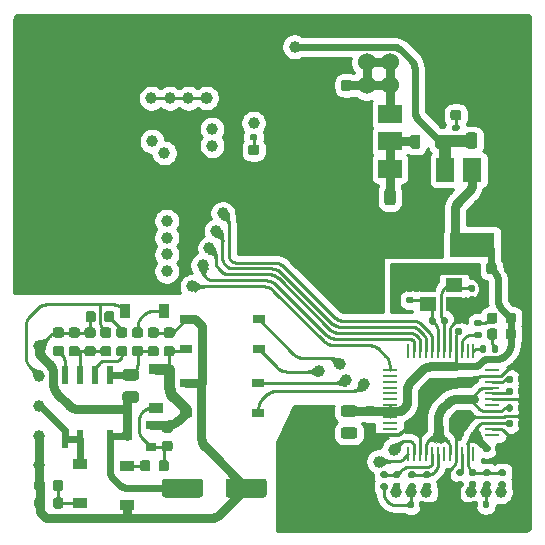
<source format=gbr>
%TF.GenerationSoftware,KiCad,Pcbnew,5.1.9+dfsg1-1*%
%TF.CreationDate,2023-03-07T18:29:54+03:00*%
%TF.ProjectId,Anemometr,416e656d-6f6d-4657-9472-2e6b69636164,rev?*%
%TF.SameCoordinates,Original*%
%TF.FileFunction,Copper,L1,Top*%
%TF.FilePolarity,Positive*%
%FSLAX46Y46*%
G04 Gerber Fmt 4.6, Leading zero omitted, Abs format (unit mm)*
G04 Created by KiCad (PCBNEW 5.1.9+dfsg1-1) date 2023-03-07 18:29:54*
%MOMM*%
%LPD*%
G01*
G04 APERTURE LIST*
%TA.AperFunction,SMDPad,CuDef*%
%ADD10C,1.000000*%
%TD*%
%TA.AperFunction,SMDPad,CuDef*%
%ADD11C,1.524000*%
%TD*%
%TA.AperFunction,SMDPad,CuDef*%
%ADD12R,2.000000X1.500000*%
%TD*%
%TA.AperFunction,SMDPad,CuDef*%
%ADD13R,2.000000X3.800000*%
%TD*%
%TA.AperFunction,SMDPad,CuDef*%
%ADD14R,1.400000X1.200000*%
%TD*%
%TA.AperFunction,SMDPad,CuDef*%
%ADD15R,1.500000X2.000000*%
%TD*%
%TA.AperFunction,SMDPad,CuDef*%
%ADD16R,3.800000X2.000000*%
%TD*%
%TA.AperFunction,SMDPad,CuDef*%
%ADD17R,0.250000X1.300000*%
%TD*%
%TA.AperFunction,SMDPad,CuDef*%
%ADD18R,1.300000X0.250000*%
%TD*%
%TA.AperFunction,SMDPad,CuDef*%
%ADD19R,1.000000X0.800000*%
%TD*%
%TA.AperFunction,SMDPad,CuDef*%
%ADD20R,0.900000X0.800000*%
%TD*%
%TA.AperFunction,SMDPad,CuDef*%
%ADD21R,1.200000X0.900000*%
%TD*%
%TA.AperFunction,SMDPad,CuDef*%
%ADD22R,0.600000X1.550000*%
%TD*%
%TA.AperFunction,SMDPad,CuDef*%
%ADD23R,0.900000X1.200000*%
%TD*%
%TA.AperFunction,ViaPad*%
%ADD24C,0.800000*%
%TD*%
%TA.AperFunction,ViaPad*%
%ADD25C,1.000000*%
%TD*%
%TA.AperFunction,Conductor*%
%ADD26C,0.250000*%
%TD*%
%TA.AperFunction,Conductor*%
%ADD27C,0.300000*%
%TD*%
%TA.AperFunction,Conductor*%
%ADD28C,0.600000*%
%TD*%
%TA.AperFunction,Conductor*%
%ADD29C,0.800000*%
%TD*%
%TA.AperFunction,Conductor*%
%ADD30C,0.900000*%
%TD*%
%TA.AperFunction,Conductor*%
%ADD31C,1.000000*%
%TD*%
%TA.AperFunction,Conductor*%
%ADD32C,0.254000*%
%TD*%
%TA.AperFunction,Conductor*%
%ADD33C,0.100000*%
%TD*%
%TA.AperFunction,Conductor*%
%ADD34C,0.025400*%
%TD*%
G04 APERTURE END LIST*
D10*
%TO.P,J31,1*%
%TO.N,SIn*%
X38640000Y-50180000D03*
%TD*%
%TO.P,J30,1*%
%TO.N,SIn*%
X37070000Y-50180000D03*
%TD*%
%TO.P,J29,1*%
%TO.N,SIn*%
X40170000Y-50170000D03*
%TD*%
%TO.P,J28,1*%
%TO.N,SIn*%
X35490000Y-50180000D03*
%TD*%
%TO.P,J13,1*%
%TO.N,/+Z4*%
X36800000Y-60580000D03*
%TD*%
%TO.P,J12,1*%
%TO.N,/+Z3*%
X36800000Y-61990000D03*
%TD*%
%TO.P,J11,1*%
%TO.N,/+Z2*%
X36800000Y-63420000D03*
%TD*%
%TO.P,J10,1*%
%TO.N,/+Z1*%
X36800000Y-64830000D03*
%TD*%
%TO.P,J35,1*%
%TO.N,Z4Sel*%
X35560000Y-53840000D03*
%TD*%
%TO.P,J34,1*%
%TO.N,Z3Sel*%
X36590000Y-54830000D03*
%TD*%
%TO.P,J33,1*%
%TO.N,Z2Sel*%
X40640000Y-54220000D03*
%TD*%
%TO.P,J32,1*%
%TO.N,Z1Sel*%
X40630000Y-52790000D03*
%TD*%
%TO.P,C56,2*%
%TO.N,+3.3VDAC*%
%TA.AperFunction,SMDPad,CuDef*%
G36*
G01*
X64735000Y-64350000D02*
X64735000Y-64850000D01*
G75*
G02*
X64510000Y-65075000I-225000J0D01*
G01*
X64060000Y-65075000D01*
G75*
G02*
X63835000Y-64850000I0J225000D01*
G01*
X63835000Y-64350000D01*
G75*
G02*
X64060000Y-64125000I225000J0D01*
G01*
X64510000Y-64125000D01*
G75*
G02*
X64735000Y-64350000I0J-225000D01*
G01*
G37*
%TD.AperFunction*%
%TO.P,C56,1*%
%TO.N,GND*%
%TA.AperFunction,SMDPad,CuDef*%
G36*
G01*
X66285000Y-64350000D02*
X66285000Y-64850000D01*
G75*
G02*
X66060000Y-65075000I-225000J0D01*
G01*
X65610000Y-65075000D01*
G75*
G02*
X65385000Y-64850000I0J225000D01*
G01*
X65385000Y-64350000D01*
G75*
G02*
X65610000Y-64125000I225000J0D01*
G01*
X66060000Y-64125000D01*
G75*
G02*
X66285000Y-64350000I0J-225000D01*
G01*
G37*
%TD.AperFunction*%
%TD*%
%TO.P,R15,2*%
%TO.N,6v*%
%TA.AperFunction,SMDPad,CuDef*%
G36*
G01*
X61085000Y-53440000D02*
X61455000Y-53440000D01*
G75*
G02*
X61590000Y-53575000I0J-135000D01*
G01*
X61590000Y-53845000D01*
G75*
G02*
X61455000Y-53980000I-135000J0D01*
G01*
X61085000Y-53980000D01*
G75*
G02*
X60950000Y-53845000I0J135000D01*
G01*
X60950000Y-53575000D01*
G75*
G02*
X61085000Y-53440000I135000J0D01*
G01*
G37*
%TD.AperFunction*%
%TO.P,R15,1*%
%TO.N,Net-(D5-Pad2)*%
%TA.AperFunction,SMDPad,CuDef*%
G36*
G01*
X61085000Y-52420000D02*
X61455000Y-52420000D01*
G75*
G02*
X61590000Y-52555000I0J-135000D01*
G01*
X61590000Y-52825000D01*
G75*
G02*
X61455000Y-52960000I-135000J0D01*
G01*
X61085000Y-52960000D01*
G75*
G02*
X60950000Y-52825000I0J135000D01*
G01*
X60950000Y-52555000D01*
G75*
G02*
X61085000Y-52420000I135000J0D01*
G01*
G37*
%TD.AperFunction*%
%TD*%
D11*
%TO.P,J39,1*%
%TO.N,GND*%
X33980000Y-63520000D03*
%TD*%
%TO.P,J38,1*%
%TO.N,GND*%
X33980000Y-59500000D03*
%TD*%
%TO.P,J37,1*%
%TO.N,GND*%
X33980000Y-61510000D03*
%TD*%
%TO.P,J36,1*%
%TO.N,GND*%
X33980000Y-65530000D03*
%TD*%
%TO.P,J27,1*%
%TO.N,+5VA*%
X55680000Y-49100000D03*
%TD*%
%TO.P,J26,1*%
%TO.N,+5VA*%
X53730000Y-49100000D03*
%TD*%
%TO.P,J25,1*%
%TO.N,+5VA*%
X53730000Y-47150000D03*
%TD*%
%TO.P,J24,1*%
%TO.N,+5VA*%
X55680000Y-47150000D03*
%TD*%
%TO.P,C55,2*%
%TO.N,+5VA*%
%TA.AperFunction,SMDPad,CuDef*%
G36*
G01*
X51545000Y-49350000D02*
X51545000Y-48850000D01*
G75*
G02*
X51770000Y-48625000I225000J0D01*
G01*
X52220000Y-48625000D01*
G75*
G02*
X52445000Y-48850000I0J-225000D01*
G01*
X52445000Y-49350000D01*
G75*
G02*
X52220000Y-49575000I-225000J0D01*
G01*
X51770000Y-49575000D01*
G75*
G02*
X51545000Y-49350000I0J225000D01*
G01*
G37*
%TD.AperFunction*%
%TO.P,C55,1*%
%TO.N,GND*%
%TA.AperFunction,SMDPad,CuDef*%
G36*
G01*
X49995000Y-49350000D02*
X49995000Y-48850000D01*
G75*
G02*
X50220000Y-48625000I225000J0D01*
G01*
X50670000Y-48625000D01*
G75*
G02*
X50895000Y-48850000I0J-225000D01*
G01*
X50895000Y-49350000D01*
G75*
G02*
X50670000Y-49575000I-225000J0D01*
G01*
X50220000Y-49575000D01*
G75*
G02*
X49995000Y-49350000I0J225000D01*
G01*
G37*
%TD.AperFunction*%
%TD*%
%TO.P,R4,2*%
%TO.N,Net-(R4-Pad2)*%
%TA.AperFunction,SMDPad,CuDef*%
G36*
G01*
X44325000Y-52740000D02*
X43955000Y-52740000D01*
G75*
G02*
X43820000Y-52605000I0J135000D01*
G01*
X43820000Y-52335000D01*
G75*
G02*
X43955000Y-52200000I135000J0D01*
G01*
X44325000Y-52200000D01*
G75*
G02*
X44460000Y-52335000I0J-135000D01*
G01*
X44460000Y-52605000D01*
G75*
G02*
X44325000Y-52740000I-135000J0D01*
G01*
G37*
%TD.AperFunction*%
%TO.P,R4,1*%
%TO.N,Net-(D4-Pad2)*%
%TA.AperFunction,SMDPad,CuDef*%
G36*
G01*
X44325000Y-53760000D02*
X43955000Y-53760000D01*
G75*
G02*
X43820000Y-53625000I0J135000D01*
G01*
X43820000Y-53355000D01*
G75*
G02*
X43955000Y-53220000I135000J0D01*
G01*
X44325000Y-53220000D01*
G75*
G02*
X44460000Y-53355000I0J-135000D01*
G01*
X44460000Y-53625000D01*
G75*
G02*
X44325000Y-53760000I-135000J0D01*
G01*
G37*
%TD.AperFunction*%
%TD*%
D12*
%TO.P,D18,1*%
%TO.N,Net-(C23-Pad2)*%
X55690000Y-56140000D03*
%TO.P,D18,3*%
%TO.N,+5VA*%
X55690000Y-51540000D03*
%TO.P,D18,2*%
%TO.N,Net-(C23-Pad2)*%
X55690000Y-53840000D03*
D13*
%TO.P,D18,4*%
%TO.N,GND*%
X49390000Y-53840000D03*
%TD*%
%TO.P,L2,2*%
%TO.N,Net-(C23-Pad2)*%
%TA.AperFunction,SMDPad,CuDef*%
G36*
G01*
X58285000Y-53488750D02*
X58285000Y-54251250D01*
G75*
G02*
X58066250Y-54470000I-218750J0D01*
G01*
X57628750Y-54470000D01*
G75*
G02*
X57410000Y-54251250I0J218750D01*
G01*
X57410000Y-53488750D01*
G75*
G02*
X57628750Y-53270000I218750J0D01*
G01*
X58066250Y-53270000D01*
G75*
G02*
X58285000Y-53488750I0J-218750D01*
G01*
G37*
%TD.AperFunction*%
%TO.P,L2,1*%
%TO.N,6v*%
%TA.AperFunction,SMDPad,CuDef*%
G36*
G01*
X60410000Y-53488750D02*
X60410000Y-54251250D01*
G75*
G02*
X60191250Y-54470000I-218750J0D01*
G01*
X59753750Y-54470000D01*
G75*
G02*
X59535000Y-54251250I0J218750D01*
G01*
X59535000Y-53488750D01*
G75*
G02*
X59753750Y-53270000I218750J0D01*
G01*
X60191250Y-53270000D01*
G75*
G02*
X60410000Y-53488750I0J-218750D01*
G01*
G37*
%TD.AperFunction*%
%TD*%
D14*
%TO.P,Y2,4*%
%TO.N,GND*%
X58920000Y-65985000D03*
%TO.P,Y2,3*%
%TO.N,Net-(C7-Pad1)*%
X61120000Y-65985000D03*
%TO.P,Y2,2*%
%TO.N,GND*%
X61120000Y-67585000D03*
%TO.P,Y2,1*%
%TO.N,Net-(C4-Pad1)*%
X58920000Y-67585000D03*
%TD*%
%TO.P,R18,2*%
%TO.N,+3.3VA*%
%TA.AperFunction,SMDPad,CuDef*%
G36*
G01*
X64090220Y-82148880D02*
X63720220Y-82148880D01*
G75*
G02*
X63585220Y-82013880I0J135000D01*
G01*
X63585220Y-81743880D01*
G75*
G02*
X63720220Y-81608880I135000J0D01*
G01*
X64090220Y-81608880D01*
G75*
G02*
X64225220Y-81743880I0J-135000D01*
G01*
X64225220Y-82013880D01*
G75*
G02*
X64090220Y-82148880I-135000J0D01*
G01*
G37*
%TD.AperFunction*%
%TO.P,R18,1*%
%TO.N,Net-(C20-Pad1)*%
%TA.AperFunction,SMDPad,CuDef*%
G36*
G01*
X64090220Y-83168880D02*
X63720220Y-83168880D01*
G75*
G02*
X63585220Y-83033880I0J135000D01*
G01*
X63585220Y-82763880D01*
G75*
G02*
X63720220Y-82628880I135000J0D01*
G01*
X64090220Y-82628880D01*
G75*
G02*
X64225220Y-82763880I0J-135000D01*
G01*
X64225220Y-83033880D01*
G75*
G02*
X64090220Y-83168880I-135000J0D01*
G01*
G37*
%TD.AperFunction*%
%TD*%
%TO.P,R14,2*%
%TO.N,Net-(C26-Pad1)*%
%TA.AperFunction,SMDPad,CuDef*%
G36*
G01*
X55388660Y-82326360D02*
X55018660Y-82326360D01*
G75*
G02*
X54883660Y-82191360I0J135000D01*
G01*
X54883660Y-81921360D01*
G75*
G02*
X55018660Y-81786360I135000J0D01*
G01*
X55388660Y-81786360D01*
G75*
G02*
X55523660Y-81921360I0J-135000D01*
G01*
X55523660Y-82191360D01*
G75*
G02*
X55388660Y-82326360I-135000J0D01*
G01*
G37*
%TD.AperFunction*%
%TO.P,R14,1*%
%TO.N,Net-(C16-Pad2)*%
%TA.AperFunction,SMDPad,CuDef*%
G36*
G01*
X55388660Y-83346360D02*
X55018660Y-83346360D01*
G75*
G02*
X54883660Y-83211360I0J135000D01*
G01*
X54883660Y-82941360D01*
G75*
G02*
X55018660Y-82806360I135000J0D01*
G01*
X55388660Y-82806360D01*
G75*
G02*
X55523660Y-82941360I0J-135000D01*
G01*
X55523660Y-83211360D01*
G75*
G02*
X55388660Y-83346360I-135000J0D01*
G01*
G37*
%TD.AperFunction*%
%TD*%
%TO.P,R12,2*%
%TO.N,Net-(C25-Pad1)*%
%TA.AperFunction,SMDPad,CuDef*%
G36*
G01*
X57743240Y-82326360D02*
X57373240Y-82326360D01*
G75*
G02*
X57238240Y-82191360I0J135000D01*
G01*
X57238240Y-81921360D01*
G75*
G02*
X57373240Y-81786360I135000J0D01*
G01*
X57743240Y-81786360D01*
G75*
G02*
X57878240Y-81921360I0J-135000D01*
G01*
X57878240Y-82191360D01*
G75*
G02*
X57743240Y-82326360I-135000J0D01*
G01*
G37*
%TD.AperFunction*%
%TO.P,R12,1*%
%TO.N,Net-(C16-Pad2)*%
%TA.AperFunction,SMDPad,CuDef*%
G36*
G01*
X57743240Y-83346360D02*
X57373240Y-83346360D01*
G75*
G02*
X57238240Y-83211360I0J135000D01*
G01*
X57238240Y-82941360D01*
G75*
G02*
X57373240Y-82806360I135000J0D01*
G01*
X57743240Y-82806360D01*
G75*
G02*
X57878240Y-82941360I0J-135000D01*
G01*
X57878240Y-83211360D01*
G75*
G02*
X57743240Y-83346360I-135000J0D01*
G01*
G37*
%TD.AperFunction*%
%TD*%
%TO.P,R11,2*%
%TO.N,Net-(D3-Pad10)*%
%TA.AperFunction,SMDPad,CuDef*%
G36*
G01*
X61806760Y-82148880D02*
X61436760Y-82148880D01*
G75*
G02*
X61301760Y-82013880I0J135000D01*
G01*
X61301760Y-81743880D01*
G75*
G02*
X61436760Y-81608880I135000J0D01*
G01*
X61806760Y-81608880D01*
G75*
G02*
X61941760Y-81743880I0J-135000D01*
G01*
X61941760Y-82013880D01*
G75*
G02*
X61806760Y-82148880I-135000J0D01*
G01*
G37*
%TD.AperFunction*%
%TO.P,R11,1*%
%TO.N,GND*%
%TA.AperFunction,SMDPad,CuDef*%
G36*
G01*
X61806760Y-83168880D02*
X61436760Y-83168880D01*
G75*
G02*
X61301760Y-83033880I0J135000D01*
G01*
X61301760Y-82763880D01*
G75*
G02*
X61436760Y-82628880I135000J0D01*
G01*
X61806760Y-82628880D01*
G75*
G02*
X61941760Y-82763880I0J-135000D01*
G01*
X61941760Y-83033880D01*
G75*
G02*
X61806760Y-83168880I-135000J0D01*
G01*
G37*
%TD.AperFunction*%
%TD*%
%TO.P,R10,2*%
%TO.N,+3.3VA*%
%TA.AperFunction,SMDPad,CuDef*%
G36*
G01*
X65380540Y-82148880D02*
X65010540Y-82148880D01*
G75*
G02*
X64875540Y-82013880I0J135000D01*
G01*
X64875540Y-81743880D01*
G75*
G02*
X65010540Y-81608880I135000J0D01*
G01*
X65380540Y-81608880D01*
G75*
G02*
X65515540Y-81743880I0J-135000D01*
G01*
X65515540Y-82013880D01*
G75*
G02*
X65380540Y-82148880I-135000J0D01*
G01*
G37*
%TD.AperFunction*%
%TO.P,R10,1*%
%TO.N,Net-(D10-Pad1)*%
%TA.AperFunction,SMDPad,CuDef*%
G36*
G01*
X65380540Y-83168880D02*
X65010540Y-83168880D01*
G75*
G02*
X64875540Y-83033880I0J135000D01*
G01*
X64875540Y-82763880D01*
G75*
G02*
X65010540Y-82628880I135000J0D01*
G01*
X65380540Y-82628880D01*
G75*
G02*
X65515540Y-82763880I0J-135000D01*
G01*
X65515540Y-83033880D01*
G75*
G02*
X65380540Y-83168880I-135000J0D01*
G01*
G37*
%TD.AperFunction*%
%TD*%
%TO.P,R9,2*%
%TO.N,+3.3VA*%
%TA.AperFunction,SMDPad,CuDef*%
G36*
G01*
X62888800Y-82148880D02*
X62518800Y-82148880D01*
G75*
G02*
X62383800Y-82013880I0J135000D01*
G01*
X62383800Y-81743880D01*
G75*
G02*
X62518800Y-81608880I135000J0D01*
G01*
X62888800Y-81608880D01*
G75*
G02*
X63023800Y-81743880I0J-135000D01*
G01*
X63023800Y-82013880D01*
G75*
G02*
X62888800Y-82148880I-135000J0D01*
G01*
G37*
%TD.AperFunction*%
%TO.P,R9,1*%
%TO.N,Net-(D10-Pad3)*%
%TA.AperFunction,SMDPad,CuDef*%
G36*
G01*
X62888800Y-83168880D02*
X62518800Y-83168880D01*
G75*
G02*
X62383800Y-83033880I0J135000D01*
G01*
X62383800Y-82763880D01*
G75*
G02*
X62518800Y-82628880I135000J0D01*
G01*
X62888800Y-82628880D01*
G75*
G02*
X63023800Y-82763880I0J-135000D01*
G01*
X63023800Y-83033880D01*
G75*
G02*
X62888800Y-83168880I-135000J0D01*
G01*
G37*
%TD.AperFunction*%
%TD*%
%TO.P,C26,2*%
%TO.N,Net-(C26-Pad2)*%
%TA.AperFunction,SMDPad,CuDef*%
G36*
G01*
X56110620Y-82746360D02*
X56450620Y-82746360D01*
G75*
G02*
X56590620Y-82886360I0J-140000D01*
G01*
X56590620Y-83166360D01*
G75*
G02*
X56450620Y-83306360I-140000J0D01*
G01*
X56110620Y-83306360D01*
G75*
G02*
X55970620Y-83166360I0J140000D01*
G01*
X55970620Y-82886360D01*
G75*
G02*
X56110620Y-82746360I140000J0D01*
G01*
G37*
%TD.AperFunction*%
%TO.P,C26,1*%
%TO.N,Net-(C26-Pad1)*%
%TA.AperFunction,SMDPad,CuDef*%
G36*
G01*
X56110620Y-81786360D02*
X56450620Y-81786360D01*
G75*
G02*
X56590620Y-81926360I0J-140000D01*
G01*
X56590620Y-82206360D01*
G75*
G02*
X56450620Y-82346360I-140000J0D01*
G01*
X56110620Y-82346360D01*
G75*
G02*
X55970620Y-82206360I0J140000D01*
G01*
X55970620Y-81926360D01*
G75*
G02*
X56110620Y-81786360I140000J0D01*
G01*
G37*
%TD.AperFunction*%
%TD*%
%TO.P,C25,2*%
%TO.N,Net-(C25-Pad2)*%
%TA.AperFunction,SMDPad,CuDef*%
G36*
G01*
X58658240Y-82746360D02*
X58998240Y-82746360D01*
G75*
G02*
X59138240Y-82886360I0J-140000D01*
G01*
X59138240Y-83166360D01*
G75*
G02*
X58998240Y-83306360I-140000J0D01*
G01*
X58658240Y-83306360D01*
G75*
G02*
X58518240Y-83166360I0J140000D01*
G01*
X58518240Y-82886360D01*
G75*
G02*
X58658240Y-82746360I140000J0D01*
G01*
G37*
%TD.AperFunction*%
%TO.P,C25,1*%
%TO.N,Net-(C25-Pad1)*%
%TA.AperFunction,SMDPad,CuDef*%
G36*
G01*
X58658240Y-81786360D02*
X58998240Y-81786360D01*
G75*
G02*
X59138240Y-81926360I0J-140000D01*
G01*
X59138240Y-82206360D01*
G75*
G02*
X58998240Y-82346360I-140000J0D01*
G01*
X58658240Y-82346360D01*
G75*
G02*
X58518240Y-82206360I0J140000D01*
G01*
X58518240Y-81926360D01*
G75*
G02*
X58658240Y-81786360I140000J0D01*
G01*
G37*
%TD.AperFunction*%
%TD*%
%TO.P,C20,2*%
%TO.N,GND*%
%TA.AperFunction,SMDPad,CuDef*%
G36*
G01*
X63135480Y-84410860D02*
X63135480Y-84750860D01*
G75*
G02*
X62995480Y-84890860I-140000J0D01*
G01*
X62715480Y-84890860D01*
G75*
G02*
X62575480Y-84750860I0J140000D01*
G01*
X62575480Y-84410860D01*
G75*
G02*
X62715480Y-84270860I140000J0D01*
G01*
X62995480Y-84270860D01*
G75*
G02*
X63135480Y-84410860I0J-140000D01*
G01*
G37*
%TD.AperFunction*%
%TO.P,C20,1*%
%TO.N,Net-(C20-Pad1)*%
%TA.AperFunction,SMDPad,CuDef*%
G36*
G01*
X64095480Y-84410860D02*
X64095480Y-84750860D01*
G75*
G02*
X63955480Y-84890860I-140000J0D01*
G01*
X63675480Y-84890860D01*
G75*
G02*
X63535480Y-84750860I0J140000D01*
G01*
X63535480Y-84410860D01*
G75*
G02*
X63675480Y-84270860I140000J0D01*
G01*
X63955480Y-84270860D01*
G75*
G02*
X64095480Y-84410860I0J-140000D01*
G01*
G37*
%TD.AperFunction*%
%TD*%
%TO.P,C16,2*%
%TO.N,Net-(C16-Pad2)*%
%TA.AperFunction,SMDPad,CuDef*%
G36*
G01*
X57743060Y-84438800D02*
X57743060Y-84778800D01*
G75*
G02*
X57603060Y-84918800I-140000J0D01*
G01*
X57323060Y-84918800D01*
G75*
G02*
X57183060Y-84778800I0J140000D01*
G01*
X57183060Y-84438800D01*
G75*
G02*
X57323060Y-84298800I140000J0D01*
G01*
X57603060Y-84298800D01*
G75*
G02*
X57743060Y-84438800I0J-140000D01*
G01*
G37*
%TD.AperFunction*%
%TO.P,C16,1*%
%TO.N,GND*%
%TA.AperFunction,SMDPad,CuDef*%
G36*
G01*
X58703060Y-84438800D02*
X58703060Y-84778800D01*
G75*
G02*
X58563060Y-84918800I-140000J0D01*
G01*
X58283060Y-84918800D01*
G75*
G02*
X58143060Y-84778800I0J140000D01*
G01*
X58143060Y-84438800D01*
G75*
G02*
X58283060Y-84298800I140000J0D01*
G01*
X58563060Y-84298800D01*
G75*
G02*
X58703060Y-84438800I0J-140000D01*
G01*
G37*
%TD.AperFunction*%
%TD*%
%TO.P,C43,2*%
%TO.N,GND*%
%TA.AperFunction,SMDPad,CuDef*%
G36*
G01*
X66502200Y-76574600D02*
X66502200Y-76234600D01*
G75*
G02*
X66642200Y-76094600I140000J0D01*
G01*
X66922200Y-76094600D01*
G75*
G02*
X67062200Y-76234600I0J-140000D01*
G01*
X67062200Y-76574600D01*
G75*
G02*
X66922200Y-76714600I-140000J0D01*
G01*
X66642200Y-76714600D01*
G75*
G02*
X66502200Y-76574600I0J140000D01*
G01*
G37*
%TD.AperFunction*%
%TO.P,C43,1*%
%TO.N,+3.3VA*%
%TA.AperFunction,SMDPad,CuDef*%
G36*
G01*
X65542200Y-76574600D02*
X65542200Y-76234600D01*
G75*
G02*
X65682200Y-76094600I140000J0D01*
G01*
X65962200Y-76094600D01*
G75*
G02*
X66102200Y-76234600I0J-140000D01*
G01*
X66102200Y-76574600D01*
G75*
G02*
X65962200Y-76714600I-140000J0D01*
G01*
X65682200Y-76714600D01*
G75*
G02*
X65542200Y-76574600I0J140000D01*
G01*
G37*
%TD.AperFunction*%
%TD*%
%TO.P,C15,1*%
%TO.N,GND*%
%TA.AperFunction,SMDPad,CuDef*%
G36*
G01*
X54264850Y-78696400D02*
X53752350Y-78696400D01*
G75*
G02*
X53533600Y-78477650I0J218750D01*
G01*
X53533600Y-78040150D01*
G75*
G02*
X53752350Y-77821400I218750J0D01*
G01*
X54264850Y-77821400D01*
G75*
G02*
X54483600Y-78040150I0J-218750D01*
G01*
X54483600Y-78477650D01*
G75*
G02*
X54264850Y-78696400I-218750J0D01*
G01*
G37*
%TD.AperFunction*%
%TO.P,C15,2*%
%TO.N,+3.3VDAC*%
%TA.AperFunction,SMDPad,CuDef*%
G36*
G01*
X54264850Y-77121400D02*
X53752350Y-77121400D01*
G75*
G02*
X53533600Y-76902650I0J218750D01*
G01*
X53533600Y-76465150D01*
G75*
G02*
X53752350Y-76246400I218750J0D01*
G01*
X54264850Y-76246400D01*
G75*
G02*
X54483600Y-76465150I0J-218750D01*
G01*
X54483600Y-76902650D01*
G75*
G02*
X54264850Y-77121400I-218750J0D01*
G01*
G37*
%TD.AperFunction*%
%TD*%
%TO.P,R1,2*%
%TO.N,Net-(C4-Pad1)*%
%TA.AperFunction,SMDPad,CuDef*%
G36*
G01*
X59560000Y-68855000D02*
X59560000Y-69225000D01*
G75*
G02*
X59425000Y-69360000I-135000J0D01*
G01*
X59155000Y-69360000D01*
G75*
G02*
X59020000Y-69225000I0J135000D01*
G01*
X59020000Y-68855000D01*
G75*
G02*
X59155000Y-68720000I135000J0D01*
G01*
X59425000Y-68720000D01*
G75*
G02*
X59560000Y-68855000I0J-135000D01*
G01*
G37*
%TD.AperFunction*%
%TO.P,R1,1*%
%TO.N,Net-(C7-Pad1)*%
%TA.AperFunction,SMDPad,CuDef*%
G36*
G01*
X60580000Y-68855000D02*
X60580000Y-69225000D01*
G75*
G02*
X60445000Y-69360000I-135000J0D01*
G01*
X60175000Y-69360000D01*
G75*
G02*
X60040000Y-69225000I0J135000D01*
G01*
X60040000Y-68855000D01*
G75*
G02*
X60175000Y-68720000I135000J0D01*
G01*
X60445000Y-68720000D01*
G75*
G02*
X60580000Y-68855000I0J-135000D01*
G01*
G37*
%TD.AperFunction*%
%TD*%
%TO.P,C7,2*%
%TO.N,GND*%
%TA.AperFunction,SMDPad,CuDef*%
G36*
G01*
X62460000Y-66970000D02*
X62800000Y-66970000D01*
G75*
G02*
X62940000Y-67110000I0J-140000D01*
G01*
X62940000Y-67390000D01*
G75*
G02*
X62800000Y-67530000I-140000J0D01*
G01*
X62460000Y-67530000D01*
G75*
G02*
X62320000Y-67390000I0J140000D01*
G01*
X62320000Y-67110000D01*
G75*
G02*
X62460000Y-66970000I140000J0D01*
G01*
G37*
%TD.AperFunction*%
%TO.P,C7,1*%
%TO.N,Net-(C7-Pad1)*%
%TA.AperFunction,SMDPad,CuDef*%
G36*
G01*
X62460000Y-66010000D02*
X62800000Y-66010000D01*
G75*
G02*
X62940000Y-66150000I0J-140000D01*
G01*
X62940000Y-66430000D01*
G75*
G02*
X62800000Y-66570000I-140000J0D01*
G01*
X62460000Y-66570000D01*
G75*
G02*
X62320000Y-66430000I0J140000D01*
G01*
X62320000Y-66150000D01*
G75*
G02*
X62460000Y-66010000I140000J0D01*
G01*
G37*
%TD.AperFunction*%
%TD*%
%TO.P,C4,2*%
%TO.N,GND*%
%TA.AperFunction,SMDPad,CuDef*%
G36*
G01*
X57550000Y-66590000D02*
X57210000Y-66590000D01*
G75*
G02*
X57070000Y-66450000I0J140000D01*
G01*
X57070000Y-66170000D01*
G75*
G02*
X57210000Y-66030000I140000J0D01*
G01*
X57550000Y-66030000D01*
G75*
G02*
X57690000Y-66170000I0J-140000D01*
G01*
X57690000Y-66450000D01*
G75*
G02*
X57550000Y-66590000I-140000J0D01*
G01*
G37*
%TD.AperFunction*%
%TO.P,C4,1*%
%TO.N,Net-(C4-Pad1)*%
%TA.AperFunction,SMDPad,CuDef*%
G36*
G01*
X57550000Y-67550000D02*
X57210000Y-67550000D01*
G75*
G02*
X57070000Y-67410000I0J140000D01*
G01*
X57070000Y-67130000D01*
G75*
G02*
X57210000Y-66990000I140000J0D01*
G01*
X57550000Y-66990000D01*
G75*
G02*
X57690000Y-67130000I0J-140000D01*
G01*
X57690000Y-67410000D01*
G75*
G02*
X57550000Y-67550000I-140000J0D01*
G01*
G37*
%TD.AperFunction*%
%TD*%
%TO.P,C14,2*%
%TO.N,+3.3VDAC*%
%TA.AperFunction,SMDPad,CuDef*%
G36*
G01*
X61330000Y-69675000D02*
X61670000Y-69675000D01*
G75*
G02*
X61810000Y-69815000I0J-140000D01*
G01*
X61810000Y-70095000D01*
G75*
G02*
X61670000Y-70235000I-140000J0D01*
G01*
X61330000Y-70235000D01*
G75*
G02*
X61190000Y-70095000I0J140000D01*
G01*
X61190000Y-69815000D01*
G75*
G02*
X61330000Y-69675000I140000J0D01*
G01*
G37*
%TD.AperFunction*%
%TO.P,C14,1*%
%TO.N,GND*%
%TA.AperFunction,SMDPad,CuDef*%
G36*
G01*
X61330000Y-68715000D02*
X61670000Y-68715000D01*
G75*
G02*
X61810000Y-68855000I0J-140000D01*
G01*
X61810000Y-69135000D01*
G75*
G02*
X61670000Y-69275000I-140000J0D01*
G01*
X61330000Y-69275000D01*
G75*
G02*
X61190000Y-69135000I0J140000D01*
G01*
X61190000Y-68855000D01*
G75*
G02*
X61330000Y-68715000I140000J0D01*
G01*
G37*
%TD.AperFunction*%
%TD*%
%TO.P,C28,2*%
%TO.N,GND*%
%TA.AperFunction,SMDPad,CuDef*%
G36*
G01*
X64564180Y-80003600D02*
X64564180Y-79663600D01*
G75*
G02*
X64704180Y-79523600I140000J0D01*
G01*
X64984180Y-79523600D01*
G75*
G02*
X65124180Y-79663600I0J-140000D01*
G01*
X65124180Y-80003600D01*
G75*
G02*
X64984180Y-80143600I-140000J0D01*
G01*
X64704180Y-80143600D01*
G75*
G02*
X64564180Y-80003600I0J140000D01*
G01*
G37*
%TD.AperFunction*%
%TO.P,C28,1*%
%TO.N,+3.3VA*%
%TA.AperFunction,SMDPad,CuDef*%
G36*
G01*
X63604180Y-80003600D02*
X63604180Y-79663600D01*
G75*
G02*
X63744180Y-79523600I140000J0D01*
G01*
X64024180Y-79523600D01*
G75*
G02*
X64164180Y-79663600I0J-140000D01*
G01*
X64164180Y-80003600D01*
G75*
G02*
X64024180Y-80143600I-140000J0D01*
G01*
X63744180Y-80143600D01*
G75*
G02*
X63604180Y-80003600I0J140000D01*
G01*
G37*
%TD.AperFunction*%
%TD*%
%TO.P,R2,2*%
%TO.N,Net-(D3-Pad27)*%
%TA.AperFunction,SMDPad,CuDef*%
G36*
G01*
X62955000Y-69970000D02*
X63325000Y-69970000D01*
G75*
G02*
X63460000Y-70105000I0J-135000D01*
G01*
X63460000Y-70375000D01*
G75*
G02*
X63325000Y-70510000I-135000J0D01*
G01*
X62955000Y-70510000D01*
G75*
G02*
X62820000Y-70375000I0J135000D01*
G01*
X62820000Y-70105000D01*
G75*
G02*
X62955000Y-69970000I135000J0D01*
G01*
G37*
%TD.AperFunction*%
%TO.P,R2,1*%
%TO.N,Net-(D1-Pad1)*%
%TA.AperFunction,SMDPad,CuDef*%
G36*
G01*
X62955000Y-68950000D02*
X63325000Y-68950000D01*
G75*
G02*
X63460000Y-69085000I0J-135000D01*
G01*
X63460000Y-69355000D01*
G75*
G02*
X63325000Y-69490000I-135000J0D01*
G01*
X62955000Y-69490000D01*
G75*
G02*
X62820000Y-69355000I0J135000D01*
G01*
X62820000Y-69085000D01*
G75*
G02*
X62955000Y-68950000I135000J0D01*
G01*
G37*
%TD.AperFunction*%
%TD*%
%TO.P,C39,2*%
%TO.N,GND*%
%TA.AperFunction,SMDPad,CuDef*%
G36*
G01*
X66500000Y-77920000D02*
X66500000Y-77580000D01*
G75*
G02*
X66640000Y-77440000I140000J0D01*
G01*
X66920000Y-77440000D01*
G75*
G02*
X67060000Y-77580000I0J-140000D01*
G01*
X67060000Y-77920000D01*
G75*
G02*
X66920000Y-78060000I-140000J0D01*
G01*
X66640000Y-78060000D01*
G75*
G02*
X66500000Y-77920000I0J140000D01*
G01*
G37*
%TD.AperFunction*%
%TO.P,C39,1*%
%TO.N,+3.3VA*%
%TA.AperFunction,SMDPad,CuDef*%
G36*
G01*
X65540000Y-77920000D02*
X65540000Y-77580000D01*
G75*
G02*
X65680000Y-77440000I140000J0D01*
G01*
X65960000Y-77440000D01*
G75*
G02*
X66100000Y-77580000I0J-140000D01*
G01*
X66100000Y-77920000D01*
G75*
G02*
X65960000Y-78060000I-140000J0D01*
G01*
X65680000Y-78060000D01*
G75*
G02*
X65540000Y-77920000I0J140000D01*
G01*
G37*
%TD.AperFunction*%
%TD*%
%TO.P,R3,2*%
%TO.N,Net-(D3-Pad25)*%
%TA.AperFunction,SMDPad,CuDef*%
G36*
G01*
X63850000Y-71215000D02*
X63850000Y-71585000D01*
G75*
G02*
X63715000Y-71720000I-135000J0D01*
G01*
X63445000Y-71720000D01*
G75*
G02*
X63310000Y-71585000I0J135000D01*
G01*
X63310000Y-71215000D01*
G75*
G02*
X63445000Y-71080000I135000J0D01*
G01*
X63715000Y-71080000D01*
G75*
G02*
X63850000Y-71215000I0J-135000D01*
G01*
G37*
%TD.AperFunction*%
%TO.P,R3,1*%
%TO.N,Net-(D2-Pad1)*%
%TA.AperFunction,SMDPad,CuDef*%
G36*
G01*
X64870000Y-71215000D02*
X64870000Y-71585000D01*
G75*
G02*
X64735000Y-71720000I-135000J0D01*
G01*
X64465000Y-71720000D01*
G75*
G02*
X64330000Y-71585000I0J135000D01*
G01*
X64330000Y-71215000D01*
G75*
G02*
X64465000Y-71080000I135000J0D01*
G01*
X64735000Y-71080000D01*
G75*
G02*
X64870000Y-71215000I0J-135000D01*
G01*
G37*
%TD.AperFunction*%
%TD*%
%TO.P,C12,2*%
%TO.N,Net-(C12-Pad2)*%
%TA.AperFunction,SMDPad,CuDef*%
G36*
G01*
X66100000Y-74830000D02*
X66100000Y-75170000D01*
G75*
G02*
X65960000Y-75310000I-140000J0D01*
G01*
X65680000Y-75310000D01*
G75*
G02*
X65540000Y-75170000I0J140000D01*
G01*
X65540000Y-74830000D01*
G75*
G02*
X65680000Y-74690000I140000J0D01*
G01*
X65960000Y-74690000D01*
G75*
G02*
X66100000Y-74830000I0J-140000D01*
G01*
G37*
%TD.AperFunction*%
%TO.P,C12,1*%
%TO.N,GND*%
%TA.AperFunction,SMDPad,CuDef*%
G36*
G01*
X67060000Y-74830000D02*
X67060000Y-75170000D01*
G75*
G02*
X66920000Y-75310000I-140000J0D01*
G01*
X66640000Y-75310000D01*
G75*
G02*
X66500000Y-75170000I0J140000D01*
G01*
X66500000Y-74830000D01*
G75*
G02*
X66640000Y-74690000I140000J0D01*
G01*
X66920000Y-74690000D01*
G75*
G02*
X67060000Y-74830000I0J-140000D01*
G01*
G37*
%TD.AperFunction*%
%TD*%
%TO.P,C10,2*%
%TO.N,Net-(C10-Pad2)*%
%TA.AperFunction,SMDPad,CuDef*%
G36*
G01*
X66100000Y-73810000D02*
X66100000Y-74150000D01*
G75*
G02*
X65960000Y-74290000I-140000J0D01*
G01*
X65680000Y-74290000D01*
G75*
G02*
X65540000Y-74150000I0J140000D01*
G01*
X65540000Y-73810000D01*
G75*
G02*
X65680000Y-73670000I140000J0D01*
G01*
X65960000Y-73670000D01*
G75*
G02*
X66100000Y-73810000I0J-140000D01*
G01*
G37*
%TD.AperFunction*%
%TO.P,C10,1*%
%TO.N,GND*%
%TA.AperFunction,SMDPad,CuDef*%
G36*
G01*
X67060000Y-73810000D02*
X67060000Y-74150000D01*
G75*
G02*
X66920000Y-74290000I-140000J0D01*
G01*
X66640000Y-74290000D01*
G75*
G02*
X66500000Y-74150000I0J140000D01*
G01*
X66500000Y-73810000D01*
G75*
G02*
X66640000Y-73670000I140000J0D01*
G01*
X66920000Y-73670000D01*
G75*
G02*
X67060000Y-73810000I0J-140000D01*
G01*
G37*
%TD.AperFunction*%
%TD*%
%TO.P,D4,2*%
%TO.N,Net-(D4-Pad2)*%
%TA.AperFunction,SMDPad,CuDef*%
G36*
G01*
X44416250Y-55000000D02*
X43903750Y-55000000D01*
G75*
G02*
X43685000Y-54781250I0J218750D01*
G01*
X43685000Y-54343750D01*
G75*
G02*
X43903750Y-54125000I218750J0D01*
G01*
X44416250Y-54125000D01*
G75*
G02*
X44635000Y-54343750I0J-218750D01*
G01*
X44635000Y-54781250D01*
G75*
G02*
X44416250Y-55000000I-218750J0D01*
G01*
G37*
%TD.AperFunction*%
%TO.P,D4,1*%
%TO.N,GND*%
%TA.AperFunction,SMDPad,CuDef*%
G36*
G01*
X44416250Y-56575000D02*
X43903750Y-56575000D01*
G75*
G02*
X43685000Y-56356250I0J218750D01*
G01*
X43685000Y-55918750D01*
G75*
G02*
X43903750Y-55700000I218750J0D01*
G01*
X44416250Y-55700000D01*
G75*
G02*
X44635000Y-55918750I0J-218750D01*
G01*
X44635000Y-56356250D01*
G75*
G02*
X44416250Y-56575000I-218750J0D01*
G01*
G37*
%TD.AperFunction*%
%TD*%
%TO.P,D5,2*%
%TO.N,Net-(D5-Pad2)*%
%TA.AperFunction,SMDPad,CuDef*%
G36*
G01*
X61023750Y-51180000D02*
X61536250Y-51180000D01*
G75*
G02*
X61755000Y-51398750I0J-218750D01*
G01*
X61755000Y-51836250D01*
G75*
G02*
X61536250Y-52055000I-218750J0D01*
G01*
X61023750Y-52055000D01*
G75*
G02*
X60805000Y-51836250I0J218750D01*
G01*
X60805000Y-51398750D01*
G75*
G02*
X61023750Y-51180000I218750J0D01*
G01*
G37*
%TD.AperFunction*%
%TO.P,D5,1*%
%TO.N,GND*%
%TA.AperFunction,SMDPad,CuDef*%
G36*
G01*
X61023750Y-49605000D02*
X61536250Y-49605000D01*
G75*
G02*
X61755000Y-49823750I0J-218750D01*
G01*
X61755000Y-50261250D01*
G75*
G02*
X61536250Y-50480000I-218750J0D01*
G01*
X61023750Y-50480000D01*
G75*
G02*
X60805000Y-50261250I0J218750D01*
G01*
X60805000Y-49823750D01*
G75*
G02*
X61023750Y-49605000I218750J0D01*
G01*
G37*
%TD.AperFunction*%
%TD*%
D15*
%TO.P,U6,1*%
%TO.N,GND*%
X64975000Y-56275000D03*
%TO.P,U6,3*%
%TO.N,6v*%
X60375000Y-56275000D03*
%TO.P,U6,2*%
%TO.N,+3.3VDAC*%
X62675000Y-56275000D03*
D16*
X62675000Y-62575000D03*
%TD*%
D11*
%TO.P,J7,1*%
%TO.N,GND*%
X46700000Y-52706666D03*
%TD*%
D17*
%TO.P,D3,1*%
%TO.N,Net-(D10-Pad3)*%
X57265700Y-80284700D03*
%TO.P,D3,2*%
%TO.N,Net-(D10-Pad1)*%
X57765700Y-80284700D03*
%TO.P,D3,3*%
%TO.N,GND*%
X58265700Y-80284700D03*
%TO.P,D3,4*%
%TO.N,+3.3VA*%
X58765700Y-80284700D03*
%TO.P,D3,5*%
%TO.N,Net-(C26-Pad1)*%
X59265700Y-80284700D03*
%TO.P,D3,6*%
%TO.N,Net-(C25-Pad1)*%
X59765700Y-80284700D03*
%TO.P,D3,7*%
%TO.N,N/C*%
X60265700Y-80284700D03*
%TO.P,D3,8*%
%TO.N,+3.3VA*%
X60765700Y-80284700D03*
%TO.P,D3,9*%
%TO.N,GND*%
X61265700Y-80284700D03*
%TO.P,D3,10*%
%TO.N,Net-(D3-Pad10)*%
X61765700Y-80284700D03*
%TO.P,D3,11*%
%TO.N,+3.3VA*%
X62265700Y-80284700D03*
%TO.P,D3,12*%
%TO.N,N/C*%
X62765700Y-80284700D03*
D18*
%TO.P,D3,13*%
X64365700Y-78684700D03*
%TO.P,D3,14*%
%TO.N,GND*%
X64365700Y-78184700D03*
%TO.P,D3,15*%
%TO.N,+3.3VA*%
X64365700Y-77684700D03*
%TO.P,D3,16*%
%TO.N,GND*%
X64365700Y-77184700D03*
%TO.P,D3,17*%
%TO.N,+3.3VA*%
X64365700Y-76684700D03*
%TO.P,D3,18*%
%TO.N,N/C*%
X64365700Y-76184700D03*
%TO.P,D3,19*%
%TO.N,GND*%
X64365700Y-75684700D03*
%TO.P,D3,20*%
%TO.N,Net-(C12-Pad2)*%
X64365700Y-75184700D03*
%TO.P,D3,21*%
%TO.N,+3.3VA*%
X64365700Y-74684700D03*
%TO.P,D3,22*%
%TO.N,Net-(C10-Pad2)*%
X64365700Y-74184700D03*
%TO.P,D3,23*%
%TO.N,GND*%
X64365700Y-73684700D03*
%TO.P,D3,24*%
%TO.N,N/C*%
X64365700Y-73184700D03*
D17*
%TO.P,D3,25*%
%TO.N,Net-(D3-Pad25)*%
X62765700Y-71584700D03*
%TO.P,D3,26*%
%TO.N,N/C*%
X62265700Y-71584700D03*
%TO.P,D3,27*%
%TO.N,Net-(D3-Pad27)*%
X61765700Y-71584700D03*
%TO.P,D3,28*%
%TO.N,+3.3VDAC*%
X61265700Y-71584700D03*
%TO.P,D3,29*%
%TO.N,GND*%
X60765700Y-71584700D03*
%TO.P,D3,30*%
%TO.N,Net-(C7-Pad1)*%
X60265700Y-71584700D03*
%TO.P,D3,31*%
%TO.N,Net-(C4-Pad1)*%
X59765700Y-71584700D03*
%TO.P,D3,32*%
%TO.N,scsn*%
X59265700Y-71584700D03*
%TO.P,D3,33*%
%TO.N,sclk*%
X58765700Y-71584700D03*
%TO.P,D3,34*%
%TO.N,miso*%
X58265700Y-71584700D03*
%TO.P,D3,35*%
%TO.N,mosi*%
X57765700Y-71584700D03*
%TO.P,D3,36*%
%TO.N,N/C*%
X57265700Y-71584700D03*
D18*
%TO.P,D3,37*%
%TO.N,nrst*%
X55665700Y-73184700D03*
%TO.P,D3,38*%
%TO.N,N/C*%
X55665700Y-73684700D03*
%TO.P,D3,39*%
X55665700Y-74184700D03*
%TO.P,D3,40*%
X55665700Y-74684700D03*
%TO.P,D3,41*%
X55665700Y-75184700D03*
%TO.P,D3,42*%
X55665700Y-75684700D03*
%TO.P,D3,43*%
%TO.N,+3.3VDAC*%
X55665700Y-76184700D03*
%TO.P,D3,44*%
X55665700Y-76684700D03*
%TO.P,D3,45*%
X55665700Y-77184700D03*
%TO.P,D3,46*%
%TO.N,N/C*%
X55665700Y-77684700D03*
%TO.P,D3,47*%
X55665700Y-78184700D03*
%TO.P,D3,48*%
%TO.N,GND*%
X55665700Y-78684700D03*
%TD*%
%TO.P,R24,1*%
%TO.N,Net-(D9-Pad1)*%
%TA.AperFunction,SMDPad,CuDef*%
G36*
G01*
X37094450Y-80080700D02*
X36581950Y-80080700D01*
G75*
G02*
X36363200Y-79861950I0J218750D01*
G01*
X36363200Y-79424450D01*
G75*
G02*
X36581950Y-79205700I218750J0D01*
G01*
X37094450Y-79205700D01*
G75*
G02*
X37313200Y-79424450I0J-218750D01*
G01*
X37313200Y-79861950D01*
G75*
G02*
X37094450Y-80080700I-218750J0D01*
G01*
G37*
%TD.AperFunction*%
%TO.P,R24,2*%
%TO.N,Net-(D12-Pad4)*%
%TA.AperFunction,SMDPad,CuDef*%
G36*
G01*
X37094450Y-78505700D02*
X36581950Y-78505700D01*
G75*
G02*
X36363200Y-78286950I0J218750D01*
G01*
X36363200Y-77849450D01*
G75*
G02*
X36581950Y-77630700I218750J0D01*
G01*
X37094450Y-77630700D01*
G75*
G02*
X37313200Y-77849450I0J-218750D01*
G01*
X37313200Y-78286950D01*
G75*
G02*
X37094450Y-78505700I-218750J0D01*
G01*
G37*
%TD.AperFunction*%
%TD*%
%TO.P,R21,1*%
%TO.N,Net-(D14-Pad2)*%
%TA.AperFunction,SMDPad,CuDef*%
G36*
G01*
X31391682Y-69597500D02*
X31904182Y-69597500D01*
G75*
G02*
X32122932Y-69816250I0J-218750D01*
G01*
X32122932Y-70253750D01*
G75*
G02*
X31904182Y-70472500I-218750J0D01*
G01*
X31391682Y-70472500D01*
G75*
G02*
X31172932Y-70253750I0J218750D01*
G01*
X31172932Y-69816250D01*
G75*
G02*
X31391682Y-69597500I218750J0D01*
G01*
G37*
%TD.AperFunction*%
%TO.P,R21,2*%
%TO.N,Net-(C29-Pad1)*%
%TA.AperFunction,SMDPad,CuDef*%
G36*
G01*
X31391682Y-71172500D02*
X31904182Y-71172500D01*
G75*
G02*
X32122932Y-71391250I0J-218750D01*
G01*
X32122932Y-71828750D01*
G75*
G02*
X31904182Y-72047500I-218750J0D01*
G01*
X31391682Y-72047500D01*
G75*
G02*
X31172932Y-71828750I0J218750D01*
G01*
X31172932Y-71391250D01*
G75*
G02*
X31391682Y-71172500I218750J0D01*
G01*
G37*
%TD.AperFunction*%
%TD*%
%TO.P,R28,1*%
%TO.N,Net-(D11-Pad4)*%
%TA.AperFunction,SMDPad,CuDef*%
G36*
G01*
X27887356Y-72047500D02*
X27374856Y-72047500D01*
G75*
G02*
X27156106Y-71828750I0J218750D01*
G01*
X27156106Y-71391250D01*
G75*
G02*
X27374856Y-71172500I218750J0D01*
G01*
X27887356Y-71172500D01*
G75*
G02*
X28106106Y-71391250I0J-218750D01*
G01*
X28106106Y-71828750D01*
G75*
G02*
X27887356Y-72047500I-218750J0D01*
G01*
G37*
%TD.AperFunction*%
%TO.P,R28,2*%
%TO.N,Net-(C19-Pad2)*%
%TA.AperFunction,SMDPad,CuDef*%
G36*
G01*
X27887356Y-70472500D02*
X27374856Y-70472500D01*
G75*
G02*
X27156106Y-70253750I0J218750D01*
G01*
X27156106Y-69816250D01*
G75*
G02*
X27374856Y-69597500I218750J0D01*
G01*
X27887356Y-69597500D01*
G75*
G02*
X28106106Y-69816250I0J-218750D01*
G01*
X28106106Y-70253750D01*
G75*
G02*
X27887356Y-70472500I-218750J0D01*
G01*
G37*
%TD.AperFunction*%
%TD*%
%TO.P,R22,1*%
%TO.N,Net-(C29-Pad1)*%
%TA.AperFunction,SMDPad,CuDef*%
G36*
G01*
X30565240Y-72047500D02*
X30052740Y-72047500D01*
G75*
G02*
X29833990Y-71828750I0J218750D01*
G01*
X29833990Y-71391250D01*
G75*
G02*
X30052740Y-71172500I218750J0D01*
G01*
X30565240Y-71172500D01*
G75*
G02*
X30783990Y-71391250I0J-218750D01*
G01*
X30783990Y-71828750D01*
G75*
G02*
X30565240Y-72047500I-218750J0D01*
G01*
G37*
%TD.AperFunction*%
%TO.P,R22,2*%
%TO.N,Net-(C19-Pad2)*%
%TA.AperFunction,SMDPad,CuDef*%
G36*
G01*
X30565240Y-70472500D02*
X30052740Y-70472500D01*
G75*
G02*
X29833990Y-70253750I0J218750D01*
G01*
X29833990Y-69816250D01*
G75*
G02*
X30052740Y-69597500I218750J0D01*
G01*
X30565240Y-69597500D01*
G75*
G02*
X30783990Y-69816250I0J-218750D01*
G01*
X30783990Y-70253750D01*
G75*
G02*
X30565240Y-70472500I-218750J0D01*
G01*
G37*
%TD.AperFunction*%
%TD*%
D19*
%TO.P,D15,1*%
%TO.N,/7-8*%
X44586800Y-71438900D03*
%TO.P,D15,2*%
%TO.N,/4-5*%
X44586800Y-68898900D03*
%TO.P,D15,3*%
%TO.N,Net-(C19-Pad1)*%
X38436800Y-68898900D03*
%TO.P,D15,4*%
%TO.N,Net-(D12-Pad4)*%
X38436800Y-71438900D03*
%TD*%
%TO.P,R30,1*%
%TO.N,Net-(C19-Pad1)*%
%TA.AperFunction,SMDPad,CuDef*%
G36*
G01*
X36747450Y-69597500D02*
X37259950Y-69597500D01*
G75*
G02*
X37478700Y-69816250I0J-218750D01*
G01*
X37478700Y-70253750D01*
G75*
G02*
X37259950Y-70472500I-218750J0D01*
G01*
X36747450Y-70472500D01*
G75*
G02*
X36528700Y-70253750I0J218750D01*
G01*
X36528700Y-69816250D01*
G75*
G02*
X36747450Y-69597500I218750J0D01*
G01*
G37*
%TD.AperFunction*%
%TO.P,R30,2*%
%TO.N,Net-(D12-Pad4)*%
%TA.AperFunction,SMDPad,CuDef*%
G36*
G01*
X36747450Y-71172500D02*
X37259950Y-71172500D01*
G75*
G02*
X37478700Y-71391250I0J-218750D01*
G01*
X37478700Y-71828750D01*
G75*
G02*
X37259950Y-72047500I-218750J0D01*
G01*
X36747450Y-72047500D01*
G75*
G02*
X36528700Y-71828750I0J218750D01*
G01*
X36528700Y-71391250D01*
G75*
G02*
X36747450Y-71172500I218750J0D01*
G01*
G37*
%TD.AperFunction*%
%TD*%
%TO.P,R23,1*%
%TO.N,Net-(D9-Pad1)*%
%TA.AperFunction,SMDPad,CuDef*%
G36*
G01*
X36983700Y-81050550D02*
X36983700Y-81563050D01*
G75*
G02*
X36764950Y-81781800I-218750J0D01*
G01*
X36327450Y-81781800D01*
G75*
G02*
X36108700Y-81563050I0J218750D01*
G01*
X36108700Y-81050550D01*
G75*
G02*
X36327450Y-80831800I218750J0D01*
G01*
X36764950Y-80831800D01*
G75*
G02*
X36983700Y-81050550I0J-218750D01*
G01*
G37*
%TD.AperFunction*%
%TO.P,R23,2*%
%TO.N,Net-(D6-Pad2)*%
%TA.AperFunction,SMDPad,CuDef*%
G36*
G01*
X35408700Y-81050550D02*
X35408700Y-81563050D01*
G75*
G02*
X35189950Y-81781800I-218750J0D01*
G01*
X34752450Y-81781800D01*
G75*
G02*
X34533700Y-81563050I0J218750D01*
G01*
X34533700Y-81050550D01*
G75*
G02*
X34752450Y-80831800I218750J0D01*
G01*
X35189950Y-80831800D01*
G75*
G02*
X35408700Y-81050550I0J-218750D01*
G01*
G37*
%TD.AperFunction*%
%TD*%
D20*
%TO.P,Q1,1*%
%TO.N,Net-(D9-Pad1)*%
X35476000Y-79716800D03*
%TO.P,Q1,2*%
%TO.N,Net-(D12-Pad4)*%
X35476000Y-77816800D03*
%TO.P,Q1,3*%
%TO.N,Net-(C19-Pad2)*%
X33476000Y-78766800D03*
%TD*%
D21*
%TO.P,D9,1*%
%TO.N,Net-(D9-Pad1)*%
X35911100Y-76403600D03*
%TO.P,D9,2*%
%TO.N,Net-(D12-Pad4)*%
X35911100Y-73103600D03*
%TD*%
%TO.P,D6,1*%
%TO.N,Net-(C19-Pad1)*%
X33460000Y-84607800D03*
%TO.P,D6,2*%
%TO.N,Net-(D6-Pad2)*%
X33460000Y-81307800D03*
%TD*%
%TO.P,C29,1*%
%TO.N,Net-(C29-Pad1)*%
%TA.AperFunction,SMDPad,CuDef*%
G36*
G01*
X29226298Y-72047500D02*
X28713798Y-72047500D01*
G75*
G02*
X28495048Y-71828750I0J218750D01*
G01*
X28495048Y-71391250D01*
G75*
G02*
X28713798Y-71172500I218750J0D01*
G01*
X29226298Y-71172500D01*
G75*
G02*
X29445048Y-71391250I0J-218750D01*
G01*
X29445048Y-71828750D01*
G75*
G02*
X29226298Y-72047500I-218750J0D01*
G01*
G37*
%TD.AperFunction*%
%TO.P,C29,2*%
%TO.N,Net-(C19-Pad2)*%
%TA.AperFunction,SMDPad,CuDef*%
G36*
G01*
X29226298Y-70472500D02*
X28713798Y-70472500D01*
G75*
G02*
X28495048Y-70253750I0J218750D01*
G01*
X28495048Y-69816250D01*
G75*
G02*
X28713798Y-69597500I218750J0D01*
G01*
X29226298Y-69597500D01*
G75*
G02*
X29445048Y-69816250I0J-218750D01*
G01*
X29445048Y-70253750D01*
G75*
G02*
X29226298Y-70472500I-218750J0D01*
G01*
G37*
%TD.AperFunction*%
%TD*%
%TO.P,C19,1*%
%TO.N,Net-(C19-Pad1)*%
%TA.AperFunction,SMDPad,CuDef*%
G36*
G01*
X45276000Y-82649100D02*
X45276000Y-83749100D01*
G75*
G02*
X45026000Y-83999100I-250000J0D01*
G01*
X42026000Y-83999100D01*
G75*
G02*
X41776000Y-83749100I0J250000D01*
G01*
X41776000Y-82649100D01*
G75*
G02*
X42026000Y-82399100I250000J0D01*
G01*
X45026000Y-82399100D01*
G75*
G02*
X45276000Y-82649100I0J-250000D01*
G01*
G37*
%TD.AperFunction*%
%TO.P,C19,2*%
%TO.N,Net-(C19-Pad2)*%
%TA.AperFunction,SMDPad,CuDef*%
G36*
G01*
X39876000Y-82649100D02*
X39876000Y-83749100D01*
G75*
G02*
X39626000Y-83999100I-250000J0D01*
G01*
X36626000Y-83999100D01*
G75*
G02*
X36376000Y-83749100I0J250000D01*
G01*
X36376000Y-82649100D01*
G75*
G02*
X36626000Y-82399100I250000J0D01*
G01*
X39626000Y-82399100D01*
G75*
G02*
X39876000Y-82649100I0J-250000D01*
G01*
G37*
%TD.AperFunction*%
%TD*%
D11*
%TO.P,J17,1*%
%TO.N,GND*%
X46700000Y-57060000D03*
%TD*%
%TO.P,J15,1*%
%TO.N,GND*%
X46700000Y-50530000D03*
%TD*%
%TO.P,J14,1*%
%TO.N,GND*%
X46700000Y-54883332D03*
%TD*%
%TO.P,R34,1*%
%TO.N,Net-(C19-Pad1)*%
%TA.AperFunction,SMDPad,CuDef*%
G36*
G01*
X25592900Y-83231830D02*
X25592900Y-82719330D01*
G75*
G02*
X25811650Y-82500580I218750J0D01*
G01*
X26249150Y-82500580D01*
G75*
G02*
X26467900Y-82719330I0J-218750D01*
G01*
X26467900Y-83231830D01*
G75*
G02*
X26249150Y-83450580I-218750J0D01*
G01*
X25811650Y-83450580D01*
G75*
G02*
X25592900Y-83231830I0J218750D01*
G01*
G37*
%TD.AperFunction*%
%TO.P,R34,2*%
%TO.N,Net-(C44-Pad2)*%
%TA.AperFunction,SMDPad,CuDef*%
G36*
G01*
X27167900Y-83231830D02*
X27167900Y-82719330D01*
G75*
G02*
X27386650Y-82500580I218750J0D01*
G01*
X27824150Y-82500580D01*
G75*
G02*
X28042900Y-82719330I0J-218750D01*
G01*
X28042900Y-83231830D01*
G75*
G02*
X27824150Y-83450580I-218750J0D01*
G01*
X27386650Y-83450580D01*
G75*
G02*
X27167900Y-83231830I0J218750D01*
G01*
G37*
%TD.AperFunction*%
%TD*%
%TO.P,R27,1*%
%TO.N,Net-(D11-Pad2)*%
%TA.AperFunction,SMDPad,CuDef*%
G36*
G01*
X33243124Y-72047500D02*
X32730624Y-72047500D01*
G75*
G02*
X32511874Y-71828750I0J218750D01*
G01*
X32511874Y-71391250D01*
G75*
G02*
X32730624Y-71172500I218750J0D01*
G01*
X33243124Y-71172500D01*
G75*
G02*
X33461874Y-71391250I0J-218750D01*
G01*
X33461874Y-71828750D01*
G75*
G02*
X33243124Y-72047500I-218750J0D01*
G01*
G37*
%TD.AperFunction*%
%TO.P,R27,2*%
%TO.N,Net-(C33-Pad1)*%
%TA.AperFunction,SMDPad,CuDef*%
G36*
G01*
X33243124Y-70472500D02*
X32730624Y-70472500D01*
G75*
G02*
X32511874Y-70253750I0J218750D01*
G01*
X32511874Y-69816250D01*
G75*
G02*
X32730624Y-69597500I218750J0D01*
G01*
X33243124Y-69597500D01*
G75*
G02*
X33461874Y-69816250I0J-218750D01*
G01*
X33461874Y-70253750D01*
G75*
G02*
X33243124Y-70472500I-218750J0D01*
G01*
G37*
%TD.AperFunction*%
%TD*%
%TO.P,R26,1*%
%TO.N,Net-(D8-Pad1)*%
%TA.AperFunction,SMDPad,CuDef*%
G36*
G01*
X34069566Y-69597500D02*
X34582066Y-69597500D01*
G75*
G02*
X34800816Y-69816250I0J-218750D01*
G01*
X34800816Y-70253750D01*
G75*
G02*
X34582066Y-70472500I-218750J0D01*
G01*
X34069566Y-70472500D01*
G75*
G02*
X33850816Y-70253750I0J218750D01*
G01*
X33850816Y-69816250D01*
G75*
G02*
X34069566Y-69597500I218750J0D01*
G01*
G37*
%TD.AperFunction*%
%TO.P,R26,2*%
%TO.N,Net-(C24-Pad1)*%
%TA.AperFunction,SMDPad,CuDef*%
G36*
G01*
X34069566Y-71172500D02*
X34582066Y-71172500D01*
G75*
G02*
X34800816Y-71391250I0J-218750D01*
G01*
X34800816Y-71828750D01*
G75*
G02*
X34582066Y-72047500I-218750J0D01*
G01*
X34069566Y-72047500D01*
G75*
G02*
X33850816Y-71828750I0J218750D01*
G01*
X33850816Y-71391250D01*
G75*
G02*
X34069566Y-71172500I218750J0D01*
G01*
G37*
%TD.AperFunction*%
%TD*%
%TO.P,R19,1*%
%TO.N,Net-(C19-Pad1)*%
%TA.AperFunction,SMDPad,CuDef*%
G36*
G01*
X35408508Y-69597500D02*
X35921008Y-69597500D01*
G75*
G02*
X36139758Y-69816250I0J-218750D01*
G01*
X36139758Y-70253750D01*
G75*
G02*
X35921008Y-70472500I-218750J0D01*
G01*
X35408508Y-70472500D01*
G75*
G02*
X35189758Y-70253750I0J218750D01*
G01*
X35189758Y-69816250D01*
G75*
G02*
X35408508Y-69597500I218750J0D01*
G01*
G37*
%TD.AperFunction*%
%TO.P,R19,2*%
%TO.N,Net-(C24-Pad1)*%
%TA.AperFunction,SMDPad,CuDef*%
G36*
G01*
X35408508Y-71172500D02*
X35921008Y-71172500D01*
G75*
G02*
X36139758Y-71391250I0J-218750D01*
G01*
X36139758Y-71828750D01*
G75*
G02*
X35921008Y-72047500I-218750J0D01*
G01*
X35408508Y-72047500D01*
G75*
G02*
X35189758Y-71828750I0J218750D01*
G01*
X35189758Y-71391250D01*
G75*
G02*
X35408508Y-71172500I218750J0D01*
G01*
G37*
%TD.AperFunction*%
%TD*%
%TO.P,C44,1*%
%TO.N,Net-(C19-Pad1)*%
%TA.AperFunction,SMDPad,CuDef*%
G36*
G01*
X25592900Y-84725350D02*
X25592900Y-84212850D01*
G75*
G02*
X25811650Y-83994100I218750J0D01*
G01*
X26249150Y-83994100D01*
G75*
G02*
X26467900Y-84212850I0J-218750D01*
G01*
X26467900Y-84725350D01*
G75*
G02*
X26249150Y-84944100I-218750J0D01*
G01*
X25811650Y-84944100D01*
G75*
G02*
X25592900Y-84725350I0J218750D01*
G01*
G37*
%TD.AperFunction*%
%TO.P,C44,2*%
%TO.N,Net-(C44-Pad2)*%
%TA.AperFunction,SMDPad,CuDef*%
G36*
G01*
X27167900Y-84725350D02*
X27167900Y-84212850D01*
G75*
G02*
X27386650Y-83994100I218750J0D01*
G01*
X27824150Y-83994100D01*
G75*
G02*
X28042900Y-84212850I0J-218750D01*
G01*
X28042900Y-84725350D01*
G75*
G02*
X27824150Y-84944100I-218750J0D01*
G01*
X27386650Y-84944100D01*
G75*
G02*
X27167900Y-84725350I0J218750D01*
G01*
G37*
%TD.AperFunction*%
%TD*%
%TO.P,C33,1*%
%TO.N,Net-(C33-Pad1)*%
%TA.AperFunction,SMDPad,CuDef*%
G36*
G01*
X32374000Y-68432650D02*
X32374000Y-68945150D01*
G75*
G02*
X32155250Y-69163900I-218750J0D01*
G01*
X31717750Y-69163900D01*
G75*
G02*
X31499000Y-68945150I0J218750D01*
G01*
X31499000Y-68432650D01*
G75*
G02*
X31717750Y-68213900I218750J0D01*
G01*
X32155250Y-68213900D01*
G75*
G02*
X32374000Y-68432650I0J-218750D01*
G01*
G37*
%TD.AperFunction*%
%TO.P,C33,2*%
%TO.N,Net-(C19-Pad2)*%
%TA.AperFunction,SMDPad,CuDef*%
G36*
G01*
X30799000Y-68432650D02*
X30799000Y-68945150D01*
G75*
G02*
X30580250Y-69163900I-218750J0D01*
G01*
X30142750Y-69163900D01*
G75*
G02*
X29924000Y-68945150I0J218750D01*
G01*
X29924000Y-68432650D01*
G75*
G02*
X30142750Y-68213900I218750J0D01*
G01*
X30580250Y-68213900D01*
G75*
G02*
X30799000Y-68432650I0J-218750D01*
G01*
G37*
%TD.AperFunction*%
%TD*%
%TO.P,D1,1*%
%TO.N,Net-(D1-Pad1)*%
%TA.AperFunction,SMDPad,CuDef*%
G36*
G01*
X63915000Y-69066250D02*
X63915000Y-68553750D01*
G75*
G02*
X64133750Y-68335000I218750J0D01*
G01*
X64571250Y-68335000D01*
G75*
G02*
X64790000Y-68553750I0J-218750D01*
G01*
X64790000Y-69066250D01*
G75*
G02*
X64571250Y-69285000I-218750J0D01*
G01*
X64133750Y-69285000D01*
G75*
G02*
X63915000Y-69066250I0J218750D01*
G01*
G37*
%TD.AperFunction*%
%TO.P,D1,2*%
%TO.N,+3.3VDAC*%
%TA.AperFunction,SMDPad,CuDef*%
G36*
G01*
X65490000Y-69066250D02*
X65490000Y-68553750D01*
G75*
G02*
X65708750Y-68335000I218750J0D01*
G01*
X66146250Y-68335000D01*
G75*
G02*
X66365000Y-68553750I0J-218750D01*
G01*
X66365000Y-69066250D01*
G75*
G02*
X66146250Y-69285000I-218750J0D01*
G01*
X65708750Y-69285000D01*
G75*
G02*
X65490000Y-69066250I0J218750D01*
G01*
G37*
%TD.AperFunction*%
%TD*%
%TO.P,D2,1*%
%TO.N,Net-(D2-Pad1)*%
%TA.AperFunction,SMDPad,CuDef*%
G36*
G01*
X63915000Y-70416250D02*
X63915000Y-69903750D01*
G75*
G02*
X64133750Y-69685000I218750J0D01*
G01*
X64571250Y-69685000D01*
G75*
G02*
X64790000Y-69903750I0J-218750D01*
G01*
X64790000Y-70416250D01*
G75*
G02*
X64571250Y-70635000I-218750J0D01*
G01*
X64133750Y-70635000D01*
G75*
G02*
X63915000Y-70416250I0J218750D01*
G01*
G37*
%TD.AperFunction*%
%TO.P,D2,2*%
%TO.N,+3.3VDAC*%
%TA.AperFunction,SMDPad,CuDef*%
G36*
G01*
X65490000Y-70416250D02*
X65490000Y-69903750D01*
G75*
G02*
X65708750Y-69685000I218750J0D01*
G01*
X66146250Y-69685000D01*
G75*
G02*
X66365000Y-69903750I0J-218750D01*
G01*
X66365000Y-70416250D01*
G75*
G02*
X66146250Y-70635000I-218750J0D01*
G01*
X65708750Y-70635000D01*
G75*
G02*
X65490000Y-70416250I0J218750D01*
G01*
G37*
%TD.AperFunction*%
%TD*%
%TO.P,L1,1*%
%TO.N,+3.3VDAC*%
%TA.AperFunction,SMDPad,CuDef*%
G36*
G01*
X51774350Y-76186100D02*
X52686850Y-76186100D01*
G75*
G02*
X52930600Y-76429850I0J-243750D01*
G01*
X52930600Y-76917350D01*
G75*
G02*
X52686850Y-77161100I-243750J0D01*
G01*
X51774350Y-77161100D01*
G75*
G02*
X51530600Y-76917350I0J243750D01*
G01*
X51530600Y-76429850D01*
G75*
G02*
X51774350Y-76186100I243750J0D01*
G01*
G37*
%TD.AperFunction*%
%TO.P,L1,2*%
%TO.N,+3.3VA*%
%TA.AperFunction,SMDPad,CuDef*%
G36*
G01*
X51774350Y-78061100D02*
X52686850Y-78061100D01*
G75*
G02*
X52930600Y-78304850I0J-243750D01*
G01*
X52930600Y-78792350D01*
G75*
G02*
X52686850Y-79036100I-243750J0D01*
G01*
X51774350Y-79036100D01*
G75*
G02*
X51530600Y-78792350I0J243750D01*
G01*
X51530600Y-78304850D01*
G75*
G02*
X51774350Y-78061100I243750J0D01*
G01*
G37*
%TD.AperFunction*%
%TD*%
D21*
%TO.P,D13,1*%
%TO.N,Net-(C44-Pad2)*%
X29434100Y-84480800D03*
%TO.P,D13,2*%
%TO.N,Net-(D11-Pad5)*%
X29434100Y-81180800D03*
%TD*%
D22*
%TO.P,D11,1*%
%TO.N,Net-(C24-Pad1)*%
X31961400Y-73641100D03*
%TO.P,D11,2*%
%TO.N,Net-(D11-Pad2)*%
X30691400Y-73641100D03*
%TO.P,D11,3*%
%TO.N,Net-(C29-Pad1)*%
X29421400Y-73641100D03*
%TO.P,D11,4*%
%TO.N,Net-(D11-Pad4)*%
X28151400Y-73641100D03*
%TO.P,D11,5*%
%TO.N,Net-(D11-Pad5)*%
X28151400Y-79041100D03*
%TO.P,D11,6*%
X29421400Y-79041100D03*
%TO.P,D11,8*%
%TO.N,Net-(C19-Pad2)*%
X31961400Y-79041100D03*
%TD*%
D23*
%TO.P,D8,1*%
%TO.N,Net-(D8-Pad1)*%
X36550000Y-68200000D03*
%TO.P,D8,2*%
%TO.N,Net-(D14-Pad2)*%
X33250000Y-68200000D03*
%TD*%
D19*
%TO.P,D12,1*%
%TO.N,Net-(D10-Pad15)*%
X44548700Y-76836400D03*
%TO.P,D12,2*%
%TO.N,Net-(D10-Pad10)*%
X44548700Y-74296400D03*
%TO.P,D12,3*%
%TO.N,Net-(C19-Pad1)*%
X38398700Y-74296400D03*
%TO.P,D12,4*%
%TO.N,Net-(D12-Pad4)*%
X38398700Y-76836400D03*
%TD*%
%TO.P,C24,1*%
%TO.N,Net-(C24-Pad1)*%
%TA.AperFunction,SMDPad,CuDef*%
G36*
G01*
X33295850Y-73125400D02*
X34208350Y-73125400D01*
G75*
G02*
X34452100Y-73369150I0J-243750D01*
G01*
X34452100Y-73856650D01*
G75*
G02*
X34208350Y-74100400I-243750J0D01*
G01*
X33295850Y-74100400D01*
G75*
G02*
X33052100Y-73856650I0J243750D01*
G01*
X33052100Y-73369150D01*
G75*
G02*
X33295850Y-73125400I243750J0D01*
G01*
G37*
%TD.AperFunction*%
%TO.P,C24,2*%
%TO.N,Net-(C19-Pad2)*%
%TA.AperFunction,SMDPad,CuDef*%
G36*
G01*
X33295850Y-75000400D02*
X34208350Y-75000400D01*
G75*
G02*
X34452100Y-75244150I0J-243750D01*
G01*
X34452100Y-75731650D01*
G75*
G02*
X34208350Y-75975400I-243750J0D01*
G01*
X33295850Y-75975400D01*
G75*
G02*
X33052100Y-75731650I0J243750D01*
G01*
X33052100Y-75244150D01*
G75*
G02*
X33295850Y-75000400I243750J0D01*
G01*
G37*
%TD.AperFunction*%
%TD*%
%TO.P,C36,1*%
%TO.N,GND*%
%TA.AperFunction,SMDPad,CuDef*%
G36*
G01*
X64965000Y-53313750D02*
X64965000Y-54226250D01*
G75*
G02*
X64721250Y-54470000I-243750J0D01*
G01*
X64233750Y-54470000D01*
G75*
G02*
X63990000Y-54226250I0J243750D01*
G01*
X63990000Y-53313750D01*
G75*
G02*
X64233750Y-53070000I243750J0D01*
G01*
X64721250Y-53070000D01*
G75*
G02*
X64965000Y-53313750I0J-243750D01*
G01*
G37*
%TD.AperFunction*%
%TO.P,C36,2*%
%TO.N,6v*%
%TA.AperFunction,SMDPad,CuDef*%
G36*
G01*
X63090000Y-53313750D02*
X63090000Y-54226250D01*
G75*
G02*
X62846250Y-54470000I-243750J0D01*
G01*
X62358750Y-54470000D01*
G75*
G02*
X62115000Y-54226250I0J243750D01*
G01*
X62115000Y-53313750D01*
G75*
G02*
X62358750Y-53070000I243750J0D01*
G01*
X62846250Y-53070000D01*
G75*
G02*
X63090000Y-53313750I0J-243750D01*
G01*
G37*
%TD.AperFunction*%
%TD*%
%TO.P,C23,1*%
%TO.N,GND*%
%TA.AperFunction,SMDPad,CuDef*%
G36*
G01*
X53335000Y-59016250D02*
X53335000Y-58103750D01*
G75*
G02*
X53578750Y-57860000I243750J0D01*
G01*
X54066250Y-57860000D01*
G75*
G02*
X54310000Y-58103750I0J-243750D01*
G01*
X54310000Y-59016250D01*
G75*
G02*
X54066250Y-59260000I-243750J0D01*
G01*
X53578750Y-59260000D01*
G75*
G02*
X53335000Y-59016250I0J243750D01*
G01*
G37*
%TD.AperFunction*%
%TO.P,C23,2*%
%TO.N,Net-(C23-Pad2)*%
%TA.AperFunction,SMDPad,CuDef*%
G36*
G01*
X55210000Y-59016250D02*
X55210000Y-58103750D01*
G75*
G02*
X55453750Y-57860000I243750J0D01*
G01*
X55941250Y-57860000D01*
G75*
G02*
X56185000Y-58103750I0J-243750D01*
G01*
X56185000Y-59016250D01*
G75*
G02*
X55941250Y-59260000I-243750J0D01*
G01*
X55453750Y-59260000D01*
G75*
G02*
X55210000Y-59016250I0J243750D01*
G01*
G37*
%TD.AperFunction*%
%TD*%
D24*
%TO.N,GND*%
X61380000Y-78400000D03*
X58250000Y-78230000D03*
X66116780Y-79224000D03*
X52410940Y-81141700D03*
X60660000Y-86010000D03*
D25*
X47740000Y-55160000D03*
X37270000Y-52190000D03*
X67010000Y-72570000D03*
X47740000Y-52510000D03*
X63020000Y-67840000D03*
X63590000Y-59970000D03*
X59580000Y-50320000D03*
X66800000Y-62910000D03*
X66800000Y-49900000D03*
X59840000Y-58520000D03*
%TO.N,Net-(C16-Pad2)*%
X57474430Y-83526760D03*
%TO.N,+3.3VA*%
X52243300Y-78538200D03*
X59780000Y-78900000D03*
X62918920Y-78832840D03*
%TO.N,Net-(D10-Pad1)*%
X56015200Y-79960600D03*
X65062680Y-83526760D03*
%TO.N,Net-(D14-Pad2)*%
X26020100Y-73711687D03*
%TO.N,Net-(C19-Pad1)*%
X26020100Y-78757661D03*
X26020100Y-81280650D03*
%TO.N,Net-(C19-Pad2)*%
X26020100Y-71188700D03*
%TO.N,Net-(C20-Pad1)*%
X63810460Y-83526760D03*
%TO.N,Net-(C25-Pad2)*%
X58758400Y-83526760D03*
%TO.N,Net-(C26-Pad2)*%
X56190460Y-83526760D03*
%TO.N,Net-(D10-Pad3)*%
X54732500Y-80951200D03*
X62558240Y-83526760D03*
%TO.N,Net-(D10-Pad10)*%
X51960000Y-74040000D03*
%TO.N,Net-(D10-Pad15)*%
X53490000Y-74400000D03*
%TO.N,Net-(D11-Pad5)*%
X26020100Y-76234674D03*
%TO.N,Net-(R4-Pad2)*%
X44150000Y-52290000D03*
%TO.N,scsn*%
X41550000Y-59940000D03*
%TO.N,sclk*%
X41000000Y-61420000D03*
%TO.N,miso*%
X40420000Y-62880000D03*
%TO.N,mosi*%
X39860000Y-64330000D03*
%TO.N,nrst*%
X38940000Y-66120000D03*
%TO.N,/+Z1*%
X36800000Y-64830000D03*
%TO.N,/+Z2*%
X36800000Y-63413332D03*
%TO.N,/+Z3*%
X36800000Y-61996666D03*
%TO.N,/+Z4*%
X36800000Y-60580000D03*
%TO.N,6v*%
X60375000Y-54465000D03*
X47620000Y-45820000D03*
%TO.N,SIn*%
X40160000Y-50170000D03*
%TO.N,Z1Sel*%
X40630000Y-52790000D03*
%TO.N,Z2Sel*%
X40640000Y-54220000D03*
%TO.N,Z3Sel*%
X36590000Y-54830000D03*
%TO.N,Z4Sel*%
X35550000Y-53840000D03*
%TO.N,/7-8*%
X49720000Y-73280000D03*
%TO.N,/4-5*%
X51450000Y-72710000D03*
%TD*%
D26*
%TO.N,GND*%
X54434400Y-78684700D02*
X54008600Y-78258900D01*
D27*
X55665700Y-78684700D02*
X54434400Y-78684700D01*
D26*
X57198900Y-78040300D02*
X58265700Y-78040300D01*
X58265700Y-80284700D02*
X58265700Y-78040300D01*
X66782200Y-74880600D02*
X66794900Y-74893300D01*
X66782200Y-73864600D02*
X66782200Y-74880600D01*
X66794900Y-77636500D02*
X66731400Y-77700000D01*
X66730000Y-75684700D02*
X66794900Y-75619800D01*
X64365700Y-75684700D02*
X66730000Y-75684700D01*
X66794900Y-75619800D02*
X66794900Y-76826300D01*
X66794900Y-74893300D02*
X66794900Y-75619800D01*
X61265700Y-77173900D02*
X61273000Y-77166600D01*
X61265700Y-80284700D02*
X61265700Y-77173900D01*
X61291100Y-77184700D02*
X61273000Y-77166600D01*
X64365700Y-77184700D02*
X61291100Y-77184700D01*
X66794900Y-77164000D02*
X66794900Y-77636500D01*
X66794900Y-76826300D02*
X66794900Y-77164000D01*
X67508700Y-73138100D02*
X66782200Y-73864600D01*
X61511760Y-84497040D02*
X61501600Y-84507200D01*
X61511760Y-83218880D02*
X61511760Y-84497040D01*
X60130000Y-82307560D02*
X60130000Y-84461480D01*
X65507180Y-79833600D02*
X66116780Y-79224000D01*
X64844180Y-79833600D02*
X65507180Y-79833600D01*
X66780000Y-78560780D02*
X66116780Y-79224000D01*
X66780000Y-77800000D02*
X66780000Y-78560780D01*
X64365700Y-77184700D02*
X65315300Y-77184700D01*
X65315300Y-77184700D02*
X65425000Y-77075000D01*
X66705900Y-77075000D02*
X66794900Y-77164000D01*
X65425000Y-77075000D02*
X66705900Y-77075000D01*
X66116780Y-79141780D02*
X66116780Y-79224000D01*
D27*
X56354500Y-78684700D02*
X55665700Y-78684700D01*
X56354500Y-78684700D02*
X56378191Y-78684117D01*
X56378191Y-78684117D02*
X56401826Y-78682374D01*
X56401826Y-78682374D02*
X56425347Y-78679473D01*
X56425347Y-78679473D02*
X56448697Y-78675421D01*
X56448697Y-78675421D02*
X56471821Y-78670229D01*
X56471821Y-78670229D02*
X56494661Y-78663908D01*
X56494661Y-78663908D02*
X56517164Y-78656474D01*
X56517164Y-78656474D02*
X56539275Y-78647945D01*
X56539275Y-78647945D02*
X56560941Y-78638341D01*
X56560941Y-78638341D02*
X56582110Y-78627685D01*
X56582110Y-78627685D02*
X56602730Y-78616004D01*
X56602730Y-78616004D02*
X56622752Y-78603325D01*
X56622752Y-78603325D02*
X56642128Y-78589679D01*
X56642128Y-78589679D02*
X56660811Y-78575099D01*
X56660811Y-78575099D02*
X56678756Y-78559619D01*
X56678756Y-78559619D02*
X56695921Y-78543278D01*
X56695921Y-78543278D02*
X57198900Y-78040300D01*
D26*
X65059700Y-78184700D02*
X64365700Y-78184700D01*
X65059700Y-78184700D02*
X65071545Y-78184990D01*
X65071545Y-78184990D02*
X65083363Y-78185862D01*
X65083363Y-78185862D02*
X65095123Y-78187313D01*
X65095123Y-78187313D02*
X65106798Y-78189338D01*
X65106798Y-78189338D02*
X65118360Y-78191935D01*
X65118360Y-78191935D02*
X65129780Y-78195095D01*
X65129780Y-78195095D02*
X65141031Y-78198812D01*
X65141031Y-78198812D02*
X65152087Y-78203077D01*
X65152087Y-78203077D02*
X65162920Y-78207878D01*
X65162920Y-78207878D02*
X65173504Y-78213206D01*
X65173504Y-78213206D02*
X65183814Y-78219047D01*
X65183814Y-78219047D02*
X65193825Y-78225386D01*
X65193825Y-78225386D02*
X65203513Y-78232209D01*
X65203513Y-78232209D02*
X65212855Y-78239499D01*
X65212855Y-78239499D02*
X65221827Y-78247239D01*
X65221827Y-78247239D02*
X65230410Y-78255410D01*
X65230410Y-78255410D02*
X66116780Y-79141780D01*
X61380000Y-68995000D02*
X61500000Y-68995000D01*
X60765700Y-69909300D02*
X60765700Y-71584700D01*
X60765700Y-69909300D02*
X60766571Y-69873761D01*
X60766571Y-69873761D02*
X60769187Y-69838309D01*
X60769187Y-69838309D02*
X60773538Y-69803028D01*
X60773538Y-69803028D02*
X60779616Y-69768002D01*
X60779616Y-69768002D02*
X60787404Y-69733317D01*
X60787404Y-69733317D02*
X60796886Y-69699056D01*
X60796886Y-69699056D02*
X60808037Y-69665302D01*
X60808037Y-69665302D02*
X60820830Y-69632135D01*
X60820830Y-69632135D02*
X60835236Y-69599636D01*
X60835236Y-69599636D02*
X60851219Y-69567883D01*
X60851219Y-69567883D02*
X60868741Y-69536952D01*
X60868741Y-69536952D02*
X60887760Y-69506919D01*
X60887760Y-69506919D02*
X60908229Y-69477855D01*
X60908229Y-69477855D02*
X60930099Y-69449830D01*
X60930099Y-69449830D02*
X60953319Y-69422912D01*
X60953319Y-69422912D02*
X60977832Y-69397167D01*
X60977832Y-69397167D02*
X61380000Y-68995000D01*
X58595000Y-66310000D02*
X58920000Y-65985000D01*
X57380000Y-66310000D02*
X58595000Y-66310000D01*
X61455000Y-67250000D02*
X61120000Y-67585000D01*
X62630000Y-67250000D02*
X61455000Y-67250000D01*
X61265700Y-80871860D02*
X61265700Y-80284700D01*
X61265700Y-80871860D02*
X61264827Y-80907397D01*
X61264827Y-80907397D02*
X61262212Y-80942850D01*
X61262212Y-80942850D02*
X61257860Y-80978131D01*
X61257860Y-80978131D02*
X61251783Y-81013156D01*
X61251783Y-81013156D02*
X61243994Y-81047841D01*
X61243994Y-81047841D02*
X61234512Y-81082102D01*
X61234512Y-81082102D02*
X61223361Y-81115857D01*
X61223361Y-81115857D02*
X61210568Y-81149023D01*
X61210568Y-81149023D02*
X61196162Y-81181522D01*
X61196162Y-81181522D02*
X61180179Y-81213275D01*
X61180179Y-81213275D02*
X61162657Y-81244206D01*
X61162657Y-81244206D02*
X61143638Y-81274239D01*
X61143638Y-81274239D02*
X61123169Y-81303303D01*
X61123169Y-81303303D02*
X61101298Y-81331328D01*
X61101298Y-81331328D02*
X61078079Y-81358246D01*
X61078079Y-81358246D02*
X61053567Y-81383992D01*
X61053567Y-81383992D02*
X60130000Y-82307560D01*
X58130000Y-77820000D02*
X58130000Y-76730000D01*
X58130000Y-76730000D02*
X60910000Y-73950000D01*
X60910000Y-73950000D02*
X63020000Y-73950000D01*
X64365700Y-73684700D02*
X65125300Y-73684700D01*
X67508700Y-72961300D02*
X67508700Y-73138100D01*
X67508700Y-66422400D02*
X67508700Y-71801300D01*
X63585300Y-73684700D02*
X64365700Y-73684700D01*
X63585300Y-73684700D02*
X63549761Y-73685571D01*
X63549761Y-73685571D02*
X63514309Y-73688187D01*
X63514309Y-73688187D02*
X63479028Y-73692538D01*
X63479028Y-73692538D02*
X63444002Y-73698616D01*
X63444002Y-73698616D02*
X63409317Y-73706404D01*
X63409317Y-73706404D02*
X63375056Y-73715886D01*
X63375056Y-73715886D02*
X63341302Y-73727037D01*
X63341302Y-73727037D02*
X63308135Y-73739830D01*
X63308135Y-73739830D02*
X63275636Y-73754236D01*
X63275636Y-73754236D02*
X63243883Y-73770219D01*
X63243883Y-73770219D02*
X63212952Y-73787741D01*
X63212952Y-73787741D02*
X63182919Y-73806760D01*
X63182919Y-73806760D02*
X63153855Y-73827229D01*
X63153855Y-73827229D02*
X63125830Y-73849099D01*
X63125830Y-73849099D02*
X63098912Y-73872319D01*
X63098912Y-73872319D02*
X63073167Y-73896832D01*
X63073167Y-73896832D02*
X63020000Y-73950000D01*
X66348700Y-72961300D02*
X67508700Y-72961300D01*
X66348700Y-72961300D02*
X66289470Y-72962753D01*
X66289470Y-72962753D02*
X66230382Y-72967112D01*
X66230382Y-72967112D02*
X66171580Y-72974364D01*
X66171580Y-72974364D02*
X66113204Y-72984493D01*
X66113204Y-72984493D02*
X66055396Y-72997475D01*
X66055396Y-72997475D02*
X65998295Y-73013277D01*
X65998295Y-73013277D02*
X65942037Y-73031862D01*
X65942037Y-73031862D02*
X65886759Y-73053185D01*
X65886759Y-73053185D02*
X65832594Y-73077194D01*
X65832594Y-73077194D02*
X65779673Y-73103833D01*
X65779673Y-73103833D02*
X65728122Y-73133036D01*
X65728122Y-73133036D02*
X65678066Y-73164733D01*
X65678066Y-73164733D02*
X65629626Y-73198848D01*
X65629626Y-73198848D02*
X65582918Y-73235300D01*
X65582918Y-73235300D02*
X65538055Y-73273999D01*
X65538055Y-73273999D02*
X65495146Y-73314853D01*
X65495146Y-73314853D02*
X65125300Y-73684700D01*
X62827540Y-84608800D02*
X62855480Y-84580860D01*
D28*
X58423060Y-84608800D02*
X62827540Y-84608800D01*
D26*
X33980000Y-65530000D02*
X33980000Y-63520000D01*
X33980000Y-63520000D02*
X33980000Y-61510000D01*
X33980000Y-61510000D02*
X33980000Y-59500000D01*
X67508700Y-71801300D02*
X67508700Y-72961300D01*
D28*
X62630000Y-67250000D02*
X63010000Y-67250000D01*
D26*
X60105000Y-64800000D02*
X58920000Y-65985000D01*
D28*
X62390000Y-64800000D02*
X60105000Y-64800000D01*
X63480000Y-66190000D02*
X63479127Y-66154461D01*
X63479127Y-66154461D02*
X63476512Y-66119009D01*
X63476512Y-66119009D02*
X63472160Y-66083728D01*
X63472160Y-66083728D02*
X63466083Y-66048702D01*
X63466083Y-66048702D02*
X63458294Y-66014017D01*
X63458294Y-66014017D02*
X63448813Y-65979756D01*
X63448813Y-65979756D02*
X63437662Y-65946002D01*
X63437662Y-65946002D02*
X63424868Y-65912835D01*
X63424868Y-65912835D02*
X63410462Y-65880336D01*
X63410462Y-65880336D02*
X63394479Y-65848583D01*
X63394479Y-65848583D02*
X63376957Y-65817652D01*
X63376957Y-65817652D02*
X63357939Y-65787619D01*
X63357939Y-65787619D02*
X63337469Y-65758555D01*
X63337469Y-65758555D02*
X63315599Y-65730530D01*
X63315599Y-65730530D02*
X63292379Y-65703612D01*
X63292379Y-65703612D02*
X63267867Y-65677867D01*
X63267867Y-65677867D02*
X62390000Y-64800000D01*
X63267867Y-66992132D02*
X63010000Y-67250000D01*
X63267867Y-66992132D02*
X63292379Y-66966385D01*
X63292379Y-66966385D02*
X63315598Y-66939468D01*
X63315598Y-66939468D02*
X63337469Y-66911443D01*
X63337469Y-66911443D02*
X63357938Y-66882379D01*
X63357938Y-66882379D02*
X63376957Y-66852346D01*
X63376957Y-66852346D02*
X63394478Y-66821415D01*
X63394478Y-66821415D02*
X63410462Y-66789662D01*
X63410462Y-66789662D02*
X63424867Y-66757163D01*
X63424867Y-66757163D02*
X63437661Y-66723997D01*
X63437661Y-66723997D02*
X63448812Y-66690242D01*
X63448812Y-66690242D02*
X63458293Y-66655981D01*
X63458293Y-66655981D02*
X63466082Y-66621296D01*
X63466082Y-66621296D02*
X63472160Y-66586271D01*
X63472160Y-66586271D02*
X63476511Y-66550990D01*
X63476511Y-66550990D02*
X63479126Y-66515537D01*
X63479126Y-66515537D02*
X63480000Y-66480000D01*
X63480000Y-66480000D02*
X63480000Y-66190000D01*
D26*
%TO.N,Net-(C4-Pad1)*%
X59290000Y-67955000D02*
X58920000Y-67585000D01*
X59290000Y-69040000D02*
X59290000Y-67955000D01*
X59412146Y-69162146D02*
X59290000Y-69040000D01*
X59412146Y-69162146D02*
X59452999Y-69205056D01*
X59452999Y-69205056D02*
X59491698Y-69249919D01*
X59491698Y-69249919D02*
X59528149Y-69296627D01*
X59528149Y-69296627D02*
X59562264Y-69345067D01*
X59562264Y-69345067D02*
X59593962Y-69395123D01*
X59593962Y-69395123D02*
X59623165Y-69446673D01*
X59623165Y-69446673D02*
X59649803Y-69499595D01*
X59649803Y-69499595D02*
X59673813Y-69553760D01*
X59673813Y-69553760D02*
X59695136Y-69609037D01*
X59695136Y-69609037D02*
X59713721Y-69665295D01*
X59713721Y-69665295D02*
X59729523Y-69722396D01*
X59729523Y-69722396D02*
X59742504Y-69780205D01*
X59742504Y-69780205D02*
X59752633Y-69838580D01*
X59752633Y-69838580D02*
X59759886Y-69897382D01*
X59759886Y-69897382D02*
X59764244Y-69956470D01*
X59764244Y-69956470D02*
X59765700Y-70015700D01*
X59765700Y-70015700D02*
X59765700Y-71584700D01*
X58605000Y-67270000D02*
X58920000Y-67585000D01*
X57380000Y-67270000D02*
X58605000Y-67270000D01*
D29*
%TO.N,+5VA*%
X53730000Y-47150000D02*
X55680000Y-47150000D01*
X53730000Y-49100000D02*
X55680000Y-49100000D01*
X53730000Y-47150000D02*
X53730000Y-49100000D01*
X55680000Y-47150000D02*
X55680000Y-49100000D01*
X51995000Y-49100000D02*
X53730000Y-49100000D01*
D26*
X55690000Y-49110000D02*
X55680000Y-49100000D01*
D29*
X55690000Y-51540000D02*
X55690000Y-49110000D01*
D26*
%TO.N,Net-(C16-Pad2)*%
X57470680Y-83530510D02*
X57474430Y-83526760D01*
X57470680Y-84507200D02*
X57470680Y-83530510D01*
X55203660Y-83743660D02*
X55203660Y-83076360D01*
X55203660Y-83743660D02*
X55204532Y-83779197D01*
X55204532Y-83779197D02*
X55207147Y-83814650D01*
X55207147Y-83814650D02*
X55211499Y-83849931D01*
X55211499Y-83849931D02*
X55217576Y-83884956D01*
X55217576Y-83884956D02*
X55225365Y-83919641D01*
X55225365Y-83919641D02*
X55234846Y-83953902D01*
X55234846Y-83953902D02*
X55245997Y-83987657D01*
X55245997Y-83987657D02*
X55258791Y-84020823D01*
X55258791Y-84020823D02*
X55273197Y-84053322D01*
X55273197Y-84053322D02*
X55289180Y-84085075D01*
X55289180Y-84085075D02*
X55306702Y-84116006D01*
X55306702Y-84116006D02*
X55325720Y-84146039D01*
X55325720Y-84146039D02*
X55346189Y-84175103D01*
X55346189Y-84175103D02*
X55368060Y-84203128D01*
X55368060Y-84203128D02*
X55391279Y-84230045D01*
X55391279Y-84230045D02*
X55415792Y-84255792D01*
X56068800Y-84608800D02*
X57463060Y-84608800D01*
X56068800Y-84608800D02*
X56033261Y-84607927D01*
X56033261Y-84607927D02*
X55997809Y-84605312D01*
X55997809Y-84605312D02*
X55962528Y-84600960D01*
X55962528Y-84600960D02*
X55927502Y-84594883D01*
X55927502Y-84594883D02*
X55892817Y-84587094D01*
X55892817Y-84587094D02*
X55858556Y-84577613D01*
X55858556Y-84577613D02*
X55824802Y-84566462D01*
X55824802Y-84566462D02*
X55791635Y-84553668D01*
X55791635Y-84553668D02*
X55759136Y-84539262D01*
X55759136Y-84539262D02*
X55727383Y-84523279D01*
X55727383Y-84523279D02*
X55696452Y-84505757D01*
X55696452Y-84505757D02*
X55666419Y-84486739D01*
X55666419Y-84486739D02*
X55637355Y-84466269D01*
X55637355Y-84466269D02*
X55609330Y-84444399D01*
X55609330Y-84444399D02*
X55582412Y-84421179D01*
X55582412Y-84421179D02*
X55556667Y-84396667D01*
X55556667Y-84396667D02*
X55415792Y-84255792D01*
%TO.N,Net-(D4-Pad2)*%
X44160000Y-53510000D02*
X44140000Y-53490000D01*
X44160000Y-54562500D02*
X44160000Y-53510000D01*
%TO.N,Net-(C33-Pad1)*%
X32986874Y-70035000D02*
X32986874Y-69786874D01*
X31936500Y-68736500D02*
X31936500Y-68688900D01*
X32986874Y-69786874D02*
X31936500Y-68736500D01*
%TO.N,+3.3VA*%
X65756100Y-77684700D02*
X65771400Y-77700000D01*
X64365700Y-77684700D02*
X65756100Y-77684700D01*
X62784300Y-75366100D02*
X62784300Y-75629900D01*
X62784300Y-76003300D02*
X62784300Y-75629900D01*
D28*
X62918920Y-78868340D02*
X63884180Y-79833600D01*
D26*
X62918920Y-78832840D02*
X62918920Y-78868340D01*
X62659840Y-78832840D02*
X62918920Y-78832840D01*
X62703800Y-81878880D02*
X63905220Y-81878880D01*
X63905220Y-81878880D02*
X65195540Y-81878880D01*
X59495640Y-78929360D02*
X59715980Y-78929360D01*
X59495640Y-78929360D02*
X59460101Y-78930231D01*
X59460101Y-78930231D02*
X59424649Y-78932847D01*
X59424649Y-78932847D02*
X59389368Y-78937198D01*
X59389368Y-78937198D02*
X59354342Y-78943276D01*
X59354342Y-78943276D02*
X59319657Y-78951064D01*
X59319657Y-78951064D02*
X59285396Y-78960546D01*
X59285396Y-78960546D02*
X59251642Y-78971697D01*
X59251642Y-78971697D02*
X59218475Y-78984490D01*
X59218475Y-78984490D02*
X59185976Y-78998896D01*
X59185976Y-78998896D02*
X59154223Y-79014879D01*
X59154223Y-79014879D02*
X59123292Y-79032401D01*
X59123292Y-79032401D02*
X59093259Y-79051420D01*
X59093259Y-79051420D02*
X59064195Y-79071889D01*
X59064195Y-79071889D02*
X59036170Y-79093759D01*
X59036170Y-79093759D02*
X59009252Y-79116979D01*
X59009252Y-79116979D02*
X58983507Y-79141492D01*
X58765700Y-79659300D02*
X58765700Y-80284700D01*
X58765700Y-79659300D02*
X58766571Y-79623761D01*
X58766571Y-79623761D02*
X58769186Y-79588309D01*
X58769186Y-79588309D02*
X58773538Y-79553028D01*
X58773538Y-79553028D02*
X58779615Y-79518002D01*
X58779615Y-79518002D02*
X58787404Y-79483317D01*
X58787404Y-79483317D02*
X58796885Y-79449056D01*
X58796885Y-79449056D02*
X58808036Y-79415302D01*
X58808036Y-79415302D02*
X58820830Y-79382135D01*
X58820830Y-79382135D02*
X58835236Y-79349636D01*
X58835236Y-79349636D02*
X58851219Y-79317883D01*
X58851219Y-79317883D02*
X58868740Y-79286953D01*
X58868740Y-79286953D02*
X58887759Y-79256919D01*
X58887759Y-79256919D02*
X58908228Y-79227855D01*
X58908228Y-79227855D02*
X58930099Y-79199830D01*
X58930099Y-79199830D02*
X58953318Y-79172912D01*
X58953318Y-79172912D02*
X58977831Y-79147167D01*
X58977831Y-79147167D02*
X58983507Y-79141492D01*
X59979360Y-78929360D02*
X59715980Y-78929360D01*
X59979360Y-78929360D02*
X60014897Y-78930232D01*
X60014897Y-78930232D02*
X60050350Y-78932847D01*
X60050350Y-78932847D02*
X60085631Y-78937199D01*
X60085631Y-78937199D02*
X60120656Y-78943276D01*
X60120656Y-78943276D02*
X60155341Y-78951065D01*
X60155341Y-78951065D02*
X60189602Y-78960546D01*
X60189602Y-78960546D02*
X60223357Y-78971697D01*
X60223357Y-78971697D02*
X60256523Y-78984491D01*
X60256523Y-78984491D02*
X60289022Y-78998897D01*
X60289022Y-78998897D02*
X60320775Y-79014880D01*
X60320775Y-79014880D02*
X60351706Y-79032402D01*
X60351706Y-79032402D02*
X60381739Y-79051420D01*
X60381739Y-79051420D02*
X60410803Y-79071889D01*
X60410803Y-79071889D02*
X60438828Y-79093760D01*
X60438828Y-79093760D02*
X60465745Y-79116979D01*
X60465745Y-79116979D02*
X60491492Y-79141492D01*
X60765700Y-79715700D02*
X60765700Y-80284700D01*
X60765700Y-79715700D02*
X60764827Y-79680161D01*
X60764827Y-79680161D02*
X60762212Y-79644709D01*
X60762212Y-79644709D02*
X60757860Y-79609428D01*
X60757860Y-79609428D02*
X60751783Y-79574402D01*
X60751783Y-79574402D02*
X60743994Y-79539717D01*
X60743994Y-79539717D02*
X60734513Y-79505456D01*
X60734513Y-79505456D02*
X60723362Y-79471702D01*
X60723362Y-79471702D02*
X60710568Y-79438535D01*
X60710568Y-79438535D02*
X60696162Y-79406036D01*
X60696162Y-79406036D02*
X60680179Y-79374283D01*
X60680179Y-79374283D02*
X60662657Y-79343352D01*
X60662657Y-79343352D02*
X60643639Y-79313319D01*
X60643639Y-79313319D02*
X60623169Y-79284255D01*
X60623169Y-79284255D02*
X60601299Y-79256230D01*
X60601299Y-79256230D02*
X60578079Y-79229312D01*
X60578079Y-79229312D02*
X60553567Y-79203567D01*
X60553567Y-79203567D02*
X60491492Y-79141492D01*
X62265700Y-79526980D02*
X62265700Y-80284700D01*
X62265700Y-79526980D02*
X62266571Y-79491441D01*
X62266571Y-79491441D02*
X62269187Y-79455989D01*
X62269187Y-79455989D02*
X62273538Y-79420708D01*
X62273538Y-79420708D02*
X62279616Y-79385682D01*
X62279616Y-79385682D02*
X62287404Y-79350997D01*
X62287404Y-79350997D02*
X62296886Y-79316736D01*
X62296886Y-79316736D02*
X62308037Y-79282982D01*
X62308037Y-79282982D02*
X62320830Y-79249815D01*
X62320830Y-79249815D02*
X62335236Y-79217316D01*
X62335236Y-79217316D02*
X62351219Y-79185563D01*
X62351219Y-79185563D02*
X62368741Y-79154632D01*
X62368741Y-79154632D02*
X62387760Y-79124599D01*
X62387760Y-79124599D02*
X62408229Y-79095535D01*
X62408229Y-79095535D02*
X62430099Y-79067510D01*
X62430099Y-79067510D02*
X62453319Y-79040592D01*
X62453319Y-79040592D02*
X62477832Y-79014847D01*
X62477832Y-79014847D02*
X62659840Y-78832840D01*
X62918920Y-78456080D02*
X62918920Y-78832840D01*
X62918920Y-78456080D02*
X62919791Y-78420541D01*
X62919791Y-78420541D02*
X62922407Y-78385089D01*
X62922407Y-78385089D02*
X62926758Y-78349808D01*
X62926758Y-78349808D02*
X62932836Y-78314782D01*
X62932836Y-78314782D02*
X62940624Y-78280097D01*
X62940624Y-78280097D02*
X62950106Y-78245836D01*
X62950106Y-78245836D02*
X62961257Y-78212082D01*
X62961257Y-78212082D02*
X62974050Y-78178915D01*
X62974050Y-78178915D02*
X62988456Y-78146416D01*
X62988456Y-78146416D02*
X63004439Y-78114663D01*
X63004439Y-78114663D02*
X63021961Y-78083732D01*
X63021961Y-78083732D02*
X63040980Y-78053699D01*
X63040980Y-78053699D02*
X63061449Y-78024635D01*
X63061449Y-78024635D02*
X63083319Y-77996610D01*
X63083319Y-77996610D02*
X63106539Y-77969692D01*
X63106539Y-77969692D02*
X63131052Y-77943947D01*
X63690300Y-77684700D02*
X64365700Y-77684700D01*
X63690300Y-77684700D02*
X63654761Y-77685571D01*
X63654761Y-77685571D02*
X63619309Y-77688186D01*
X63619309Y-77688186D02*
X63584028Y-77692538D01*
X63584028Y-77692538D02*
X63549002Y-77698615D01*
X63549002Y-77698615D02*
X63514317Y-77706404D01*
X63514317Y-77706404D02*
X63480056Y-77715885D01*
X63480056Y-77715885D02*
X63446302Y-77727036D01*
X63446302Y-77727036D02*
X63413135Y-77739830D01*
X63413135Y-77739830D02*
X63380636Y-77754236D01*
X63380636Y-77754236D02*
X63348883Y-77770219D01*
X63348883Y-77770219D02*
X63317953Y-77787740D01*
X63317953Y-77787740D02*
X63287919Y-77806759D01*
X63287919Y-77806759D02*
X63258855Y-77827228D01*
X63258855Y-77827228D02*
X63230830Y-77849099D01*
X63230830Y-77849099D02*
X63203912Y-77872318D01*
X63203912Y-77872318D02*
X63178167Y-77896831D01*
X63178167Y-77896831D02*
X63131052Y-77943947D01*
X63253567Y-74896832D02*
X62784300Y-75366100D01*
X63253567Y-74896832D02*
X63279312Y-74872319D01*
X63279312Y-74872319D02*
X63306230Y-74849100D01*
X63306230Y-74849100D02*
X63334255Y-74827229D01*
X63334255Y-74827229D02*
X63363319Y-74806760D01*
X63363319Y-74806760D02*
X63393353Y-74787741D01*
X63393353Y-74787741D02*
X63424283Y-74770219D01*
X63424283Y-74770219D02*
X63456036Y-74754236D01*
X63456036Y-74754236D02*
X63488535Y-74739831D01*
X63488535Y-74739831D02*
X63521702Y-74727037D01*
X63521702Y-74727037D02*
X63555456Y-74715886D01*
X63555456Y-74715886D02*
X63589717Y-74706405D01*
X63589717Y-74706405D02*
X63624402Y-74698616D01*
X63624402Y-74698616D02*
X63659428Y-74692538D01*
X63659428Y-74692538D02*
X63694709Y-74688187D01*
X63694709Y-74688187D02*
X63730161Y-74685572D01*
X63730161Y-74685572D02*
X63765700Y-74684700D01*
X63765700Y-74684700D02*
X64365700Y-74684700D01*
X63253567Y-76472567D02*
X62784300Y-76003300D01*
X63253567Y-76472567D02*
X63279313Y-76497079D01*
X63279313Y-76497079D02*
X63306230Y-76520298D01*
X63306230Y-76520298D02*
X63334255Y-76542169D01*
X63334255Y-76542169D02*
X63363319Y-76562638D01*
X63363319Y-76562638D02*
X63393353Y-76581657D01*
X63393353Y-76581657D02*
X63424283Y-76599179D01*
X63424283Y-76599179D02*
X63456036Y-76615162D01*
X63456036Y-76615162D02*
X63488535Y-76629568D01*
X63488535Y-76629568D02*
X63521702Y-76642361D01*
X63521702Y-76642361D02*
X63555456Y-76653512D01*
X63555456Y-76653512D02*
X63589717Y-76662994D01*
X63589717Y-76662994D02*
X63624402Y-76670782D01*
X63624402Y-76670782D02*
X63659428Y-76676860D01*
X63659428Y-76676860D02*
X63694709Y-76681211D01*
X63694709Y-76681211D02*
X63730161Y-76683827D01*
X63730161Y-76683827D02*
X63765700Y-76684700D01*
X63765700Y-76684700D02*
X64365700Y-76684700D01*
X65040300Y-76684700D02*
X64365700Y-76684700D01*
X65040300Y-76684700D02*
X65052145Y-76684408D01*
X65052145Y-76684408D02*
X65063963Y-76683537D01*
X65063963Y-76683537D02*
X65075723Y-76682086D01*
X65075723Y-76682086D02*
X65087398Y-76680060D01*
X65087398Y-76680060D02*
X65098960Y-76677464D01*
X65098960Y-76677464D02*
X65110380Y-76674304D01*
X65110380Y-76674304D02*
X65121632Y-76670587D01*
X65121632Y-76670587D02*
X65132687Y-76666322D01*
X65132687Y-76666322D02*
X65143520Y-76661520D01*
X65143520Y-76661520D02*
X65154104Y-76656192D01*
X65154104Y-76656192D02*
X65164414Y-76650352D01*
X65164414Y-76650352D02*
X65174425Y-76644012D01*
X65174425Y-76644012D02*
X65184113Y-76637189D01*
X65184113Y-76637189D02*
X65193455Y-76629899D01*
X65193455Y-76629899D02*
X65202427Y-76622159D01*
X65202427Y-76622159D02*
X65211010Y-76613989D01*
X65520400Y-76404600D02*
X65822200Y-76404600D01*
X65520400Y-76404600D02*
X65508554Y-76404890D01*
X65508554Y-76404890D02*
X65496736Y-76405762D01*
X65496736Y-76405762D02*
X65484976Y-76407212D01*
X65484976Y-76407212D02*
X65473300Y-76409238D01*
X65473300Y-76409238D02*
X65461739Y-76411834D01*
X65461739Y-76411834D02*
X65450318Y-76414995D01*
X65450318Y-76414995D02*
X65439067Y-76418712D01*
X65439067Y-76418712D02*
X65428011Y-76422976D01*
X65428011Y-76422976D02*
X65417178Y-76427778D01*
X65417178Y-76427778D02*
X65406594Y-76433106D01*
X65406594Y-76433106D02*
X65396284Y-76438946D01*
X65396284Y-76438946D02*
X65386273Y-76445286D01*
X65386273Y-76445286D02*
X65376585Y-76452109D01*
X65376585Y-76452109D02*
X65367243Y-76459399D01*
X65367243Y-76459399D02*
X65358270Y-76467139D01*
X65358270Y-76467139D02*
X65349689Y-76475310D01*
X65349689Y-76475310D02*
X65211010Y-76613989D01*
D29*
X59787100Y-77272900D02*
X59787100Y-78931900D01*
X59787100Y-77272900D02*
X59788553Y-77213670D01*
X59788553Y-77213670D02*
X59792912Y-77154582D01*
X59792912Y-77154582D02*
X59800164Y-77095780D01*
X59800164Y-77095780D02*
X59810293Y-77037404D01*
X59810293Y-77037404D02*
X59823275Y-76979596D01*
X59823275Y-76979596D02*
X59839077Y-76922495D01*
X59839077Y-76922495D02*
X59857662Y-76866237D01*
X59857662Y-76866237D02*
X59878985Y-76810959D01*
X59878985Y-76810959D02*
X59902994Y-76756794D01*
X59902994Y-76756794D02*
X59929633Y-76703873D01*
X59929633Y-76703873D02*
X59958836Y-76652322D01*
X59958836Y-76652322D02*
X59990533Y-76602266D01*
X59990533Y-76602266D02*
X60024648Y-76553826D01*
X60024648Y-76553826D02*
X60061100Y-76507118D01*
X60061100Y-76507118D02*
X60099799Y-76462255D01*
X60099799Y-76462255D02*
X60140653Y-76419346D01*
X61430100Y-75629900D02*
X62784300Y-75629900D01*
X61430100Y-75629900D02*
X61370870Y-75631353D01*
X61370870Y-75631353D02*
X61311782Y-75635712D01*
X61311782Y-75635712D02*
X61252980Y-75642964D01*
X61252980Y-75642964D02*
X61194604Y-75653093D01*
X61194604Y-75653093D02*
X61136796Y-75666075D01*
X61136796Y-75666075D02*
X61079695Y-75681877D01*
X61079695Y-75681877D02*
X61023437Y-75700462D01*
X61023437Y-75700462D02*
X60968159Y-75721785D01*
X60968159Y-75721785D02*
X60913994Y-75745794D01*
X60913994Y-75745794D02*
X60861073Y-75772433D01*
X60861073Y-75772433D02*
X60809522Y-75801636D01*
X60809522Y-75801636D02*
X60759466Y-75833333D01*
X60759466Y-75833333D02*
X60711026Y-75867448D01*
X60711026Y-75867448D02*
X60664318Y-75903900D01*
X60664318Y-75903900D02*
X60619455Y-75942599D01*
X60619455Y-75942599D02*
X60576546Y-75983453D01*
X60576546Y-75983453D02*
X60140653Y-76419346D01*
D26*
X62619253Y-81794333D02*
X62703800Y-81878880D01*
X62619253Y-81794333D02*
X62578398Y-81751423D01*
X62578398Y-81751423D02*
X62539699Y-81706560D01*
X62539699Y-81706560D02*
X62503248Y-81659852D01*
X62503248Y-81659852D02*
X62469133Y-81611412D01*
X62469133Y-81611412D02*
X62437435Y-81561357D01*
X62437435Y-81561357D02*
X62408232Y-81509806D01*
X62408232Y-81509806D02*
X62381594Y-81456884D01*
X62381594Y-81456884D02*
X62357584Y-81402719D01*
X62357584Y-81402719D02*
X62336261Y-81347442D01*
X62336261Y-81347442D02*
X62317676Y-81291184D01*
X62317676Y-81291184D02*
X62301874Y-81234083D01*
X62301874Y-81234083D02*
X62288893Y-81176274D01*
X62288893Y-81176274D02*
X62278763Y-81117899D01*
X62278763Y-81117899D02*
X62271511Y-81059097D01*
X62271511Y-81059097D02*
X62267152Y-81000009D01*
X62267152Y-81000009D02*
X62265700Y-80940780D01*
X62265700Y-80940780D02*
X62265700Y-80284700D01*
%TO.N,Net-(D5-Pad2)*%
X61270000Y-51627500D02*
X61280000Y-51617500D01*
X61270000Y-52690000D02*
X61270000Y-51627500D01*
%TO.N,Net-(D10-Pad1)*%
X57624278Y-79374278D02*
X57640619Y-79391442D01*
X57640619Y-79391442D02*
X57656099Y-79409387D01*
X57656099Y-79409387D02*
X57670679Y-79428070D01*
X57670679Y-79428070D02*
X57684325Y-79447446D01*
X57684325Y-79447446D02*
X57697004Y-79467468D01*
X57697004Y-79467468D02*
X57708686Y-79488089D01*
X57708686Y-79488089D02*
X57719341Y-79509257D01*
X57719341Y-79509257D02*
X57728945Y-79530923D01*
X57728945Y-79530923D02*
X57737474Y-79553034D01*
X57737474Y-79553034D02*
X57744908Y-79575537D01*
X57744908Y-79575537D02*
X57751229Y-79598378D01*
X57751229Y-79598378D02*
X57756421Y-79621501D01*
X57756421Y-79621501D02*
X57760473Y-79644852D01*
X57760473Y-79644852D02*
X57763374Y-79668373D01*
X57763374Y-79668373D02*
X57765118Y-79692007D01*
X57765118Y-79692007D02*
X57765700Y-79715700D01*
X57765700Y-79715700D02*
X57765700Y-80284700D01*
X57225000Y-79175000D02*
X57248691Y-79175581D01*
X57248691Y-79175581D02*
X57272326Y-79177325D01*
X57272326Y-79177325D02*
X57295847Y-79180226D01*
X57295847Y-79180226D02*
X57319197Y-79184277D01*
X57319197Y-79184277D02*
X57342321Y-79189470D01*
X57342321Y-79189470D02*
X57365161Y-79195791D01*
X57365161Y-79195791D02*
X57387664Y-79203224D01*
X57387664Y-79203224D02*
X57409775Y-79211754D01*
X57409775Y-79211754D02*
X57431441Y-79221358D01*
X57431441Y-79221358D02*
X57452610Y-79232013D01*
X57452610Y-79232013D02*
X57473230Y-79243694D01*
X57473230Y-79243694D02*
X57493252Y-79256373D01*
X57493252Y-79256373D02*
X57512628Y-79270019D01*
X57512628Y-79270019D02*
X57531311Y-79284600D01*
X57531311Y-79284600D02*
X57549256Y-79300079D01*
X57549256Y-79300079D02*
X57566421Y-79316421D01*
X57566421Y-79316421D02*
X57624278Y-79374278D01*
X56659378Y-79316421D02*
X56015200Y-79960600D01*
X56659378Y-79316421D02*
X56676541Y-79300079D01*
X56676541Y-79300079D02*
X56694487Y-79284599D01*
X56694487Y-79284599D02*
X56713170Y-79270019D01*
X56713170Y-79270019D02*
X56732546Y-79256373D01*
X56732546Y-79256373D02*
X56752568Y-79243694D01*
X56752568Y-79243694D02*
X56773189Y-79232013D01*
X56773189Y-79232013D02*
X56794357Y-79221357D01*
X56794357Y-79221357D02*
X56816023Y-79211753D01*
X56816023Y-79211753D02*
X56838134Y-79203224D01*
X56838134Y-79203224D02*
X56860637Y-79195790D01*
X56860637Y-79195790D02*
X56883478Y-79189469D01*
X56883478Y-79189469D02*
X56906601Y-79184277D01*
X56906601Y-79184277D02*
X56929952Y-79180225D01*
X56929952Y-79180225D02*
X56953473Y-79177324D01*
X56953473Y-79177324D02*
X56977107Y-79175581D01*
X56977107Y-79175581D02*
X57000800Y-79175000D01*
X57000800Y-79175000D02*
X57225000Y-79175000D01*
X65062680Y-83031740D02*
X65195540Y-82898880D01*
X65062680Y-83526760D02*
X65062680Y-83031740D01*
%TO.N,Net-(D11-Pad2)*%
X30691400Y-73641100D02*
X30691400Y-73008600D01*
X32986874Y-71938126D02*
X32986874Y-71610000D01*
X32986874Y-71938126D02*
X32986291Y-71961817D01*
X32986291Y-71961817D02*
X32984548Y-71985452D01*
X32984548Y-71985452D02*
X32981647Y-72008973D01*
X32981647Y-72008973D02*
X32977595Y-72032323D01*
X32977595Y-72032323D02*
X32972403Y-72055447D01*
X32972403Y-72055447D02*
X32966082Y-72078287D01*
X32966082Y-72078287D02*
X32958648Y-72100790D01*
X32958648Y-72100790D02*
X32950119Y-72122901D01*
X32950119Y-72122901D02*
X32940515Y-72144567D01*
X32940515Y-72144567D02*
X32929859Y-72165736D01*
X32929859Y-72165736D02*
X32918178Y-72186356D01*
X32918178Y-72186356D02*
X32905499Y-72206378D01*
X32905499Y-72206378D02*
X32891853Y-72225754D01*
X32891853Y-72225754D02*
X32877273Y-72244437D01*
X32877273Y-72244437D02*
X32861793Y-72262382D01*
X32861793Y-72262382D02*
X32845452Y-72279547D01*
X32475000Y-72450000D02*
X32498691Y-72449417D01*
X32498691Y-72449417D02*
X32522326Y-72447674D01*
X32522326Y-72447674D02*
X32545847Y-72444773D01*
X32545847Y-72444773D02*
X32569197Y-72440721D01*
X32569197Y-72440721D02*
X32592320Y-72435528D01*
X32592320Y-72435528D02*
X32615161Y-72429208D01*
X32615161Y-72429208D02*
X32637664Y-72421774D01*
X32637664Y-72421774D02*
X32659775Y-72413244D01*
X32659775Y-72413244D02*
X32681440Y-72403640D01*
X32681440Y-72403640D02*
X32702609Y-72392985D01*
X32702609Y-72392985D02*
X32723229Y-72381304D01*
X32723229Y-72381304D02*
X32743251Y-72368625D01*
X32743251Y-72368625D02*
X32762627Y-72354979D01*
X32762627Y-72354979D02*
X32781310Y-72340398D01*
X32781310Y-72340398D02*
X32799255Y-72324918D01*
X32799255Y-72324918D02*
X32816420Y-72308578D01*
X32816420Y-72308578D02*
X32845452Y-72279547D01*
X31108578Y-72591421D02*
X30691400Y-73008600D01*
X31108578Y-72591421D02*
X31125741Y-72575079D01*
X31125741Y-72575079D02*
X31143687Y-72559599D01*
X31143687Y-72559599D02*
X31162370Y-72545019D01*
X31162370Y-72545019D02*
X31181746Y-72531373D01*
X31181746Y-72531373D02*
X31201768Y-72518694D01*
X31201768Y-72518694D02*
X31222389Y-72507013D01*
X31222389Y-72507013D02*
X31243557Y-72496357D01*
X31243557Y-72496357D02*
X31265223Y-72486753D01*
X31265223Y-72486753D02*
X31287334Y-72478224D01*
X31287334Y-72478224D02*
X31309837Y-72470790D01*
X31309837Y-72470790D02*
X31332678Y-72464469D01*
X31332678Y-72464469D02*
X31355801Y-72459277D01*
X31355801Y-72459277D02*
X31379152Y-72455225D01*
X31379152Y-72455225D02*
X31402673Y-72452324D01*
X31402673Y-72452324D02*
X31426307Y-72450581D01*
X31426307Y-72450581D02*
X31450000Y-72450000D01*
X31450000Y-72450000D02*
X32475000Y-72450000D01*
%TO.N,Net-(D12-Pad4)*%
X36838200Y-77839700D02*
X36815300Y-77816800D01*
X36838200Y-78068200D02*
X36838200Y-77839700D01*
D29*
X35476000Y-77816800D02*
X36815300Y-77816800D01*
X37842565Y-77392535D02*
X38398700Y-76836400D01*
X37842565Y-77392535D02*
X37791073Y-77441559D01*
X37791073Y-77441559D02*
X37737238Y-77487998D01*
X37737238Y-77487998D02*
X37681188Y-77531739D01*
X37681188Y-77531739D02*
X37623060Y-77572678D01*
X37623060Y-77572678D02*
X37562993Y-77610715D01*
X37562993Y-77610715D02*
X37501133Y-77645758D01*
X37501133Y-77645758D02*
X37437627Y-77677725D01*
X37437627Y-77677725D02*
X37372629Y-77706536D01*
X37372629Y-77706536D02*
X37306295Y-77732124D01*
X37306295Y-77732124D02*
X37238786Y-77754426D01*
X37238786Y-77754426D02*
X37170264Y-77773388D01*
X37170264Y-77773388D02*
X37100895Y-77788966D01*
X37100895Y-77788966D02*
X37030844Y-77801121D01*
X37030844Y-77801121D02*
X36960281Y-77809824D01*
X36960281Y-77809824D02*
X36889376Y-77815054D01*
X36889376Y-77815054D02*
X36818300Y-77816800D01*
X36818300Y-77816800D02*
X36815300Y-77816800D01*
D30*
X38398700Y-76542700D02*
X38398700Y-76836400D01*
D26*
X37017000Y-73103600D02*
X37028700Y-73115300D01*
D30*
X35911100Y-73103600D02*
X37017000Y-73103600D01*
D26*
X37028700Y-71635000D02*
X37003700Y-71610000D01*
X37028700Y-73115300D02*
X37028700Y-71635000D01*
X38265700Y-71610000D02*
X38436800Y-71438900D01*
X37003700Y-71610000D02*
X38265700Y-71610000D01*
D30*
X37382253Y-75526253D02*
X38398700Y-76542700D01*
X37382253Y-75526253D02*
X37341399Y-75483342D01*
X37341399Y-75483342D02*
X37302700Y-75438480D01*
X37302700Y-75438480D02*
X37266249Y-75391772D01*
X37266249Y-75391772D02*
X37232133Y-75343332D01*
X37232133Y-75343332D02*
X37200436Y-75293276D01*
X37200436Y-75293276D02*
X37171233Y-75241725D01*
X37171233Y-75241725D02*
X37144594Y-75188804D01*
X37144594Y-75188804D02*
X37120585Y-75134639D01*
X37120585Y-75134639D02*
X37099262Y-75079361D01*
X37099262Y-75079361D02*
X37080677Y-75023104D01*
X37080677Y-75023104D02*
X37064875Y-74966002D01*
X37064875Y-74966002D02*
X37051893Y-74908194D01*
X37051893Y-74908194D02*
X37041764Y-74849819D01*
X37041764Y-74849819D02*
X37034512Y-74791017D01*
X37034512Y-74791017D02*
X37030153Y-74731929D01*
X37030153Y-74731929D02*
X37028700Y-74672700D01*
X37028700Y-74672700D02*
X37028700Y-73115300D01*
D26*
%TO.N,Net-(D14-Pad2)*%
X33334000Y-67781300D02*
X33294900Y-67781300D01*
X31647932Y-70035000D02*
X31647932Y-69922932D01*
X31150000Y-68600000D02*
X31150000Y-67650000D01*
X31362132Y-69637132D02*
X31647932Y-69922932D01*
X31362132Y-69637132D02*
X31337619Y-69611385D01*
X31337619Y-69611385D02*
X31314400Y-69584468D01*
X31314400Y-69584468D02*
X31292529Y-69556443D01*
X31292529Y-69556443D02*
X31272060Y-69527379D01*
X31272060Y-69527379D02*
X31253042Y-69497346D01*
X31253042Y-69497346D02*
X31235520Y-69466415D01*
X31235520Y-69466415D02*
X31219537Y-69434662D01*
X31219537Y-69434662D02*
X31205131Y-69402163D01*
X31205131Y-69402163D02*
X31192337Y-69368997D01*
X31192337Y-69368997D02*
X31181186Y-69335242D01*
X31181186Y-69335242D02*
X31171705Y-69300981D01*
X31171705Y-69300981D02*
X31163916Y-69266296D01*
X31163916Y-69266296D02*
X31157839Y-69231271D01*
X31157839Y-69231271D02*
X31153487Y-69195990D01*
X31153487Y-69195990D02*
X31150872Y-69160537D01*
X31150872Y-69160537D02*
X31150000Y-69125000D01*
X31150000Y-69125000D02*
X31150000Y-68600000D01*
X32982842Y-67932842D02*
X33250000Y-68200000D01*
X32982842Y-67932842D02*
X32948514Y-67900159D01*
X32948514Y-67900159D02*
X32912623Y-67869199D01*
X32912623Y-67869199D02*
X32875257Y-67840039D01*
X32875257Y-67840039D02*
X32836505Y-67812746D01*
X32836505Y-67812746D02*
X32796461Y-67787388D01*
X32796461Y-67787388D02*
X32755220Y-67764026D01*
X32755220Y-67764026D02*
X32712883Y-67742715D01*
X32712883Y-67742715D02*
X32669551Y-67723507D01*
X32669551Y-67723507D02*
X32625329Y-67706449D01*
X32625329Y-67706449D02*
X32580323Y-67691581D01*
X32580323Y-67691581D02*
X32534642Y-67678939D01*
X32534642Y-67678939D02*
X32488395Y-67668554D01*
X32488395Y-67668554D02*
X32441695Y-67660451D01*
X32441695Y-67660451D02*
X32394653Y-67654649D01*
X32394653Y-67654649D02*
X32347383Y-67651162D01*
X32347383Y-67651162D02*
X32300000Y-67650000D01*
X32300000Y-67650000D02*
X31150000Y-67650000D01*
X25917157Y-67932842D02*
X25951484Y-67900158D01*
X25951484Y-67900158D02*
X25987375Y-67869199D01*
X25987375Y-67869199D02*
X26024741Y-67840038D01*
X26024741Y-67840038D02*
X26063493Y-67812746D01*
X26063493Y-67812746D02*
X26103538Y-67787388D01*
X26103538Y-67787388D02*
X26144778Y-67764026D01*
X26144778Y-67764026D02*
X26187116Y-67742715D01*
X26187116Y-67742715D02*
X26230448Y-67723507D01*
X26230448Y-67723507D02*
X26274670Y-67706449D01*
X26274670Y-67706449D02*
X26319676Y-67691581D01*
X26319676Y-67691581D02*
X26365357Y-67678939D01*
X26365357Y-67678939D02*
X26411604Y-67668554D01*
X26411604Y-67668554D02*
X26458304Y-67660451D01*
X26458304Y-67660451D02*
X26505346Y-67654649D01*
X26505346Y-67654649D02*
X26552616Y-67651162D01*
X26552616Y-67651162D02*
X26600000Y-67650000D01*
X26600000Y-67650000D02*
X31150000Y-67650000D01*
X24875000Y-69375000D02*
X24876162Y-69327616D01*
X24876162Y-69327616D02*
X24879649Y-69280346D01*
X24879649Y-69280346D02*
X24885451Y-69233304D01*
X24885451Y-69233304D02*
X24893554Y-69186604D01*
X24893554Y-69186604D02*
X24903939Y-69140357D01*
X24903939Y-69140357D02*
X24916581Y-69094676D01*
X24916581Y-69094676D02*
X24931449Y-69049670D01*
X24931449Y-69049670D02*
X24948507Y-69005448D01*
X24948507Y-69005448D02*
X24967715Y-68962116D01*
X24967715Y-68962116D02*
X24989026Y-68919778D01*
X24989026Y-68919778D02*
X25012388Y-68878538D01*
X25012388Y-68878538D02*
X25037746Y-68838493D01*
X25037746Y-68838493D02*
X25065038Y-68799741D01*
X25065038Y-68799741D02*
X25094199Y-68762375D01*
X25094199Y-68762375D02*
X25125158Y-68726484D01*
X25125158Y-68726484D02*
X25157842Y-68692157D01*
X25157842Y-68692157D02*
X25917157Y-67932842D01*
X25157842Y-72849429D02*
X26020100Y-73711687D01*
X25157842Y-72849429D02*
X25125159Y-72815101D01*
X25125159Y-72815101D02*
X25094199Y-72779210D01*
X25094199Y-72779210D02*
X25065039Y-72741844D01*
X25065039Y-72741844D02*
X25037746Y-72703092D01*
X25037746Y-72703092D02*
X25012388Y-72663048D01*
X25012388Y-72663048D02*
X24989026Y-72621807D01*
X24989026Y-72621807D02*
X24967715Y-72579470D01*
X24967715Y-72579470D02*
X24948507Y-72536138D01*
X24948507Y-72536138D02*
X24931449Y-72491916D01*
X24931449Y-72491916D02*
X24916581Y-72446910D01*
X24916581Y-72446910D02*
X24903939Y-72401229D01*
X24903939Y-72401229D02*
X24893554Y-72354982D01*
X24893554Y-72354982D02*
X24885451Y-72308282D01*
X24885451Y-72308282D02*
X24879649Y-72261240D01*
X24879649Y-72261240D02*
X24876162Y-72213970D01*
X24876162Y-72213970D02*
X24875000Y-72166587D01*
X24875000Y-72166587D02*
X24875000Y-69375000D01*
%TO.N,+3.3VDAC*%
X55665700Y-76184700D02*
X55665700Y-77184700D01*
X55664900Y-76683900D02*
X55665700Y-76684700D01*
D29*
X54008600Y-76683900D02*
X55664900Y-76683900D01*
D26*
X53998300Y-76673600D02*
X54008600Y-76683900D01*
D29*
X52230600Y-76673600D02*
X53998300Y-76673600D01*
D28*
X63970760Y-72272020D02*
X63935221Y-72272891D01*
X63935221Y-72272891D02*
X63899769Y-72275507D01*
X63899769Y-72275507D02*
X63864488Y-72279858D01*
X63864488Y-72279858D02*
X63829462Y-72285936D01*
X63829462Y-72285936D02*
X63794777Y-72293724D01*
X63794777Y-72293724D02*
X63760516Y-72303206D01*
X63760516Y-72303206D02*
X63726762Y-72314357D01*
X63726762Y-72314357D02*
X63693595Y-72327150D01*
X63693595Y-72327150D02*
X63661096Y-72341556D01*
X63661096Y-72341556D02*
X63629343Y-72357539D01*
X63629343Y-72357539D02*
X63598412Y-72375061D01*
X63598412Y-72375061D02*
X63568379Y-72394080D01*
X63568379Y-72394080D02*
X63539315Y-72414549D01*
X63539315Y-72414549D02*
X63511290Y-72436419D01*
X63511290Y-72436419D02*
X63484372Y-72459639D01*
X63484372Y-72459639D02*
X63458627Y-72484152D01*
D26*
X61477832Y-69977167D02*
X61500000Y-69955000D01*
X61477832Y-69977167D02*
X61453319Y-70002912D01*
X61453319Y-70002912D02*
X61430100Y-70029830D01*
X61430100Y-70029830D02*
X61408229Y-70057855D01*
X61408229Y-70057855D02*
X61387760Y-70086919D01*
X61387760Y-70086919D02*
X61368741Y-70116953D01*
X61368741Y-70116953D02*
X61351219Y-70147883D01*
X61351219Y-70147883D02*
X61335236Y-70179636D01*
X61335236Y-70179636D02*
X61320831Y-70212135D01*
X61320831Y-70212135D02*
X61308037Y-70245302D01*
X61308037Y-70245302D02*
X61296886Y-70279056D01*
X61296886Y-70279056D02*
X61287405Y-70313317D01*
X61287405Y-70313317D02*
X61279616Y-70348002D01*
X61279616Y-70348002D02*
X61273538Y-70383028D01*
X61273538Y-70383028D02*
X61269187Y-70418309D01*
X61269187Y-70418309D02*
X61266572Y-70453761D01*
X61266572Y-70453761D02*
X61265700Y-70489300D01*
X61265700Y-70489300D02*
X61265700Y-71584700D01*
X61265700Y-72890700D02*
X61275000Y-72900000D01*
X61265700Y-71584700D02*
X61265700Y-72890700D01*
D28*
X63356315Y-72617157D02*
X63598412Y-72375061D01*
X63356315Y-72617157D02*
X63321986Y-72649839D01*
X63321986Y-72649839D02*
X63286096Y-72680798D01*
X63286096Y-72680798D02*
X63248730Y-72709959D01*
X63248730Y-72709959D02*
X63209978Y-72737251D01*
X63209978Y-72737251D02*
X63169933Y-72762609D01*
X63169933Y-72762609D02*
X63128693Y-72785972D01*
X63128693Y-72785972D02*
X63086356Y-72807283D01*
X63086356Y-72807283D02*
X63043024Y-72826490D01*
X63043024Y-72826490D02*
X62998802Y-72843549D01*
X62998802Y-72843549D02*
X62953796Y-72858417D01*
X62953796Y-72858417D02*
X62908115Y-72871059D01*
X62908115Y-72871059D02*
X62861868Y-72881444D01*
X62861868Y-72881444D02*
X62815168Y-72889547D01*
X62815168Y-72889547D02*
X62768126Y-72895349D01*
X62768126Y-72895349D02*
X62720856Y-72898836D01*
X62720856Y-72898836D02*
X62673473Y-72900000D01*
X62673473Y-72900000D02*
X61275000Y-72900000D01*
D29*
X59199300Y-72890700D02*
X61265700Y-72890700D01*
X59199300Y-72890700D02*
X59140070Y-72892153D01*
X59140070Y-72892153D02*
X59080982Y-72896512D01*
X59080982Y-72896512D02*
X59022180Y-72903764D01*
X59022180Y-72903764D02*
X58963804Y-72913893D01*
X58963804Y-72913893D02*
X58905996Y-72926875D01*
X58905996Y-72926875D02*
X58848895Y-72942677D01*
X58848895Y-72942677D02*
X58792637Y-72961262D01*
X58792637Y-72961262D02*
X58737359Y-72982585D01*
X58737359Y-72982585D02*
X58683194Y-73006594D01*
X58683194Y-73006594D02*
X58630273Y-73033233D01*
X58630273Y-73033233D02*
X58578722Y-73062436D01*
X58578722Y-73062436D02*
X58528666Y-73094133D01*
X58528666Y-73094133D02*
X58480226Y-73128248D01*
X58480226Y-73128248D02*
X58433518Y-73164700D01*
X58433518Y-73164700D02*
X58388655Y-73203399D01*
X58388655Y-73203399D02*
X58345746Y-73244253D01*
X57140000Y-74950000D02*
X57141453Y-74890770D01*
X57141453Y-74890770D02*
X57145812Y-74831682D01*
X57145812Y-74831682D02*
X57153064Y-74772880D01*
X57153064Y-74772880D02*
X57163193Y-74714504D01*
X57163193Y-74714504D02*
X57176175Y-74656696D01*
X57176175Y-74656696D02*
X57191977Y-74599595D01*
X57191977Y-74599595D02*
X57210562Y-74543337D01*
X57210562Y-74543337D02*
X57231885Y-74488059D01*
X57231885Y-74488059D02*
X57255894Y-74433894D01*
X57255894Y-74433894D02*
X57282533Y-74380973D01*
X57282533Y-74380973D02*
X57311736Y-74329422D01*
X57311736Y-74329422D02*
X57343433Y-74279366D01*
X57343433Y-74279366D02*
X57377548Y-74230926D01*
X57377548Y-74230926D02*
X57414000Y-74184218D01*
X57414000Y-74184218D02*
X57452699Y-74139355D01*
X57452699Y-74139355D02*
X57493553Y-74096446D01*
X57493553Y-74096446D02*
X58345746Y-73244253D01*
X57140000Y-75870000D02*
X57140000Y-74950000D01*
X57140000Y-75870000D02*
X57139127Y-75905537D01*
X57139127Y-75905537D02*
X57136512Y-75940990D01*
X57136512Y-75940990D02*
X57132160Y-75976271D01*
X57132160Y-75976271D02*
X57126083Y-76011296D01*
X57126083Y-76011296D02*
X57118294Y-76045981D01*
X57118294Y-76045981D02*
X57108812Y-76080242D01*
X57108812Y-76080242D02*
X57097661Y-76113997D01*
X57097661Y-76113997D02*
X57084868Y-76147163D01*
X57084868Y-76147163D02*
X57070462Y-76179662D01*
X57070462Y-76179662D02*
X57054479Y-76211415D01*
X57054479Y-76211415D02*
X57036957Y-76242346D01*
X57036957Y-76242346D02*
X57017938Y-76272379D01*
X57017938Y-76272379D02*
X56997469Y-76301443D01*
X56997469Y-76301443D02*
X56975598Y-76329468D01*
X56975598Y-76329468D02*
X56952379Y-76356386D01*
X56952379Y-76356386D02*
X56927867Y-76382132D01*
X56325300Y-76684700D02*
X55665700Y-76684700D01*
X56325300Y-76684700D02*
X56360837Y-76683826D01*
X56360837Y-76683826D02*
X56396290Y-76681211D01*
X56396290Y-76681211D02*
X56431571Y-76676860D01*
X56431571Y-76676860D02*
X56466596Y-76670782D01*
X56466596Y-76670782D02*
X56501281Y-76662993D01*
X56501281Y-76662993D02*
X56535542Y-76653512D01*
X56535542Y-76653512D02*
X56569296Y-76642361D01*
X56569296Y-76642361D02*
X56602463Y-76629567D01*
X56602463Y-76629567D02*
X56634962Y-76615161D01*
X56634962Y-76615161D02*
X56666714Y-76599178D01*
X56666714Y-76599178D02*
X56697645Y-76581656D01*
X56697645Y-76581656D02*
X56727678Y-76562638D01*
X56727678Y-76562638D02*
X56756742Y-76542169D01*
X56756742Y-76542169D02*
X56784767Y-76520298D01*
X56784767Y-76520298D02*
X56811684Y-76497078D01*
X56811684Y-76497078D02*
X56837431Y-76472567D01*
X56837431Y-76472567D02*
X56927867Y-76382132D01*
D28*
X64647980Y-72272020D02*
X63970760Y-72272020D01*
X64647980Y-72272020D02*
X64707209Y-72270565D01*
X64707209Y-72270565D02*
X64766297Y-72266207D01*
X64766297Y-72266207D02*
X64825099Y-72258954D01*
X64825099Y-72258954D02*
X64883474Y-72248825D01*
X64883474Y-72248825D02*
X64941282Y-72235844D01*
X64941282Y-72235844D02*
X64998384Y-72220041D01*
X64998384Y-72220041D02*
X65054641Y-72201456D01*
X65054641Y-72201456D02*
X65109919Y-72180133D01*
X65109919Y-72180133D02*
X65164084Y-72156124D01*
X65164084Y-72156124D02*
X65217005Y-72129485D01*
X65217005Y-72129485D02*
X65268556Y-72100282D01*
X65268556Y-72100282D02*
X65318612Y-72068585D01*
X65318612Y-72068585D02*
X65367052Y-72034469D01*
X65367052Y-72034469D02*
X65413759Y-71998018D01*
X65413759Y-71998018D02*
X65458622Y-71959319D01*
X65458622Y-71959319D02*
X65501533Y-71918466D01*
X65927500Y-70992500D02*
X65927500Y-70160000D01*
X65927500Y-70992500D02*
X65926045Y-71051729D01*
X65926045Y-71051729D02*
X65921686Y-71110816D01*
X65921686Y-71110816D02*
X65914434Y-71169619D01*
X65914434Y-71169619D02*
X65904304Y-71227994D01*
X65904304Y-71227994D02*
X65891323Y-71285802D01*
X65891323Y-71285802D02*
X65875521Y-71342903D01*
X65875521Y-71342903D02*
X65856936Y-71399161D01*
X65856936Y-71399161D02*
X65835613Y-71454438D01*
X65835613Y-71454438D02*
X65811603Y-71508603D01*
X65811603Y-71508603D02*
X65784965Y-71561525D01*
X65784965Y-71561525D02*
X65755762Y-71613075D01*
X65755762Y-71613075D02*
X65724064Y-71663131D01*
X65724064Y-71663131D02*
X65689949Y-71711571D01*
X65689949Y-71711571D02*
X65653498Y-71758278D01*
X65653498Y-71758278D02*
X65614799Y-71803141D01*
X65614799Y-71803141D02*
X65573946Y-71846052D01*
X65573946Y-71846052D02*
X65501533Y-71918466D01*
X64285000Y-62995000D02*
X64285000Y-64600000D01*
D26*
X63865000Y-62575000D02*
X64285000Y-62995000D01*
D28*
X65927500Y-70160000D02*
X65927500Y-68810000D01*
D26*
X62675000Y-62575000D02*
X63865000Y-62575000D01*
D29*
X62321446Y-58118553D02*
X61543553Y-58896446D01*
X62362299Y-58075642D02*
X62321446Y-58118553D01*
X62400998Y-58030779D02*
X62362299Y-58075642D01*
X62437449Y-57984072D02*
X62400998Y-58030779D01*
X62471565Y-57935632D02*
X62437449Y-57984072D01*
X62503262Y-57885576D02*
X62471565Y-57935632D01*
X62532465Y-57834025D02*
X62503262Y-57885576D01*
X62559104Y-57781104D02*
X62532465Y-57834025D01*
X62583113Y-57726939D02*
X62559104Y-57781104D01*
X62604436Y-57671661D02*
X62583113Y-57726939D01*
X62623021Y-57615404D02*
X62604436Y-57671661D01*
X62638824Y-57558302D02*
X62623021Y-57615404D01*
X62651805Y-57500494D02*
X62638824Y-57558302D01*
X62661934Y-57442119D02*
X62651805Y-57500494D01*
X62669187Y-57383317D02*
X62661934Y-57442119D01*
X62673545Y-57324229D02*
X62669187Y-57383317D01*
X62675000Y-57265000D02*
X62673545Y-57324229D01*
X62675000Y-57265000D02*
X62675000Y-56275000D01*
X61502699Y-58939355D02*
X61543553Y-58896446D01*
X61464000Y-58984218D02*
X61502699Y-58939355D01*
X61427548Y-59030926D02*
X61464000Y-58984218D01*
X61393433Y-59079366D02*
X61427548Y-59030926D01*
X61361736Y-59129422D02*
X61393433Y-59079366D01*
X61332533Y-59180973D02*
X61361736Y-59129422D01*
X61305894Y-59233894D02*
X61332533Y-59180973D01*
X61281885Y-59288059D02*
X61305894Y-59233894D01*
X61260562Y-59343337D02*
X61281885Y-59288059D01*
X61241977Y-59399595D02*
X61260562Y-59343337D01*
X61226175Y-59456696D02*
X61241977Y-59399595D01*
X61213193Y-59514504D02*
X61226175Y-59456696D01*
X61203064Y-59572880D02*
X61213193Y-59514504D01*
X61195812Y-59631682D02*
X61203064Y-59572880D01*
X61191453Y-59690770D02*
X61195812Y-59631682D01*
X61190000Y-59750000D02*
X61191453Y-59690770D01*
X61190000Y-59750000D02*
X61190000Y-62030000D01*
D26*
X61735000Y-62575000D02*
X61190000Y-62030000D01*
X62675000Y-62575000D02*
X61735000Y-62575000D01*
X64285000Y-64600000D02*
X64285000Y-64635000D01*
D28*
X64496446Y-64846446D02*
X64285000Y-64635000D01*
X64496446Y-64846446D02*
X64537299Y-64889356D01*
X64537299Y-64889356D02*
X64575998Y-64934219D01*
X64575998Y-64934219D02*
X64612449Y-64980927D01*
X64612449Y-64980927D02*
X64646564Y-65029367D01*
X64646564Y-65029367D02*
X64678262Y-65079423D01*
X64678262Y-65079423D02*
X64707465Y-65130973D01*
X64707465Y-65130973D02*
X64734103Y-65183895D01*
X64734103Y-65183895D02*
X64758113Y-65238060D01*
X64758113Y-65238060D02*
X64779436Y-65293337D01*
X64779436Y-65293337D02*
X64798021Y-65349595D01*
X64798021Y-65349595D02*
X64813823Y-65406696D01*
X64813823Y-65406696D02*
X64826804Y-65464505D01*
X64826804Y-65464505D02*
X64836933Y-65522880D01*
X64836933Y-65522880D02*
X64844186Y-65581682D01*
X64844186Y-65581682D02*
X64848544Y-65640770D01*
X64848544Y-65640770D02*
X64850000Y-65700000D01*
X65203553Y-68086053D02*
X65927500Y-68810000D01*
X65203553Y-68086053D02*
X65162699Y-68043142D01*
X65162699Y-68043142D02*
X65124000Y-67998280D01*
X65124000Y-67998280D02*
X65087549Y-67951572D01*
X65087549Y-67951572D02*
X65053433Y-67903132D01*
X65053433Y-67903132D02*
X65021736Y-67853076D01*
X65021736Y-67853076D02*
X64992533Y-67801525D01*
X64992533Y-67801525D02*
X64965894Y-67748604D01*
X64965894Y-67748604D02*
X64941885Y-67694439D01*
X64941885Y-67694439D02*
X64920562Y-67639161D01*
X64920562Y-67639161D02*
X64901977Y-67582904D01*
X64901977Y-67582904D02*
X64886175Y-67525802D01*
X64886175Y-67525802D02*
X64873193Y-67467994D01*
X64873193Y-67467994D02*
X64863064Y-67409619D01*
X64863064Y-67409619D02*
X64855812Y-67350817D01*
X64855812Y-67350817D02*
X64851453Y-67291729D01*
X64851453Y-67291729D02*
X64850000Y-67232500D01*
X64850000Y-67232500D02*
X64850000Y-65700000D01*
D26*
%TO.N,Net-(D8-Pad1)*%
X34325816Y-69549184D02*
X34325816Y-70035000D01*
X34325816Y-69549184D02*
X34327269Y-69489954D01*
X34327269Y-69489954D02*
X34331628Y-69430866D01*
X34331628Y-69430866D02*
X34338880Y-69372064D01*
X34338880Y-69372064D02*
X34349009Y-69313688D01*
X34349009Y-69313688D02*
X34361991Y-69255880D01*
X34361991Y-69255880D02*
X34377793Y-69198779D01*
X34377793Y-69198779D02*
X34396378Y-69142521D01*
X34396378Y-69142521D02*
X34417701Y-69087243D01*
X34417701Y-69087243D02*
X34441710Y-69033078D01*
X34441710Y-69033078D02*
X34468349Y-68980157D01*
X34468349Y-68980157D02*
X34497552Y-68928606D01*
X34497552Y-68928606D02*
X34529249Y-68878550D01*
X34529249Y-68878550D02*
X34563364Y-68830110D01*
X34563364Y-68830110D02*
X34599816Y-68783402D01*
X34599816Y-68783402D02*
X34638515Y-68738539D01*
X34638515Y-68738539D02*
X34679369Y-68695630D01*
X35675000Y-68200000D02*
X36550000Y-68200000D01*
X35675000Y-68200000D02*
X35615770Y-68201453D01*
X35615770Y-68201453D02*
X35556682Y-68205812D01*
X35556682Y-68205812D02*
X35497880Y-68213064D01*
X35497880Y-68213064D02*
X35439504Y-68223193D01*
X35439504Y-68223193D02*
X35381696Y-68236175D01*
X35381696Y-68236175D02*
X35324595Y-68251977D01*
X35324595Y-68251977D02*
X35268337Y-68270562D01*
X35268337Y-68270562D02*
X35213059Y-68291885D01*
X35213059Y-68291885D02*
X35158894Y-68315894D01*
X35158894Y-68315894D02*
X35105973Y-68342533D01*
X35105973Y-68342533D02*
X35054422Y-68371736D01*
X35054422Y-68371736D02*
X35004366Y-68403433D01*
X35004366Y-68403433D02*
X34955926Y-68437548D01*
X34955926Y-68437548D02*
X34909218Y-68474000D01*
X34909218Y-68474000D02*
X34864355Y-68512699D01*
X34864355Y-68512699D02*
X34821446Y-68553553D01*
X34821446Y-68553553D02*
X34679369Y-68695630D01*
%TO.N,Net-(C7-Pad1)*%
X60265700Y-69084300D02*
X60310000Y-69040000D01*
X60265700Y-71584700D02*
X60265700Y-69084300D01*
X61425000Y-66290000D02*
X61120000Y-65985000D01*
X62630000Y-66290000D02*
X61425000Y-66290000D01*
X61120000Y-65985000D02*
X60575000Y-65985000D01*
X60373553Y-66186446D02*
X60575000Y-65985000D01*
X60373553Y-66186446D02*
X60332699Y-66229355D01*
X60332699Y-66229355D02*
X60294000Y-66274218D01*
X60294000Y-66274218D02*
X60257548Y-66320926D01*
X60257548Y-66320926D02*
X60223433Y-66369366D01*
X60223433Y-66369366D02*
X60191736Y-66419422D01*
X60191736Y-66419422D02*
X60162533Y-66470973D01*
X60162533Y-66470973D02*
X60135894Y-66523894D01*
X60135894Y-66523894D02*
X60111885Y-66578059D01*
X60111885Y-66578059D02*
X60090562Y-66633337D01*
X60090562Y-66633337D02*
X60071977Y-66689595D01*
X60071977Y-66689595D02*
X60056175Y-66746696D01*
X60056175Y-66746696D02*
X60043193Y-66804504D01*
X60043193Y-66804504D02*
X60033064Y-66862880D01*
X60033064Y-66862880D02*
X60025812Y-66921682D01*
X60025812Y-66921682D02*
X60021453Y-66980770D01*
X60021453Y-66980770D02*
X60020000Y-67040000D01*
X60232132Y-68962132D02*
X60310000Y-69040000D01*
X60232132Y-68962132D02*
X60207619Y-68936385D01*
X60207619Y-68936385D02*
X60184400Y-68909468D01*
X60184400Y-68909468D02*
X60162529Y-68881443D01*
X60162529Y-68881443D02*
X60142060Y-68852379D01*
X60142060Y-68852379D02*
X60123042Y-68822346D01*
X60123042Y-68822346D02*
X60105520Y-68791415D01*
X60105520Y-68791415D02*
X60089537Y-68759662D01*
X60089537Y-68759662D02*
X60075131Y-68727163D01*
X60075131Y-68727163D02*
X60062337Y-68693997D01*
X60062337Y-68693997D02*
X60051186Y-68660242D01*
X60051186Y-68660242D02*
X60041705Y-68625981D01*
X60041705Y-68625981D02*
X60033916Y-68591296D01*
X60033916Y-68591296D02*
X60027839Y-68556271D01*
X60027839Y-68556271D02*
X60023487Y-68520990D01*
X60023487Y-68520990D02*
X60020872Y-68485537D01*
X60020872Y-68485537D02*
X60020000Y-68450000D01*
X60020000Y-68450000D02*
X60020000Y-67040000D01*
%TO.N,Net-(C10-Pad2)*%
X65161710Y-74184700D02*
X64365700Y-74184700D01*
X65161710Y-74184700D02*
X65173555Y-74184408D01*
X65173555Y-74184408D02*
X65185373Y-74183537D01*
X65185373Y-74183537D02*
X65197133Y-74182086D01*
X65197133Y-74182086D02*
X65208808Y-74180060D01*
X65208808Y-74180060D02*
X65220370Y-74177464D01*
X65220370Y-74177464D02*
X65231790Y-74174304D01*
X65231790Y-74174304D02*
X65243042Y-74170587D01*
X65243042Y-74170587D02*
X65254097Y-74166322D01*
X65254097Y-74166322D02*
X65264930Y-74161520D01*
X65264930Y-74161520D02*
X65275514Y-74156192D01*
X65275514Y-74156192D02*
X65285824Y-74150352D01*
X65285824Y-74150352D02*
X65295835Y-74144012D01*
X65295835Y-74144012D02*
X65305523Y-74137189D01*
X65305523Y-74137189D02*
X65314865Y-74129899D01*
X65314865Y-74129899D02*
X65323837Y-74122159D01*
X65323837Y-74122159D02*
X65332420Y-74113989D01*
X65566410Y-73980000D02*
X65820000Y-73980000D01*
X65566410Y-73980000D02*
X65554564Y-73980290D01*
X65554564Y-73980290D02*
X65542746Y-73981162D01*
X65542746Y-73981162D02*
X65530986Y-73982612D01*
X65530986Y-73982612D02*
X65519310Y-73984638D01*
X65519310Y-73984638D02*
X65507749Y-73987234D01*
X65507749Y-73987234D02*
X65496328Y-73990395D01*
X65496328Y-73990395D02*
X65485077Y-73994112D01*
X65485077Y-73994112D02*
X65474021Y-73998376D01*
X65474021Y-73998376D02*
X65463188Y-74003178D01*
X65463188Y-74003178D02*
X65452604Y-74008506D01*
X65452604Y-74008506D02*
X65442294Y-74014346D01*
X65442294Y-74014346D02*
X65432283Y-74020686D01*
X65432283Y-74020686D02*
X65422595Y-74027509D01*
X65422595Y-74027509D02*
X65413253Y-74034799D01*
X65413253Y-74034799D02*
X65404280Y-74042539D01*
X65404280Y-74042539D02*
X65395699Y-74050710D01*
X65395699Y-74050710D02*
X65332420Y-74113989D01*
%TO.N,Net-(C12-Pad2)*%
X65635300Y-75184700D02*
X65820000Y-75000000D01*
X64365700Y-75184700D02*
X65635300Y-75184700D01*
D29*
%TO.N,Net-(C19-Pad1)*%
X26020100Y-81188700D02*
X26020100Y-78688700D01*
D26*
X33460000Y-85637500D02*
X33556500Y-85734000D01*
D29*
X33460000Y-84607800D02*
X33460000Y-85637500D01*
X39746500Y-69432300D02*
X39213100Y-68898900D01*
X39213100Y-68898900D02*
X38436800Y-68898900D01*
X38398700Y-74296400D02*
X39733800Y-74296400D01*
D26*
X39733800Y-74296400D02*
X39746500Y-74309100D01*
D29*
X39746500Y-74309100D02*
X39746500Y-69432300D01*
X39733800Y-78906900D02*
X39733800Y-74296400D01*
X39735255Y-78966129D02*
X39733800Y-78906900D01*
X39739614Y-79025217D02*
X39735255Y-78966129D01*
X39746866Y-79084019D02*
X39739614Y-79025217D01*
X39756995Y-79142394D02*
X39746866Y-79084019D01*
X39769976Y-79200202D02*
X39756995Y-79142394D01*
X39785779Y-79257304D02*
X39769976Y-79200202D01*
X39804364Y-79313561D02*
X39785779Y-79257304D01*
X39825687Y-79368839D02*
X39804364Y-79313561D01*
X39849696Y-79423004D02*
X39825687Y-79368839D01*
X39876335Y-79475925D02*
X39849696Y-79423004D01*
X39905538Y-79527476D02*
X39876335Y-79475925D01*
X39937235Y-79577532D02*
X39905538Y-79527476D01*
X39971351Y-79625972D02*
X39937235Y-79577532D01*
X40007802Y-79672679D02*
X39971351Y-79625972D01*
X40046501Y-79717542D02*
X40007802Y-79672679D01*
X40087354Y-79760453D02*
X40046501Y-79717542D01*
X40087354Y-79760453D02*
X43526000Y-83199100D01*
X26020100Y-78688700D02*
X26020100Y-78688700D01*
D26*
X25928150Y-81280650D02*
X26020100Y-81188700D01*
X26020100Y-82965280D02*
X26030400Y-82975580D01*
D29*
X26020100Y-81280650D02*
X26020100Y-82965280D01*
X26030400Y-82975580D02*
X26030400Y-84469100D01*
X33556500Y-85734000D02*
X26568960Y-85734000D01*
X26030400Y-85195440D02*
X26030400Y-84469100D01*
X26568960Y-85734000D02*
X26030400Y-85195440D01*
D26*
X35664758Y-70035000D02*
X37003700Y-70035000D01*
X37300700Y-70035000D02*
X38436800Y-68898900D01*
X37003700Y-70035000D02*
X37300700Y-70035000D01*
D29*
X41344653Y-85380446D02*
X43526000Y-83199100D01*
X41344653Y-85380446D02*
X41301742Y-85421299D01*
X41301742Y-85421299D02*
X41256879Y-85459998D01*
X41256879Y-85459998D02*
X41210172Y-85496449D01*
X41210172Y-85496449D02*
X41161732Y-85530565D01*
X41161732Y-85530565D02*
X41111676Y-85562262D01*
X41111676Y-85562262D02*
X41060125Y-85591465D01*
X41060125Y-85591465D02*
X41007204Y-85618104D01*
X41007204Y-85618104D02*
X40953039Y-85642113D01*
X40953039Y-85642113D02*
X40897761Y-85663436D01*
X40897761Y-85663436D02*
X40841504Y-85682021D01*
X40841504Y-85682021D02*
X40784402Y-85697824D01*
X40784402Y-85697824D02*
X40726594Y-85710805D01*
X40726594Y-85710805D02*
X40668219Y-85720934D01*
X40668219Y-85720934D02*
X40609417Y-85728186D01*
X40609417Y-85728186D02*
X40550329Y-85732545D01*
X40550329Y-85732545D02*
X40491100Y-85734000D01*
X40491100Y-85734000D02*
X33556500Y-85734000D01*
D26*
%TO.N,Net-(C19-Pad2)*%
X32235700Y-78766800D02*
X31961400Y-79041100D01*
D28*
X33476000Y-78766800D02*
X32235700Y-78766800D01*
D26*
X33476000Y-75764000D02*
X33752100Y-75487900D01*
X26020100Y-71188700D02*
X26020100Y-71188700D01*
D29*
X33476000Y-78766800D02*
X33476000Y-76890500D01*
D26*
X26020100Y-71188700D02*
X26020100Y-71225300D01*
X27631106Y-70035000D02*
X28970048Y-70035000D01*
X28970048Y-70035000D02*
X30308990Y-70035000D01*
X30308990Y-68741410D02*
X30361500Y-68688900D01*
X30308990Y-70035000D02*
X30308990Y-68741410D01*
X26961667Y-70247132D02*
X26020100Y-71188700D01*
X26961667Y-70247132D02*
X26987412Y-70222619D01*
X26987412Y-70222619D02*
X27014330Y-70199400D01*
X27014330Y-70199400D02*
X27042355Y-70177529D01*
X27042355Y-70177529D02*
X27071419Y-70157060D01*
X27071419Y-70157060D02*
X27101453Y-70138041D01*
X27101453Y-70138041D02*
X27132383Y-70120519D01*
X27132383Y-70120519D02*
X27164136Y-70104536D01*
X27164136Y-70104536D02*
X27196635Y-70090131D01*
X27196635Y-70090131D02*
X27229802Y-70077337D01*
X27229802Y-70077337D02*
X27263556Y-70066186D01*
X27263556Y-70066186D02*
X27297817Y-70056705D01*
X27297817Y-70056705D02*
X27332502Y-70048916D01*
X27332502Y-70048916D02*
X27367528Y-70042838D01*
X27367528Y-70042838D02*
X27402809Y-70038487D01*
X27402809Y-70038487D02*
X27438261Y-70035872D01*
X27438261Y-70035872D02*
X27473800Y-70035000D01*
X27473800Y-70035000D02*
X27631106Y-70035000D01*
D29*
X33476000Y-76526000D02*
X33476000Y-75764000D01*
X33476000Y-76890500D02*
X33476000Y-76526000D01*
X26020100Y-71870100D02*
X26020100Y-71188700D01*
D28*
X31961400Y-81611400D02*
X31961400Y-79041100D01*
X31961400Y-81611400D02*
X31962854Y-81670629D01*
X31962854Y-81670629D02*
X31967212Y-81729717D01*
X31967212Y-81729717D02*
X31974465Y-81788519D01*
X31974465Y-81788519D02*
X31984594Y-81846894D01*
X31984594Y-81846894D02*
X31997575Y-81904702D01*
X31997575Y-81904702D02*
X32013377Y-81961804D01*
X32013377Y-81961804D02*
X32031962Y-82018061D01*
X32031962Y-82018061D02*
X32053285Y-82073339D01*
X32053285Y-82073339D02*
X32077295Y-82127504D01*
X32077295Y-82127504D02*
X32103933Y-82180425D01*
X32103933Y-82180425D02*
X32133136Y-82231976D01*
X32133136Y-82231976D02*
X32164834Y-82282032D01*
X32164834Y-82282032D02*
X32198949Y-82330472D01*
X32198949Y-82330472D02*
X32235400Y-82377179D01*
X32235400Y-82377179D02*
X32274099Y-82422042D01*
X32274099Y-82422042D02*
X32314953Y-82464953D01*
X33549100Y-83199100D02*
X38126000Y-83199100D01*
X33549100Y-83199100D02*
X33489870Y-83197645D01*
X33489870Y-83197645D02*
X33430782Y-83193287D01*
X33430782Y-83193287D02*
X33371980Y-83186034D01*
X33371980Y-83186034D02*
X33313604Y-83175905D01*
X33313604Y-83175905D02*
X33255796Y-83162924D01*
X33255796Y-83162924D02*
X33198695Y-83147122D01*
X33198695Y-83147122D02*
X33142437Y-83128537D01*
X33142437Y-83128537D02*
X33087159Y-83107214D01*
X33087159Y-83107214D02*
X33032994Y-83083204D01*
X33032994Y-83083204D02*
X32980073Y-83056566D01*
X32980073Y-83056566D02*
X32928522Y-83027363D01*
X32928522Y-83027363D02*
X32878466Y-82995665D01*
X32878466Y-82995665D02*
X32830026Y-82961550D01*
X32830026Y-82961550D02*
X32783318Y-82925099D01*
X32783318Y-82925099D02*
X32738455Y-82886400D01*
X32738455Y-82886400D02*
X32695546Y-82845546D01*
X32695546Y-82845546D02*
X32314953Y-82464953D01*
D29*
X26840633Y-72690633D02*
X26020100Y-71870100D01*
X26840633Y-72690633D02*
X26881486Y-72733543D01*
X26881486Y-72733543D02*
X26920185Y-72778406D01*
X26920185Y-72778406D02*
X26956636Y-72825113D01*
X26956636Y-72825113D02*
X26990752Y-72873553D01*
X26990752Y-72873553D02*
X27022449Y-72923609D01*
X27022449Y-72923609D02*
X27051652Y-72975160D01*
X27051652Y-72975160D02*
X27078291Y-73028081D01*
X27078291Y-73028081D02*
X27102301Y-73082246D01*
X27102301Y-73082246D02*
X27123624Y-73137524D01*
X27123624Y-73137524D02*
X27142208Y-73193782D01*
X27142208Y-73193782D02*
X27158011Y-73250883D01*
X27158011Y-73250883D02*
X27170992Y-73308691D01*
X27170992Y-73308691D02*
X27181121Y-73367067D01*
X27181121Y-73367067D02*
X27188374Y-73425869D01*
X27188374Y-73425869D02*
X27192732Y-73484957D01*
X27192732Y-73484957D02*
X27194187Y-73544187D01*
X27547740Y-75222740D02*
X27506886Y-75179829D01*
X27506886Y-75179829D02*
X27468187Y-75134967D01*
X27468187Y-75134967D02*
X27431736Y-75088259D01*
X27431736Y-75088259D02*
X27397620Y-75039819D01*
X27397620Y-75039819D02*
X27365923Y-74989763D01*
X27365923Y-74989763D02*
X27336720Y-74938212D01*
X27336720Y-74938212D02*
X27310081Y-74885291D01*
X27310081Y-74885291D02*
X27286072Y-74831126D01*
X27286072Y-74831126D02*
X27264749Y-74775848D01*
X27264749Y-74775848D02*
X27246164Y-74719591D01*
X27246164Y-74719591D02*
X27230362Y-74662489D01*
X27230362Y-74662489D02*
X27217380Y-74604681D01*
X27217380Y-74604681D02*
X27207251Y-74546306D01*
X27207251Y-74546306D02*
X27199999Y-74487504D01*
X27199999Y-74487504D02*
X27195640Y-74428416D01*
X27195640Y-74428416D02*
X27194187Y-74369187D01*
X27194187Y-74369187D02*
X27194187Y-73544187D01*
X29351000Y-76526000D02*
X33476000Y-76526000D01*
X29351000Y-76526000D02*
X29291770Y-76524545D01*
X29291770Y-76524545D02*
X29232682Y-76520187D01*
X29232682Y-76520187D02*
X29173880Y-76512934D01*
X29173880Y-76512934D02*
X29115504Y-76502805D01*
X29115504Y-76502805D02*
X29057696Y-76489824D01*
X29057696Y-76489824D02*
X29000595Y-76474022D01*
X29000595Y-76474022D02*
X28944337Y-76455437D01*
X28944337Y-76455437D02*
X28889059Y-76434114D01*
X28889059Y-76434114D02*
X28834894Y-76410104D01*
X28834894Y-76410104D02*
X28781973Y-76383466D01*
X28781973Y-76383466D02*
X28730422Y-76354263D01*
X28730422Y-76354263D02*
X28680366Y-76322565D01*
X28680366Y-76322565D02*
X28631926Y-76288450D01*
X28631926Y-76288450D02*
X28585218Y-76251999D01*
X28585218Y-76251999D02*
X28540355Y-76213300D01*
X28540355Y-76213300D02*
X28497446Y-76172446D01*
X28497446Y-76172446D02*
X27547740Y-75222740D01*
D26*
%TO.N,Net-(C20-Pad1)*%
X63812940Y-83529240D02*
X63810460Y-83526760D01*
X63812940Y-84507200D02*
X63812940Y-83529240D01*
X63810460Y-82993640D02*
X63905220Y-82898880D01*
X63810460Y-83526760D02*
X63810460Y-82993640D01*
%TO.N,Net-(C24-Pad1)*%
X31989600Y-73612900D02*
X31961400Y-73641100D01*
D28*
X33752100Y-73612900D02*
X31989600Y-73612900D01*
D26*
X34325816Y-71610000D02*
X35664758Y-71610000D01*
X34113683Y-73251316D02*
X33752100Y-73612900D01*
X34113683Y-73251316D02*
X34138195Y-73225569D01*
X34138195Y-73225569D02*
X34161414Y-73198652D01*
X34161414Y-73198652D02*
X34183285Y-73170627D01*
X34183285Y-73170627D02*
X34203754Y-73141563D01*
X34203754Y-73141563D02*
X34222773Y-73111530D01*
X34222773Y-73111530D02*
X34240294Y-73080599D01*
X34240294Y-73080599D02*
X34256278Y-73048846D01*
X34256278Y-73048846D02*
X34270683Y-73016347D01*
X34270683Y-73016347D02*
X34283477Y-72983181D01*
X34283477Y-72983181D02*
X34294628Y-72949426D01*
X34294628Y-72949426D02*
X34304109Y-72915165D01*
X34304109Y-72915165D02*
X34311898Y-72880480D01*
X34311898Y-72880480D02*
X34317976Y-72845455D01*
X34317976Y-72845455D02*
X34322327Y-72810174D01*
X34322327Y-72810174D02*
X34324942Y-72774721D01*
X34324942Y-72774721D02*
X34325816Y-72739184D01*
X34325816Y-72739184D02*
X34325816Y-71610000D01*
%TO.N,Net-(C25-Pad1)*%
X58818240Y-82056360D02*
X58828240Y-82066360D01*
X57558240Y-82056360D02*
X58818240Y-82056360D01*
X59765700Y-81204300D02*
X59765700Y-80284700D01*
X59765700Y-81204300D02*
X59764827Y-81239837D01*
X59764827Y-81239837D02*
X59762212Y-81275290D01*
X59762212Y-81275290D02*
X59757860Y-81310571D01*
X59757860Y-81310571D02*
X59751783Y-81345596D01*
X59751783Y-81345596D02*
X59743994Y-81380281D01*
X59743994Y-81380281D02*
X59734512Y-81414542D01*
X59734512Y-81414542D02*
X59723361Y-81448297D01*
X59723361Y-81448297D02*
X59710568Y-81481463D01*
X59710568Y-81481463D02*
X59696162Y-81513962D01*
X59696162Y-81513962D02*
X59680179Y-81545715D01*
X59680179Y-81545715D02*
X59662657Y-81576646D01*
X59662657Y-81576646D02*
X59643638Y-81606679D01*
X59643638Y-81606679D02*
X59623169Y-81635743D01*
X59623169Y-81635743D02*
X59601298Y-81663768D01*
X59601298Y-81663768D02*
X59578079Y-81690686D01*
X59578079Y-81690686D02*
X59553567Y-81716432D01*
X58903640Y-82066360D02*
X58828240Y-82066360D01*
X58903640Y-82066360D02*
X58939177Y-82065486D01*
X58939177Y-82065486D02*
X58974630Y-82062871D01*
X58974630Y-82062871D02*
X59009911Y-82058520D01*
X59009911Y-82058520D02*
X59044936Y-82052442D01*
X59044936Y-82052442D02*
X59079621Y-82044653D01*
X59079621Y-82044653D02*
X59113882Y-82035172D01*
X59113882Y-82035172D02*
X59147636Y-82024021D01*
X59147636Y-82024021D02*
X59180803Y-82011227D01*
X59180803Y-82011227D02*
X59213302Y-81996821D01*
X59213302Y-81996821D02*
X59245054Y-81980838D01*
X59245054Y-81980838D02*
X59275985Y-81963316D01*
X59275985Y-81963316D02*
X59306018Y-81944298D01*
X59306018Y-81944298D02*
X59335082Y-81923829D01*
X59335082Y-81923829D02*
X59363107Y-81901958D01*
X59363107Y-81901958D02*
X59390024Y-81878738D01*
X59390024Y-81878738D02*
X59415771Y-81854227D01*
X59415771Y-81854227D02*
X59553567Y-81716432D01*
%TO.N,Net-(C25-Pad2)*%
X58828240Y-83456920D02*
X58758400Y-83526760D01*
X58828240Y-83026360D02*
X58828240Y-83456920D01*
%TO.N,Net-(C26-Pad1)*%
X56270620Y-82056360D02*
X56280620Y-82066360D01*
X55203660Y-82056360D02*
X56270620Y-82056360D01*
X59194989Y-81255410D02*
X59203159Y-81246827D01*
X59203159Y-81246827D02*
X59210899Y-81237855D01*
X59210899Y-81237855D02*
X59218189Y-81228513D01*
X59218189Y-81228513D02*
X59225012Y-81218825D01*
X59225012Y-81218825D02*
X59231352Y-81208814D01*
X59231352Y-81208814D02*
X59237192Y-81198504D01*
X59237192Y-81198504D02*
X59242520Y-81187920D01*
X59242520Y-81187920D02*
X59247322Y-81177087D01*
X59247322Y-81177087D02*
X59251587Y-81166032D01*
X59251587Y-81166032D02*
X59255304Y-81154780D01*
X59255304Y-81154780D02*
X59258464Y-81143360D01*
X59258464Y-81143360D02*
X59261060Y-81131798D01*
X59261060Y-81131798D02*
X59263086Y-81120123D01*
X59263086Y-81120123D02*
X59264537Y-81108363D01*
X59264537Y-81108363D02*
X59265408Y-81096545D01*
X59265408Y-81096545D02*
X59265700Y-81084700D01*
X59265700Y-81084700D02*
X59265700Y-80284700D01*
X58980400Y-81370000D02*
X58992245Y-81369708D01*
X58992245Y-81369708D02*
X59004063Y-81368837D01*
X59004063Y-81368837D02*
X59015823Y-81367386D01*
X59015823Y-81367386D02*
X59027498Y-81365360D01*
X59027498Y-81365360D02*
X59039060Y-81362764D01*
X59039060Y-81362764D02*
X59050480Y-81359604D01*
X59050480Y-81359604D02*
X59061732Y-81355887D01*
X59061732Y-81355887D02*
X59072787Y-81351622D01*
X59072787Y-81351622D02*
X59083620Y-81346820D01*
X59083620Y-81346820D02*
X59094204Y-81341492D01*
X59094204Y-81341492D02*
X59104514Y-81335652D01*
X59104514Y-81335652D02*
X59114525Y-81329312D01*
X59114525Y-81329312D02*
X59124213Y-81322489D01*
X59124213Y-81322489D02*
X59133555Y-81315199D01*
X59133555Y-81315199D02*
X59142527Y-81307459D01*
X59142527Y-81307459D02*
X59151110Y-81299289D01*
X59151110Y-81299289D02*
X59194989Y-81255410D01*
X56623426Y-81723553D02*
X56280620Y-82066360D01*
X56623426Y-81723553D02*
X56666335Y-81682699D01*
X56666335Y-81682699D02*
X56711198Y-81644000D01*
X56711198Y-81644000D02*
X56757906Y-81607548D01*
X56757906Y-81607548D02*
X56806346Y-81573433D01*
X56806346Y-81573433D02*
X56856402Y-81541736D01*
X56856402Y-81541736D02*
X56907953Y-81512533D01*
X56907953Y-81512533D02*
X56960874Y-81485894D01*
X56960874Y-81485894D02*
X57015039Y-81461885D01*
X57015039Y-81461885D02*
X57070317Y-81440562D01*
X57070317Y-81440562D02*
X57126575Y-81421977D01*
X57126575Y-81421977D02*
X57183676Y-81406175D01*
X57183676Y-81406175D02*
X57241484Y-81393193D01*
X57241484Y-81393193D02*
X57299860Y-81383064D01*
X57299860Y-81383064D02*
X57358662Y-81375812D01*
X57358662Y-81375812D02*
X57417750Y-81371453D01*
X57417750Y-81371453D02*
X57476980Y-81370000D01*
X57476980Y-81370000D02*
X58980400Y-81370000D01*
%TO.N,Net-(C26-Pad2)*%
X56280620Y-83436600D02*
X56190460Y-83526760D01*
X56280620Y-83026360D02*
X56280620Y-83436600D01*
%TO.N,Net-(C29-Pad1)*%
X31647932Y-71610000D02*
X30308990Y-71610000D01*
X29421400Y-71628600D02*
X29440000Y-71610000D01*
X29421400Y-73641100D02*
X29421400Y-71628600D01*
X29440000Y-71610000D02*
X30308990Y-71610000D01*
X28970048Y-71610000D02*
X29440000Y-71610000D01*
%TO.N,Net-(C44-Pad2)*%
X27605400Y-82975580D02*
X27605400Y-84469100D01*
X29422400Y-84469100D02*
X29434100Y-84480800D01*
X27605400Y-84469100D02*
X29422400Y-84469100D01*
%TO.N,Net-(D1-Pad1)*%
X64296053Y-68866446D02*
X64352500Y-68810000D01*
X64296053Y-68866446D02*
X64253142Y-68907299D01*
X64253142Y-68907299D02*
X64208279Y-68945998D01*
X64208279Y-68945998D02*
X64161572Y-68982449D01*
X64161572Y-68982449D02*
X64113132Y-69016565D01*
X64113132Y-69016565D02*
X64063076Y-69048262D01*
X64063076Y-69048262D02*
X64011525Y-69077465D01*
X64011525Y-69077465D02*
X63958604Y-69104104D01*
X63958604Y-69104104D02*
X63904439Y-69128113D01*
X63904439Y-69128113D02*
X63849161Y-69149436D01*
X63849161Y-69149436D02*
X63792904Y-69168021D01*
X63792904Y-69168021D02*
X63735802Y-69183824D01*
X63735802Y-69183824D02*
X63677994Y-69196805D01*
X63677994Y-69196805D02*
X63619619Y-69206934D01*
X63619619Y-69206934D02*
X63560817Y-69214186D01*
X63560817Y-69214186D02*
X63501729Y-69218545D01*
X63501729Y-69218545D02*
X63442500Y-69220000D01*
X63442500Y-69220000D02*
X63140000Y-69220000D01*
%TO.N,Net-(D2-Pad1)*%
X64584632Y-71384632D02*
X64600000Y-71400000D01*
X64584632Y-71384632D02*
X64560119Y-71358885D01*
X64560119Y-71358885D02*
X64536900Y-71331968D01*
X64536900Y-71331968D02*
X64515029Y-71303943D01*
X64515029Y-71303943D02*
X64494560Y-71274879D01*
X64494560Y-71274879D02*
X64475542Y-71244846D01*
X64475542Y-71244846D02*
X64458020Y-71213915D01*
X64458020Y-71213915D02*
X64442037Y-71182162D01*
X64442037Y-71182162D02*
X64427631Y-71149663D01*
X64427631Y-71149663D02*
X64414837Y-71116497D01*
X64414837Y-71116497D02*
X64403686Y-71082742D01*
X64403686Y-71082742D02*
X64394205Y-71048481D01*
X64394205Y-71048481D02*
X64386416Y-71013796D01*
X64386416Y-71013796D02*
X64380339Y-70978771D01*
X64380339Y-70978771D02*
X64375987Y-70943490D01*
X64375987Y-70943490D02*
X64373372Y-70908037D01*
X64373372Y-70908037D02*
X64372500Y-70872500D01*
X64372500Y-70872500D02*
X64372500Y-70150000D01*
%TO.N,Net-(D10-Pad3)*%
X54732500Y-80951200D02*
X54763409Y-80920291D01*
X56842241Y-80708158D02*
X57265700Y-80284700D01*
X56842241Y-80708158D02*
X56816494Y-80732669D01*
X56816494Y-80732669D02*
X56789576Y-80755889D01*
X56789576Y-80755889D02*
X56761552Y-80777759D01*
X56761552Y-80777759D02*
X56732488Y-80798229D01*
X56732488Y-80798229D02*
X56702454Y-80817247D01*
X56702454Y-80817247D02*
X56671524Y-80834769D01*
X56671524Y-80834769D02*
X56639771Y-80850752D01*
X56639771Y-80850752D02*
X56607272Y-80865158D01*
X56607272Y-80865158D02*
X56574106Y-80877952D01*
X56574106Y-80877952D02*
X56540351Y-80889103D01*
X56540351Y-80889103D02*
X56506090Y-80898584D01*
X56506090Y-80898584D02*
X56471405Y-80906373D01*
X56471405Y-80906373D02*
X56436380Y-80912451D01*
X56436380Y-80912451D02*
X56401099Y-80916802D01*
X56401099Y-80916802D02*
X56365646Y-80919417D01*
X56365646Y-80919417D02*
X56330109Y-80920291D01*
X56330109Y-80920291D02*
X54763409Y-80920291D01*
X62558240Y-83044440D02*
X62703800Y-82898880D01*
X62558240Y-83526760D02*
X62558240Y-83044440D01*
%TO.N,Net-(D3-Pad10)*%
X61765700Y-81734940D02*
X61621760Y-81878880D01*
X61765700Y-80284700D02*
X61765700Y-81734940D01*
%TO.N,Net-(D3-Pad25)*%
X62950400Y-71400000D02*
X62765700Y-71584700D01*
X63580000Y-71400000D02*
X62950400Y-71400000D01*
%TO.N,Net-(D3-Pad27)*%
X61765700Y-71014300D02*
X61765700Y-71584700D01*
X61765700Y-71014300D02*
X61766571Y-70978761D01*
X61766571Y-70978761D02*
X61769187Y-70943309D01*
X61769187Y-70943309D02*
X61773538Y-70908028D01*
X61773538Y-70908028D02*
X61779616Y-70873002D01*
X61779616Y-70873002D02*
X61787404Y-70838317D01*
X61787404Y-70838317D02*
X61796886Y-70804056D01*
X61796886Y-70804056D02*
X61808037Y-70770302D01*
X61808037Y-70770302D02*
X61820830Y-70737135D01*
X61820830Y-70737135D02*
X61835236Y-70704636D01*
X61835236Y-70704636D02*
X61851219Y-70672883D01*
X61851219Y-70672883D02*
X61868741Y-70641952D01*
X61868741Y-70641952D02*
X61887760Y-70611919D01*
X61887760Y-70611919D02*
X61908229Y-70582855D01*
X61908229Y-70582855D02*
X61930099Y-70554830D01*
X61930099Y-70554830D02*
X61953319Y-70527912D01*
X61953319Y-70527912D02*
X61977832Y-70502167D01*
X62540000Y-70240000D02*
X63140000Y-70240000D01*
X62540000Y-70240000D02*
X62504461Y-70240871D01*
X62504461Y-70240871D02*
X62469009Y-70243486D01*
X62469009Y-70243486D02*
X62433728Y-70247838D01*
X62433728Y-70247838D02*
X62398702Y-70253915D01*
X62398702Y-70253915D02*
X62364017Y-70261704D01*
X62364017Y-70261704D02*
X62329756Y-70271185D01*
X62329756Y-70271185D02*
X62296002Y-70282336D01*
X62296002Y-70282336D02*
X62262835Y-70295130D01*
X62262835Y-70295130D02*
X62230336Y-70309536D01*
X62230336Y-70309536D02*
X62198583Y-70325519D01*
X62198583Y-70325519D02*
X62167653Y-70343040D01*
X62167653Y-70343040D02*
X62137619Y-70362059D01*
X62137619Y-70362059D02*
X62108555Y-70382528D01*
X62108555Y-70382528D02*
X62080530Y-70404399D01*
X62080530Y-70404399D02*
X62053612Y-70427618D01*
X62053612Y-70427618D02*
X62027867Y-70452131D01*
X62027867Y-70452131D02*
X61977832Y-70502167D01*
%TO.N,Net-(D6-Pad2)*%
X34970200Y-81307800D02*
X34971200Y-81306800D01*
X33460000Y-81307800D02*
X34970200Y-81307800D01*
%TO.N,Net-(D9-Pad1)*%
X36764600Y-79716800D02*
X36838200Y-79643200D01*
X35476000Y-79716800D02*
X36764600Y-79716800D01*
X36546200Y-79935200D02*
X36838200Y-79643200D01*
X36546200Y-81306800D02*
X36546200Y-79935200D01*
X35486600Y-76416300D02*
X35949200Y-76416300D01*
X35486600Y-76416300D02*
X35439217Y-76417463D01*
X35439217Y-76417463D02*
X35391947Y-76420950D01*
X35391947Y-76420950D02*
X35344905Y-76426752D01*
X35344905Y-76426752D02*
X35298205Y-76434855D01*
X35298205Y-76434855D02*
X35251958Y-76445240D01*
X35251958Y-76445240D02*
X35206277Y-76457882D01*
X35206277Y-76457882D02*
X35161271Y-76472749D01*
X35161271Y-76472749D02*
X35117049Y-76489808D01*
X35117049Y-76489808D02*
X35073717Y-76509016D01*
X35073717Y-76509016D02*
X35031380Y-76530326D01*
X35031380Y-76530326D02*
X34990140Y-76553689D01*
X34990140Y-76553689D02*
X34950095Y-76579047D01*
X34950095Y-76579047D02*
X34911343Y-76606339D01*
X34911343Y-76606339D02*
X34873977Y-76635500D01*
X34873977Y-76635500D02*
X34838087Y-76666459D01*
X34838087Y-76666459D02*
X34803758Y-76699142D01*
X34463300Y-77439600D02*
X34464464Y-77392216D01*
X34464464Y-77392216D02*
X34467951Y-77344946D01*
X34467951Y-77344946D02*
X34473753Y-77297904D01*
X34473753Y-77297904D02*
X34481856Y-77251204D01*
X34481856Y-77251204D02*
X34492241Y-77204957D01*
X34492241Y-77204957D02*
X34504883Y-77159276D01*
X34504883Y-77159276D02*
X34519751Y-77114270D01*
X34519751Y-77114270D02*
X34536809Y-77070047D01*
X34536809Y-77070047D02*
X34556017Y-77026716D01*
X34556017Y-77026716D02*
X34577327Y-76984378D01*
X34577327Y-76984378D02*
X34600690Y-76943138D01*
X34600690Y-76943138D02*
X34626048Y-76903093D01*
X34626048Y-76903093D02*
X34653340Y-76864341D01*
X34653340Y-76864341D02*
X34682501Y-76826975D01*
X34682501Y-76826975D02*
X34713460Y-76791084D01*
X34713460Y-76791084D02*
X34746143Y-76756757D01*
X34746143Y-76756757D02*
X34803758Y-76699142D01*
X34746143Y-78986942D02*
X35476000Y-79716800D01*
X34746143Y-78986942D02*
X34713461Y-78952613D01*
X34713461Y-78952613D02*
X34682501Y-78916723D01*
X34682501Y-78916723D02*
X34653341Y-78879357D01*
X34653341Y-78879357D02*
X34626048Y-78840605D01*
X34626048Y-78840605D02*
X34600690Y-78800560D01*
X34600690Y-78800560D02*
X34577328Y-78759320D01*
X34577328Y-78759320D02*
X34556017Y-78716983D01*
X34556017Y-78716983D02*
X34536809Y-78673651D01*
X34536809Y-78673651D02*
X34519751Y-78629429D01*
X34519751Y-78629429D02*
X34504883Y-78584423D01*
X34504883Y-78584423D02*
X34492241Y-78538742D01*
X34492241Y-78538742D02*
X34481856Y-78492495D01*
X34481856Y-78492495D02*
X34473753Y-78445795D01*
X34473753Y-78445795D02*
X34467951Y-78398753D01*
X34467951Y-78398753D02*
X34464464Y-78351483D01*
X34464464Y-78351483D02*
X34463300Y-78304100D01*
X34463300Y-78304100D02*
X34463300Y-77439600D01*
%TO.N,Net-(D10-Pad10)*%
X51703600Y-74296400D02*
X51960000Y-74040000D01*
X44548700Y-74296400D02*
X51703600Y-74296400D01*
%TO.N,Net-(D10-Pad15)*%
X53253553Y-74636446D02*
X53490000Y-74400000D01*
X53253553Y-74636446D02*
X53210642Y-74677299D01*
X53210642Y-74677299D02*
X53165779Y-74715998D01*
X53165779Y-74715998D02*
X53119072Y-74752449D01*
X53119072Y-74752449D02*
X53070632Y-74786565D01*
X53070632Y-74786565D02*
X53020576Y-74818262D01*
X53020576Y-74818262D02*
X52969025Y-74847465D01*
X52969025Y-74847465D02*
X52916104Y-74874104D01*
X52916104Y-74874104D02*
X52861939Y-74898113D01*
X52861939Y-74898113D02*
X52806661Y-74919436D01*
X52806661Y-74919436D02*
X52750404Y-74938021D01*
X52750404Y-74938021D02*
X52693302Y-74953824D01*
X52693302Y-74953824D02*
X52635494Y-74966805D01*
X52635494Y-74966805D02*
X52577119Y-74976934D01*
X52577119Y-74976934D02*
X52518317Y-74984186D01*
X52518317Y-74984186D02*
X52459229Y-74988545D01*
X52459229Y-74988545D02*
X52400000Y-74990000D01*
X45186446Y-75343553D02*
X45229355Y-75302699D01*
X45229355Y-75302699D02*
X45274218Y-75264000D01*
X45274218Y-75264000D02*
X45320926Y-75227548D01*
X45320926Y-75227548D02*
X45369366Y-75193433D01*
X45369366Y-75193433D02*
X45419422Y-75161736D01*
X45419422Y-75161736D02*
X45470973Y-75132533D01*
X45470973Y-75132533D02*
X45523894Y-75105894D01*
X45523894Y-75105894D02*
X45578059Y-75081885D01*
X45578059Y-75081885D02*
X45633337Y-75060562D01*
X45633337Y-75060562D02*
X45689595Y-75041977D01*
X45689595Y-75041977D02*
X45746696Y-75026175D01*
X45746696Y-75026175D02*
X45804504Y-75013193D01*
X45804504Y-75013193D02*
X45862880Y-75003064D01*
X45862880Y-75003064D02*
X45921682Y-74995812D01*
X45921682Y-74995812D02*
X45980770Y-74991453D01*
X45980770Y-74991453D02*
X46040000Y-74990000D01*
X46040000Y-74990000D02*
X52400000Y-74990000D01*
X44548700Y-76481300D02*
X44548700Y-76836400D01*
X44548700Y-76481300D02*
X44550153Y-76422070D01*
X44550153Y-76422070D02*
X44554512Y-76362982D01*
X44554512Y-76362982D02*
X44561764Y-76304180D01*
X44561764Y-76304180D02*
X44571893Y-76245804D01*
X44571893Y-76245804D02*
X44584875Y-76187996D01*
X44584875Y-76187996D02*
X44600677Y-76130895D01*
X44600677Y-76130895D02*
X44619262Y-76074637D01*
X44619262Y-76074637D02*
X44640585Y-76019359D01*
X44640585Y-76019359D02*
X44664594Y-75965194D01*
X44664594Y-75965194D02*
X44691233Y-75912273D01*
X44691233Y-75912273D02*
X44720436Y-75860722D01*
X44720436Y-75860722D02*
X44752133Y-75810666D01*
X44752133Y-75810666D02*
X44786248Y-75762226D01*
X44786248Y-75762226D02*
X44822700Y-75715518D01*
X44822700Y-75715518D02*
X44861399Y-75670655D01*
X44861399Y-75670655D02*
X44902253Y-75627746D01*
X44902253Y-75627746D02*
X45186446Y-75343553D01*
%TO.N,Net-(D11-Pad4)*%
X27939267Y-71918161D02*
X27631106Y-71610000D01*
X27939267Y-71918161D02*
X27963779Y-71943907D01*
X27963779Y-71943907D02*
X27986998Y-71970824D01*
X27986998Y-71970824D02*
X28008869Y-71998849D01*
X28008869Y-71998849D02*
X28029338Y-72027913D01*
X28029338Y-72027913D02*
X28048357Y-72057947D01*
X28048357Y-72057947D02*
X28065879Y-72088877D01*
X28065879Y-72088877D02*
X28081862Y-72120630D01*
X28081862Y-72120630D02*
X28096268Y-72153129D01*
X28096268Y-72153129D02*
X28109061Y-72186296D01*
X28109061Y-72186296D02*
X28120212Y-72220050D01*
X28120212Y-72220050D02*
X28129694Y-72254311D01*
X28129694Y-72254311D02*
X28137482Y-72288996D01*
X28137482Y-72288996D02*
X28143560Y-72324022D01*
X28143560Y-72324022D02*
X28147911Y-72359303D01*
X28147911Y-72359303D02*
X28150527Y-72394755D01*
X28150527Y-72394755D02*
X28151400Y-72430294D01*
X28151400Y-72430294D02*
X28151400Y-73641100D01*
D28*
%TO.N,Net-(D11-Pad5)*%
X28151400Y-79041100D02*
X29421400Y-79041100D01*
X28151400Y-78320000D02*
X28151400Y-79041100D01*
X26020100Y-76188700D02*
X26020100Y-76188700D01*
D26*
X29421400Y-81168100D02*
X29434100Y-81180800D01*
D28*
X29421400Y-79041100D02*
X29421400Y-81168100D01*
X26020100Y-76188700D02*
X28151400Y-78320000D01*
D29*
%TO.N,Net-(C23-Pad2)*%
X55690000Y-56140000D02*
X55690000Y-53840000D01*
D26*
X57817500Y-53840000D02*
X57847500Y-53870000D01*
D29*
X55690000Y-53840000D02*
X57817500Y-53840000D01*
D26*
X55697500Y-56147500D02*
X55690000Y-56140000D01*
D29*
X55697500Y-58560000D02*
X55697500Y-56147500D01*
D26*
%TO.N,scsn*%
X59265700Y-70555700D02*
X59265700Y-71584700D01*
X59262212Y-70484709D02*
X59264827Y-70520161D01*
X59251783Y-70414402D02*
X59257860Y-70449428D01*
X59243994Y-70379717D02*
X59251783Y-70414402D01*
X59180179Y-70214283D02*
X59196162Y-70246036D01*
X59264827Y-70520161D02*
X59265700Y-70555700D01*
X57960242Y-69071186D02*
X57993997Y-69082337D01*
X58209468Y-69204400D02*
X58236385Y-69227619D01*
X57925981Y-69061705D02*
X57960242Y-69071186D01*
X58262132Y-69252132D02*
X59053567Y-70043567D01*
X57891296Y-69053916D02*
X57925981Y-69061705D01*
X58059662Y-69109537D02*
X58091415Y-69125520D01*
X59257860Y-70449428D02*
X59262212Y-70484709D01*
X59053567Y-70043567D02*
X59078079Y-70069312D01*
X57750000Y-69040000D02*
X57785537Y-69040872D01*
X57856271Y-69047839D02*
X57891296Y-69053916D01*
X57820990Y-69043487D02*
X57856271Y-69047839D01*
X59210568Y-70278535D02*
X59223362Y-70311702D01*
X58091415Y-69125520D02*
X58122346Y-69143042D01*
X57785537Y-69040872D02*
X57820990Y-69043487D01*
X59234513Y-70345456D02*
X59243994Y-70379717D01*
X57993997Y-69082337D02*
X58027163Y-69095131D01*
X59078079Y-70069312D02*
X59101299Y-70096230D01*
X59143639Y-70153319D02*
X59162657Y-70183352D01*
X58027163Y-69095131D02*
X58059662Y-69109537D01*
X58122346Y-69143042D02*
X58152379Y-69162060D01*
X58152379Y-69162060D02*
X58181443Y-69182529D01*
X58181443Y-69182529D02*
X58209468Y-69204400D01*
X59223362Y-70311702D02*
X59234513Y-70345456D01*
X59196162Y-70246036D02*
X59210568Y-70278535D01*
X58236385Y-69227619D02*
X58262132Y-69252132D01*
X59101299Y-70096230D02*
X59123169Y-70124255D01*
X59123169Y-70124255D02*
X59143639Y-70153319D01*
X59162657Y-70183352D02*
X59180179Y-70214283D01*
X51800000Y-69040000D02*
X57750000Y-69040000D01*
X51800000Y-69040000D02*
X51740770Y-69038545D01*
X51740770Y-69038545D02*
X51681682Y-69034187D01*
X51681682Y-69034187D02*
X51622880Y-69026934D01*
X51622880Y-69026934D02*
X51564504Y-69016805D01*
X51564504Y-69016805D02*
X51506696Y-69003824D01*
X51506696Y-69003824D02*
X51449595Y-68988022D01*
X51449595Y-68988022D02*
X51393337Y-68969437D01*
X51393337Y-68969437D02*
X51338059Y-68948114D01*
X51338059Y-68948114D02*
X51283894Y-68924104D01*
X51283894Y-68924104D02*
X51230973Y-68897466D01*
X51230973Y-68897466D02*
X51179422Y-68868263D01*
X51179422Y-68868263D02*
X51129366Y-68836565D01*
X51129366Y-68836565D02*
X51080926Y-68802450D01*
X51080926Y-68802450D02*
X51034218Y-68765999D01*
X51034218Y-68765999D02*
X50989355Y-68727300D01*
X50989355Y-68727300D02*
X50946446Y-68686446D01*
X45860000Y-64100000D02*
X45919229Y-64101454D01*
X45919229Y-64101454D02*
X45978317Y-64105812D01*
X45978317Y-64105812D02*
X46037119Y-64113065D01*
X46037119Y-64113065D02*
X46095494Y-64123194D01*
X46095494Y-64123194D02*
X46153302Y-64136175D01*
X46153302Y-64136175D02*
X46210404Y-64151977D01*
X46210404Y-64151977D02*
X46266661Y-64170562D01*
X46266661Y-64170562D02*
X46321939Y-64191885D01*
X46321939Y-64191885D02*
X46376104Y-64215895D01*
X46376104Y-64215895D02*
X46429025Y-64242533D01*
X46429025Y-64242533D02*
X46480576Y-64271736D01*
X46480576Y-64271736D02*
X46530632Y-64303434D01*
X46530632Y-64303434D02*
X46579072Y-64337549D01*
X46579072Y-64337549D02*
X46625779Y-64374000D01*
X46625779Y-64374000D02*
X46670642Y-64412699D01*
X46670642Y-64412699D02*
X46713553Y-64453553D01*
X46713553Y-64453553D02*
X50946446Y-68686446D01*
X42050000Y-60940000D02*
X42048545Y-60880770D01*
X42048545Y-60880770D02*
X42044187Y-60821682D01*
X42044187Y-60821682D02*
X42036934Y-60762880D01*
X42036934Y-60762880D02*
X42026805Y-60704504D01*
X42026805Y-60704504D02*
X42013824Y-60646696D01*
X42013824Y-60646696D02*
X41998022Y-60589595D01*
X41998022Y-60589595D02*
X41979437Y-60533337D01*
X41979437Y-60533337D02*
X41958114Y-60478059D01*
X41958114Y-60478059D02*
X41934104Y-60423894D01*
X41934104Y-60423894D02*
X41907466Y-60370973D01*
X41907466Y-60370973D02*
X41878263Y-60319422D01*
X41878263Y-60319422D02*
X41846565Y-60269366D01*
X41846565Y-60269366D02*
X41812450Y-60220926D01*
X41812450Y-60220926D02*
X41775999Y-60174218D01*
X41775999Y-60174218D02*
X41737300Y-60129355D01*
X41737300Y-60129355D02*
X41696446Y-60086446D01*
X41696446Y-60086446D02*
X41550000Y-59940000D01*
X42191421Y-63861421D02*
X42175078Y-63844257D01*
X42175078Y-63844257D02*
X42159599Y-63826312D01*
X42159599Y-63826312D02*
X42145018Y-63807629D01*
X42145018Y-63807629D02*
X42131372Y-63788253D01*
X42131372Y-63788253D02*
X42118693Y-63768230D01*
X42118693Y-63768230D02*
X42107012Y-63747610D01*
X42107012Y-63747610D02*
X42096356Y-63726442D01*
X42096356Y-63726442D02*
X42086753Y-63704776D01*
X42086753Y-63704776D02*
X42078223Y-63682664D01*
X42078223Y-63682664D02*
X42070789Y-63660161D01*
X42070789Y-63660161D02*
X42064469Y-63637321D01*
X42064469Y-63637321D02*
X42059276Y-63614198D01*
X42059276Y-63614198D02*
X42055224Y-63590847D01*
X42055224Y-63590847D02*
X42052323Y-63567326D01*
X42052323Y-63567326D02*
X42050580Y-63543691D01*
X42050580Y-63543691D02*
X42050000Y-63520000D01*
X42050000Y-63520000D02*
X42050000Y-60940000D01*
X42630000Y-64100000D02*
X45860000Y-64100000D01*
X42630000Y-64100000D02*
X42606307Y-64099418D01*
X42606307Y-64099418D02*
X42582673Y-64097674D01*
X42582673Y-64097674D02*
X42559152Y-64094773D01*
X42559152Y-64094773D02*
X42535801Y-64090722D01*
X42535801Y-64090722D02*
X42512678Y-64085529D01*
X42512678Y-64085529D02*
X42489837Y-64079208D01*
X42489837Y-64079208D02*
X42467334Y-64071774D01*
X42467334Y-64071774D02*
X42445223Y-64063245D01*
X42445223Y-64063245D02*
X42423557Y-64053641D01*
X42423557Y-64053641D02*
X42402388Y-64042986D01*
X42402388Y-64042986D02*
X42381768Y-64031305D01*
X42381768Y-64031305D02*
X42361746Y-64018626D01*
X42361746Y-64018626D02*
X42342370Y-64004979D01*
X42342370Y-64004979D02*
X42323687Y-63990399D01*
X42323687Y-63990399D02*
X42305741Y-63974919D01*
X42305741Y-63974919D02*
X42288578Y-63958578D01*
X42288578Y-63958578D02*
X42191421Y-63861421D01*
%TO.N,sclk*%
X58765700Y-70745700D02*
X58765700Y-71584700D01*
X58764827Y-70710161D02*
X58765700Y-70745700D01*
X58757860Y-70639428D02*
X58762212Y-70674709D01*
X58734513Y-70535456D02*
X58743994Y-70569717D01*
X58696162Y-70436036D02*
X58710568Y-70468535D01*
X57770242Y-69571186D02*
X57803997Y-69582337D01*
X57869662Y-69609537D02*
X57901415Y-69625520D01*
X58643639Y-70343319D02*
X58662657Y-70373352D01*
X57630990Y-69543487D02*
X57666271Y-69547839D01*
X58662657Y-70373352D02*
X58680179Y-70404283D01*
X57735981Y-69561705D02*
X57770242Y-69571186D01*
X57560000Y-69540000D02*
X57595537Y-69540872D01*
X58710568Y-70468535D02*
X58723362Y-70501702D01*
X57962379Y-69662060D02*
X57991443Y-69682529D01*
X57991443Y-69682529D02*
X58019468Y-69704400D01*
X57701296Y-69553916D02*
X57735981Y-69561705D01*
X57932346Y-69643042D02*
X57962379Y-69662060D01*
X58751783Y-70604402D02*
X58757860Y-70639428D01*
X57595537Y-69540872D02*
X57630990Y-69543487D01*
X58743994Y-70569717D02*
X58751783Y-70604402D01*
X58019468Y-69704400D02*
X58046385Y-69727619D01*
X58762212Y-70674709D02*
X58764827Y-70710161D01*
X58723362Y-70501702D02*
X58734513Y-70535456D01*
X57837163Y-69595131D02*
X57869662Y-69609537D01*
X57666271Y-69547839D02*
X57701296Y-69553916D01*
X58680179Y-70404283D02*
X58696162Y-70436036D01*
X57901415Y-69625520D02*
X57932346Y-69643042D01*
X57803997Y-69582337D02*
X57837163Y-69595131D01*
X58553567Y-70233567D02*
X58578079Y-70259312D01*
X58046385Y-69727619D02*
X58072132Y-69752132D01*
X58072132Y-69752132D02*
X58553567Y-70233567D01*
X58578079Y-70259312D02*
X58601299Y-70286230D01*
X58601299Y-70286230D02*
X58623169Y-70314255D01*
X58623169Y-70314255D02*
X58643639Y-70343319D01*
X51560000Y-69540000D02*
X57560000Y-69540000D01*
X51560000Y-69540000D02*
X51500770Y-69538545D01*
X51500770Y-69538545D02*
X51441682Y-69534187D01*
X51441682Y-69534187D02*
X51382880Y-69526934D01*
X51382880Y-69526934D02*
X51324504Y-69516805D01*
X51324504Y-69516805D02*
X51266696Y-69503824D01*
X51266696Y-69503824D02*
X51209595Y-69488022D01*
X51209595Y-69488022D02*
X51153337Y-69469437D01*
X51153337Y-69469437D02*
X51098059Y-69448114D01*
X51098059Y-69448114D02*
X51043894Y-69424104D01*
X51043894Y-69424104D02*
X50990973Y-69397466D01*
X50990973Y-69397466D02*
X50939422Y-69368263D01*
X50939422Y-69368263D02*
X50889366Y-69336565D01*
X50889366Y-69336565D02*
X50840926Y-69302450D01*
X50840926Y-69302450D02*
X50794218Y-69265999D01*
X50794218Y-69265999D02*
X50749355Y-69227300D01*
X50749355Y-69227300D02*
X50706446Y-69186446D01*
X45620000Y-64600000D02*
X45679229Y-64601454D01*
X45679229Y-64601454D02*
X45738317Y-64605812D01*
X45738317Y-64605812D02*
X45797119Y-64613065D01*
X45797119Y-64613065D02*
X45855494Y-64623194D01*
X45855494Y-64623194D02*
X45913302Y-64636175D01*
X45913302Y-64636175D02*
X45970404Y-64651977D01*
X45970404Y-64651977D02*
X46026661Y-64670562D01*
X46026661Y-64670562D02*
X46081939Y-64691885D01*
X46081939Y-64691885D02*
X46136104Y-64715895D01*
X46136104Y-64715895D02*
X46189025Y-64742533D01*
X46189025Y-64742533D02*
X46240576Y-64771736D01*
X46240576Y-64771736D02*
X46290632Y-64803434D01*
X46290632Y-64803434D02*
X46339072Y-64837549D01*
X46339072Y-64837549D02*
X46385779Y-64874000D01*
X46385779Y-64874000D02*
X46430642Y-64912699D01*
X46430642Y-64912699D02*
X46473553Y-64953553D01*
X46473553Y-64953553D02*
X50706446Y-69186446D01*
X41510000Y-62430000D02*
X41508545Y-62370770D01*
X41508545Y-62370770D02*
X41504187Y-62311682D01*
X41504187Y-62311682D02*
X41496934Y-62252880D01*
X41496934Y-62252880D02*
X41486805Y-62194504D01*
X41486805Y-62194504D02*
X41473824Y-62136696D01*
X41473824Y-62136696D02*
X41458022Y-62079595D01*
X41458022Y-62079595D02*
X41439437Y-62023337D01*
X41439437Y-62023337D02*
X41418114Y-61968059D01*
X41418114Y-61968059D02*
X41394104Y-61913894D01*
X41394104Y-61913894D02*
X41367466Y-61860973D01*
X41367466Y-61860973D02*
X41338263Y-61809422D01*
X41338263Y-61809422D02*
X41306565Y-61759366D01*
X41306565Y-61759366D02*
X41272450Y-61710926D01*
X41272450Y-61710926D02*
X41235999Y-61664218D01*
X41235999Y-61664218D02*
X41197300Y-61619355D01*
X41197300Y-61619355D02*
X41156446Y-61576446D01*
X41156446Y-61576446D02*
X41000000Y-61420000D01*
X41722132Y-64252132D02*
X41697619Y-64226385D01*
X41697619Y-64226385D02*
X41674400Y-64199468D01*
X41674400Y-64199468D02*
X41652529Y-64171443D01*
X41652529Y-64171443D02*
X41632060Y-64142379D01*
X41632060Y-64142379D02*
X41613042Y-64112346D01*
X41613042Y-64112346D02*
X41595520Y-64081415D01*
X41595520Y-64081415D02*
X41579537Y-64049662D01*
X41579537Y-64049662D02*
X41565131Y-64017163D01*
X41565131Y-64017163D02*
X41552337Y-63983997D01*
X41552337Y-63983997D02*
X41541186Y-63950242D01*
X41541186Y-63950242D02*
X41531705Y-63915981D01*
X41531705Y-63915981D02*
X41523916Y-63881296D01*
X41523916Y-63881296D02*
X41517839Y-63846271D01*
X41517839Y-63846271D02*
X41513487Y-63810990D01*
X41513487Y-63810990D02*
X41510872Y-63775537D01*
X41510872Y-63775537D02*
X41510000Y-63740000D01*
X41510000Y-63740000D02*
X41510000Y-62430000D01*
X42370000Y-64600000D02*
X45620000Y-64600000D01*
X42370000Y-64600000D02*
X42334461Y-64599127D01*
X42334461Y-64599127D02*
X42299009Y-64596512D01*
X42299009Y-64596512D02*
X42263728Y-64592160D01*
X42263728Y-64592160D02*
X42228702Y-64586083D01*
X42228702Y-64586083D02*
X42194017Y-64578294D01*
X42194017Y-64578294D02*
X42159756Y-64568813D01*
X42159756Y-64568813D02*
X42126002Y-64557662D01*
X42126002Y-64557662D02*
X42092835Y-64544868D01*
X42092835Y-64544868D02*
X42060336Y-64530462D01*
X42060336Y-64530462D02*
X42028583Y-64514479D01*
X42028583Y-64514479D02*
X41997652Y-64496957D01*
X41997652Y-64496957D02*
X41967619Y-64477939D01*
X41967619Y-64477939D02*
X41938555Y-64457469D01*
X41938555Y-64457469D02*
X41910530Y-64435599D01*
X41910530Y-64435599D02*
X41883612Y-64412379D01*
X41883612Y-64412379D02*
X41857867Y-64387867D01*
X41857867Y-64387867D02*
X41722132Y-64252132D01*
%TO.N,miso*%
X58260473Y-70764852D02*
X58263374Y-70788373D01*
X58251229Y-70718378D02*
X58256422Y-70741501D01*
X58244908Y-70695537D02*
X58251229Y-70718378D01*
X58237474Y-70673034D02*
X58244908Y-70695537D01*
X58228945Y-70650923D02*
X58237474Y-70673034D01*
X58219341Y-70629257D02*
X58228945Y-70650923D01*
X57555981Y-70071705D02*
X57590242Y-70081186D01*
X57521296Y-70063916D02*
X57555981Y-70071705D01*
X58140619Y-70511441D02*
X58156099Y-70529387D01*
X57752346Y-70153042D02*
X57782379Y-70172060D01*
X57450990Y-70053487D02*
X57486271Y-70057839D01*
X58208686Y-70608088D02*
X58219341Y-70629257D01*
X57839468Y-70214400D02*
X57866385Y-70237619D01*
X57380000Y-70050000D02*
X57415537Y-70050872D01*
X57486271Y-70057839D02*
X57521296Y-70063916D01*
X57721415Y-70135520D02*
X57752346Y-70153042D01*
X57415537Y-70050872D02*
X57450990Y-70053487D01*
X57590242Y-70081186D02*
X57623997Y-70092337D01*
X57689662Y-70119537D02*
X57721415Y-70135520D01*
X58263374Y-70788373D02*
X58265118Y-70812007D01*
X58124278Y-70494278D02*
X58140619Y-70511441D01*
X58265118Y-70812007D02*
X58265700Y-70835700D01*
X58256422Y-70741501D02*
X58260473Y-70764852D01*
X58156099Y-70529387D02*
X58170679Y-70548070D01*
X58197005Y-70587468D02*
X58208686Y-70608088D01*
X57623997Y-70092337D02*
X57657163Y-70105131D01*
X58265700Y-70835700D02*
X58265700Y-71584700D01*
X57657163Y-70105131D02*
X57689662Y-70119537D01*
X57782379Y-70172060D02*
X57811443Y-70192529D01*
X57866385Y-70237619D02*
X57892132Y-70262132D01*
X57892132Y-70262132D02*
X58124278Y-70494278D01*
X58170679Y-70548070D02*
X58184326Y-70567446D01*
X57811443Y-70192529D02*
X57839468Y-70214400D01*
X58184326Y-70567446D02*
X58197005Y-70587468D01*
X50516446Y-69696446D02*
X50559356Y-69737299D01*
X50559356Y-69737299D02*
X50604219Y-69775998D01*
X50604219Y-69775998D02*
X50650926Y-69812449D01*
X50650926Y-69812449D02*
X50699366Y-69846565D01*
X50699366Y-69846565D02*
X50749422Y-69878262D01*
X50749422Y-69878262D02*
X50800973Y-69907465D01*
X50800973Y-69907465D02*
X50853894Y-69934104D01*
X50853894Y-69934104D02*
X50908059Y-69958114D01*
X50908059Y-69958114D02*
X50963337Y-69979437D01*
X50963337Y-69979437D02*
X51019595Y-69998021D01*
X51019595Y-69998021D02*
X51076696Y-70013824D01*
X51076696Y-70013824D02*
X51134504Y-70026805D01*
X51134504Y-70026805D02*
X51192880Y-70036934D01*
X51192880Y-70036934D02*
X51251682Y-70044187D01*
X51251682Y-70044187D02*
X51310770Y-70048545D01*
X51310770Y-70048545D02*
X51370000Y-70050000D01*
X51370000Y-70050000D02*
X57380000Y-70050000D01*
X45410000Y-65090000D02*
X45469229Y-65091454D01*
X45469229Y-65091454D02*
X45528317Y-65095812D01*
X45528317Y-65095812D02*
X45587119Y-65103065D01*
X45587119Y-65103065D02*
X45645494Y-65113194D01*
X45645494Y-65113194D02*
X45703302Y-65126175D01*
X45703302Y-65126175D02*
X45760404Y-65141977D01*
X45760404Y-65141977D02*
X45816661Y-65160562D01*
X45816661Y-65160562D02*
X45871939Y-65181885D01*
X45871939Y-65181885D02*
X45926104Y-65205895D01*
X45926104Y-65205895D02*
X45979025Y-65232533D01*
X45979025Y-65232533D02*
X46030576Y-65261736D01*
X46030576Y-65261736D02*
X46080632Y-65293434D01*
X46080632Y-65293434D02*
X46129072Y-65327549D01*
X46129072Y-65327549D02*
X46175779Y-65364000D01*
X46175779Y-65364000D02*
X46220642Y-65402699D01*
X46220642Y-65402699D02*
X46263553Y-65443553D01*
X46263553Y-65443553D02*
X50516446Y-69696446D01*
X40940000Y-63700000D02*
X40939127Y-63664461D01*
X40939127Y-63664461D02*
X40936512Y-63629009D01*
X40936512Y-63629009D02*
X40932160Y-63593728D01*
X40932160Y-63593728D02*
X40926083Y-63558702D01*
X40926083Y-63558702D02*
X40918294Y-63524017D01*
X40918294Y-63524017D02*
X40908813Y-63489756D01*
X40908813Y-63489756D02*
X40897662Y-63456002D01*
X40897662Y-63456002D02*
X40884868Y-63422835D01*
X40884868Y-63422835D02*
X40870462Y-63390336D01*
X40870462Y-63390336D02*
X40854479Y-63358583D01*
X40854479Y-63358583D02*
X40836957Y-63327652D01*
X40836957Y-63327652D02*
X40817939Y-63297619D01*
X40817939Y-63297619D02*
X40797469Y-63268555D01*
X40797469Y-63268555D02*
X40775599Y-63240530D01*
X40775599Y-63240530D02*
X40752379Y-63213612D01*
X40752379Y-63213612D02*
X40727867Y-63187867D01*
X40727867Y-63187867D02*
X40420000Y-62880000D01*
X41152132Y-64562132D02*
X41127619Y-64536385D01*
X41127619Y-64536385D02*
X41104400Y-64509468D01*
X41104400Y-64509468D02*
X41082529Y-64481443D01*
X41082529Y-64481443D02*
X41062060Y-64452379D01*
X41062060Y-64452379D02*
X41043042Y-64422346D01*
X41043042Y-64422346D02*
X41025520Y-64391415D01*
X41025520Y-64391415D02*
X41009537Y-64359662D01*
X41009537Y-64359662D02*
X40995131Y-64327163D01*
X40995131Y-64327163D02*
X40982337Y-64293997D01*
X40982337Y-64293997D02*
X40971186Y-64260242D01*
X40971186Y-64260242D02*
X40961705Y-64225981D01*
X40961705Y-64225981D02*
X40953916Y-64191296D01*
X40953916Y-64191296D02*
X40947839Y-64156271D01*
X40947839Y-64156271D02*
X40943487Y-64120990D01*
X40943487Y-64120990D02*
X40940872Y-64085537D01*
X40940872Y-64085537D02*
X40940000Y-64050000D01*
X40940000Y-64050000D02*
X40940000Y-63700000D01*
X41980000Y-65090000D02*
X45410000Y-65090000D01*
X41980000Y-65090000D02*
X41944461Y-65089127D01*
X41944461Y-65089127D02*
X41909009Y-65086512D01*
X41909009Y-65086512D02*
X41873728Y-65082160D01*
X41873728Y-65082160D02*
X41838702Y-65076083D01*
X41838702Y-65076083D02*
X41804017Y-65068294D01*
X41804017Y-65068294D02*
X41769756Y-65058813D01*
X41769756Y-65058813D02*
X41736002Y-65047662D01*
X41736002Y-65047662D02*
X41702835Y-65034868D01*
X41702835Y-65034868D02*
X41670336Y-65020462D01*
X41670336Y-65020462D02*
X41638583Y-65004479D01*
X41638583Y-65004479D02*
X41607652Y-64986957D01*
X41607652Y-64986957D02*
X41577619Y-64967939D01*
X41577619Y-64967939D02*
X41548555Y-64947469D01*
X41548555Y-64947469D02*
X41520530Y-64925599D01*
X41520530Y-64925599D02*
X41493612Y-64902379D01*
X41493612Y-64902379D02*
X41467867Y-64877867D01*
X41467867Y-64877867D02*
X41152132Y-64562132D01*
%TO.N,mosi*%
X57765700Y-70925700D02*
X57765700Y-71584700D01*
X57765409Y-70913853D02*
X57765700Y-70925700D01*
X57763086Y-70890276D02*
X57764537Y-70902036D01*
X57755304Y-70855618D02*
X57758464Y-70867039D01*
X57751587Y-70844367D02*
X57755304Y-70855618D01*
X57747322Y-70833311D02*
X57751587Y-70844367D01*
X57430161Y-70570791D02*
X57452664Y-70578224D01*
X57384197Y-70559277D02*
X57407321Y-70564470D01*
X57360847Y-70555226D02*
X57384197Y-70559277D01*
X57337326Y-70552325D02*
X57360847Y-70555226D01*
X57764537Y-70902036D02*
X57765409Y-70913853D01*
X57290000Y-70550000D02*
X57313691Y-70550581D01*
X57710899Y-70772543D02*
X57718189Y-70781885D01*
X57452664Y-70578224D02*
X57474775Y-70586754D01*
X57725012Y-70791573D02*
X57731352Y-70801584D01*
X57474775Y-70586754D02*
X57496441Y-70596358D01*
X57407321Y-70564470D02*
X57430161Y-70570791D01*
X57614256Y-70675079D02*
X57631421Y-70691421D01*
X57496441Y-70596358D02*
X57517610Y-70607013D01*
X57577628Y-70645019D02*
X57596311Y-70659600D01*
X57761060Y-70878600D02*
X57763086Y-70890276D01*
X57758464Y-70867039D02*
X57761060Y-70878600D01*
X57694989Y-70754989D02*
X57703159Y-70763571D01*
X57538230Y-70618694D02*
X57558252Y-70631373D01*
X57517610Y-70607013D02*
X57538230Y-70618694D01*
X57558252Y-70631373D02*
X57577628Y-70645019D01*
X57596311Y-70659600D02*
X57614256Y-70675079D01*
X57631421Y-70691421D02*
X57694989Y-70754989D01*
X57742520Y-70822478D02*
X57747322Y-70833311D01*
X57703159Y-70763571D02*
X57710899Y-70772543D01*
X57313691Y-70550581D02*
X57337326Y-70552325D01*
X57718189Y-70781885D02*
X57725012Y-70791573D01*
X57731352Y-70801584D02*
X57737193Y-70811894D01*
X57737193Y-70811894D02*
X57742520Y-70822478D01*
X51120000Y-70550000D02*
X57290000Y-70550000D01*
X51120000Y-70550000D02*
X51060770Y-70548545D01*
X51060770Y-70548545D02*
X51001682Y-70544187D01*
X51001682Y-70544187D02*
X50942880Y-70536934D01*
X50942880Y-70536934D02*
X50884504Y-70526805D01*
X50884504Y-70526805D02*
X50826696Y-70513824D01*
X50826696Y-70513824D02*
X50769595Y-70498022D01*
X50769595Y-70498022D02*
X50713337Y-70479437D01*
X50713337Y-70479437D02*
X50658059Y-70458114D01*
X50658059Y-70458114D02*
X50603894Y-70434104D01*
X50603894Y-70434104D02*
X50550973Y-70407466D01*
X50550973Y-70407466D02*
X50499422Y-70378263D01*
X50499422Y-70378263D02*
X50449366Y-70346565D01*
X50449366Y-70346565D02*
X50400926Y-70312450D01*
X50400926Y-70312450D02*
X50354218Y-70275999D01*
X50354218Y-70275999D02*
X50309355Y-70237300D01*
X50309355Y-70237300D02*
X50266446Y-70196446D01*
X45190000Y-65620000D02*
X45249229Y-65621454D01*
X45249229Y-65621454D02*
X45308317Y-65625812D01*
X45308317Y-65625812D02*
X45367119Y-65633065D01*
X45367119Y-65633065D02*
X45425494Y-65643194D01*
X45425494Y-65643194D02*
X45483302Y-65656175D01*
X45483302Y-65656175D02*
X45540404Y-65671977D01*
X45540404Y-65671977D02*
X45596661Y-65690562D01*
X45596661Y-65690562D02*
X45651939Y-65711885D01*
X45651939Y-65711885D02*
X45706104Y-65735895D01*
X45706104Y-65735895D02*
X45759025Y-65762533D01*
X45759025Y-65762533D02*
X45810576Y-65791736D01*
X45810576Y-65791736D02*
X45860632Y-65823434D01*
X45860632Y-65823434D02*
X45909072Y-65857549D01*
X45909072Y-65857549D02*
X45955779Y-65894000D01*
X45955779Y-65894000D02*
X46000642Y-65932699D01*
X46000642Y-65932699D02*
X46043553Y-65973553D01*
X46043553Y-65973553D02*
X50266446Y-70196446D01*
X40072132Y-65302132D02*
X40047619Y-65276385D01*
X40047619Y-65276385D02*
X40024400Y-65249468D01*
X40024400Y-65249468D02*
X40002529Y-65221443D01*
X40002529Y-65221443D02*
X39982060Y-65192379D01*
X39982060Y-65192379D02*
X39963042Y-65162346D01*
X39963042Y-65162346D02*
X39945520Y-65131415D01*
X39945520Y-65131415D02*
X39929537Y-65099662D01*
X39929537Y-65099662D02*
X39915131Y-65067163D01*
X39915131Y-65067163D02*
X39902337Y-65033997D01*
X39902337Y-65033997D02*
X39891186Y-65000242D01*
X39891186Y-65000242D02*
X39881705Y-64965981D01*
X39881705Y-64965981D02*
X39873916Y-64931296D01*
X39873916Y-64931296D02*
X39867839Y-64896271D01*
X39867839Y-64896271D02*
X39863487Y-64860990D01*
X39863487Y-64860990D02*
X39860872Y-64825537D01*
X39860872Y-64825537D02*
X39860000Y-64790000D01*
X39860000Y-64790000D02*
X39860000Y-64330000D01*
X40690000Y-65620000D02*
X45190000Y-65620000D01*
X40690000Y-65620000D02*
X40654461Y-65619127D01*
X40654461Y-65619127D02*
X40619009Y-65616512D01*
X40619009Y-65616512D02*
X40583728Y-65612160D01*
X40583728Y-65612160D02*
X40548702Y-65606083D01*
X40548702Y-65606083D02*
X40514017Y-65598294D01*
X40514017Y-65598294D02*
X40479756Y-65588813D01*
X40479756Y-65588813D02*
X40446002Y-65577662D01*
X40446002Y-65577662D02*
X40412835Y-65564868D01*
X40412835Y-65564868D02*
X40380336Y-65550462D01*
X40380336Y-65550462D02*
X40348583Y-65534479D01*
X40348583Y-65534479D02*
X40317652Y-65516957D01*
X40317652Y-65516957D02*
X40287619Y-65497939D01*
X40287619Y-65497939D02*
X40258555Y-65477469D01*
X40258555Y-65477469D02*
X40230530Y-65455599D01*
X40230530Y-65455599D02*
X40203612Y-65432379D01*
X40203612Y-65432379D02*
X40177867Y-65407867D01*
X40177867Y-65407867D02*
X40072132Y-65302132D01*
%TO.N,nrst*%
X44980000Y-66120000D02*
X38940000Y-66120000D01*
X45039229Y-66121454D02*
X44980000Y-66120000D01*
X45215494Y-66143194D02*
X45157119Y-66133065D01*
X55652634Y-72658580D02*
X55642505Y-72600204D01*
X45273302Y-66156175D02*
X45215494Y-66143194D01*
X55549804Y-72319594D02*
X55523166Y-72266673D01*
X55523166Y-72266673D02*
X55493963Y-72215122D01*
X45496104Y-66235895D02*
X45441939Y-66211885D01*
X55664245Y-72776470D02*
X55659887Y-72717382D01*
X55659887Y-72717382D02*
X55652634Y-72658580D01*
X55462265Y-72165066D02*
X55428150Y-72116626D01*
X55613722Y-72485295D02*
X55595137Y-72429037D01*
X45441939Y-66211885D02*
X45386661Y-66190562D01*
X45330404Y-66171977D02*
X45273302Y-66156175D01*
X55629524Y-72542396D02*
X55613722Y-72485295D01*
X45549025Y-66262533D02*
X45496104Y-66235895D01*
X55665700Y-72835700D02*
X55664245Y-72776470D01*
X55595137Y-72429037D02*
X55573814Y-72373759D01*
X55665700Y-73184700D02*
X55665700Y-72835700D01*
X55493963Y-72215122D02*
X55462265Y-72165066D01*
X55642505Y-72600204D02*
X55629524Y-72542396D01*
X45790642Y-66432699D02*
X45745779Y-66394000D01*
X45098317Y-66125812D02*
X45039229Y-66121454D01*
X55428150Y-72116626D02*
X55391699Y-72069918D01*
X45157119Y-66133065D02*
X45098317Y-66125812D01*
X45650632Y-66323434D02*
X45600576Y-66291736D01*
X55573814Y-72373759D02*
X55549804Y-72319594D01*
X45833553Y-66473553D02*
X45790642Y-66432699D01*
X45745779Y-66394000D02*
X45699072Y-66357549D01*
X55391699Y-72069918D02*
X55353000Y-72025055D01*
X45699072Y-66357549D02*
X45650632Y-66323434D01*
X45386661Y-66190562D02*
X45330404Y-66171977D01*
X55353000Y-72025055D02*
X55312146Y-71982146D01*
X45600576Y-66291736D02*
X45549025Y-66262533D01*
X54787106Y-71457106D02*
X55312146Y-71982146D01*
X54787106Y-71457106D02*
X54744195Y-71416252D01*
X54744195Y-71416252D02*
X54699333Y-71377553D01*
X54699333Y-71377553D02*
X54652625Y-71341102D01*
X54652625Y-71341102D02*
X54604185Y-71306986D01*
X54604185Y-71306986D02*
X54554129Y-71275289D01*
X54554129Y-71275289D02*
X54502578Y-71246086D01*
X54502578Y-71246086D02*
X54449657Y-71219447D01*
X54449657Y-71219447D02*
X54395492Y-71195438D01*
X54395492Y-71195438D02*
X54340214Y-71174115D01*
X54340214Y-71174115D02*
X54283957Y-71155530D01*
X54283957Y-71155530D02*
X54226855Y-71139728D01*
X54226855Y-71139728D02*
X54169047Y-71126746D01*
X54169047Y-71126746D02*
X54110672Y-71116617D01*
X54110672Y-71116617D02*
X54051870Y-71109365D01*
X54051870Y-71109365D02*
X53992782Y-71105006D01*
X53992782Y-71105006D02*
X53933553Y-71103553D01*
X50109999Y-70749999D02*
X45833553Y-66473553D01*
X50109999Y-70749999D02*
X50152909Y-70790852D01*
X50152909Y-70790852D02*
X50197772Y-70829551D01*
X50197772Y-70829551D02*
X50244479Y-70866002D01*
X50244479Y-70866002D02*
X50292919Y-70900118D01*
X50292919Y-70900118D02*
X50342975Y-70931815D01*
X50342975Y-70931815D02*
X50394526Y-70961018D01*
X50394526Y-70961018D02*
X50447447Y-70987657D01*
X50447447Y-70987657D02*
X50501612Y-71011667D01*
X50501612Y-71011667D02*
X50556890Y-71032990D01*
X50556890Y-71032990D02*
X50613148Y-71051574D01*
X50613148Y-71051574D02*
X50670249Y-71067377D01*
X50670249Y-71067377D02*
X50728057Y-71080358D01*
X50728057Y-71080358D02*
X50786433Y-71090487D01*
X50786433Y-71090487D02*
X50845235Y-71097740D01*
X50845235Y-71097740D02*
X50904323Y-71102098D01*
X50904323Y-71102098D02*
X50963553Y-71103553D01*
X50963553Y-71103553D02*
X53933553Y-71103553D01*
%TO.N,6v*%
X60400000Y-53820000D02*
X60375000Y-53795000D01*
D31*
X60375000Y-53795000D02*
X60375000Y-54465000D01*
X60375000Y-54465000D02*
X60375000Y-56275000D01*
D26*
X60400000Y-53770000D02*
X60375000Y-53795000D01*
D31*
X62602500Y-53770000D02*
X60400000Y-53770000D01*
D28*
X55850000Y-45820000D02*
X47620000Y-45820000D01*
X55850000Y-45820000D02*
X55909229Y-45821454D01*
X55909229Y-45821454D02*
X55968317Y-45825812D01*
X55968317Y-45825812D02*
X56027119Y-45833065D01*
X56027119Y-45833065D02*
X56085494Y-45843194D01*
X56085494Y-45843194D02*
X56143302Y-45856175D01*
X56143302Y-45856175D02*
X56200404Y-45871977D01*
X56200404Y-45871977D02*
X56256661Y-45890562D01*
X56256661Y-45890562D02*
X56311939Y-45911885D01*
X56311939Y-45911885D02*
X56366104Y-45935895D01*
X56366104Y-45935895D02*
X56419025Y-45962533D01*
X56419025Y-45962533D02*
X56470576Y-45991736D01*
X56470576Y-45991736D02*
X56520632Y-46023434D01*
X56520632Y-46023434D02*
X56569072Y-46057549D01*
X56569072Y-46057549D02*
X56615779Y-46094000D01*
X56615779Y-46094000D02*
X56660642Y-46132699D01*
X56660642Y-46132699D02*
X56703553Y-46173553D01*
X57790000Y-47760000D02*
X57788544Y-47700770D01*
X57788544Y-47700770D02*
X57784186Y-47641682D01*
X57784186Y-47641682D02*
X57776933Y-47582880D01*
X57776933Y-47582880D02*
X57766804Y-47524505D01*
X57766804Y-47524505D02*
X57753823Y-47466696D01*
X57753823Y-47466696D02*
X57738021Y-47409595D01*
X57738021Y-47409595D02*
X57719436Y-47353337D01*
X57719436Y-47353337D02*
X57698113Y-47298060D01*
X57698113Y-47298060D02*
X57674103Y-47243895D01*
X57674103Y-47243895D02*
X57647465Y-47190973D01*
X57647465Y-47190973D02*
X57618262Y-47139422D01*
X57618262Y-47139422D02*
X57586564Y-47089367D01*
X57586564Y-47089367D02*
X57552449Y-47040927D01*
X57552449Y-47040927D02*
X57515998Y-46994219D01*
X57515998Y-46994219D02*
X57477299Y-46949356D01*
X57477299Y-46949356D02*
X57436446Y-46906446D01*
X57436446Y-46906446D02*
X56703553Y-46173553D01*
X58143553Y-52041053D02*
X59972500Y-53870000D01*
X58143553Y-52041053D02*
X58102698Y-51998143D01*
X58102698Y-51998143D02*
X58063999Y-51953280D01*
X58063999Y-51953280D02*
X58027548Y-51906572D01*
X58027548Y-51906572D02*
X57993433Y-51858132D01*
X57993433Y-51858132D02*
X57961735Y-51808077D01*
X57961735Y-51808077D02*
X57932532Y-51756526D01*
X57932532Y-51756526D02*
X57905894Y-51703604D01*
X57905894Y-51703604D02*
X57881884Y-51649439D01*
X57881884Y-51649439D02*
X57860561Y-51594162D01*
X57860561Y-51594162D02*
X57841976Y-51537904D01*
X57841976Y-51537904D02*
X57826174Y-51480803D01*
X57826174Y-51480803D02*
X57813193Y-51422994D01*
X57813193Y-51422994D02*
X57803063Y-51364619D01*
X57803063Y-51364619D02*
X57795811Y-51305817D01*
X57795811Y-51305817D02*
X57791452Y-51246729D01*
X57791452Y-51246729D02*
X57790000Y-51187500D01*
X57790000Y-51187500D02*
X57790000Y-47760000D01*
D26*
%TO.N,SIn*%
X40490000Y-49940000D02*
X40490000Y-50110000D01*
X40160000Y-50180000D02*
X40170000Y-50170000D01*
X38640000Y-50180000D02*
X40160000Y-50180000D01*
X37070000Y-50180000D02*
X38640000Y-50180000D01*
X35490000Y-50180000D02*
X37070000Y-50180000D01*
%TO.N,/7-8*%
X49670000Y-73330000D02*
X49720000Y-73280000D01*
X46977900Y-73330000D02*
X49670000Y-73330000D01*
X46977900Y-73330000D02*
X46918670Y-73328545D01*
X46918670Y-73328545D02*
X46859582Y-73324187D01*
X46859582Y-73324187D02*
X46800780Y-73316934D01*
X46800780Y-73316934D02*
X46742404Y-73306805D01*
X46742404Y-73306805D02*
X46684596Y-73293824D01*
X46684596Y-73293824D02*
X46627495Y-73278022D01*
X46627495Y-73278022D02*
X46571237Y-73259437D01*
X46571237Y-73259437D02*
X46515959Y-73238114D01*
X46515959Y-73238114D02*
X46461794Y-73214104D01*
X46461794Y-73214104D02*
X46408873Y-73187466D01*
X46408873Y-73187466D02*
X46357322Y-73158263D01*
X46357322Y-73158263D02*
X46307266Y-73126565D01*
X46307266Y-73126565D02*
X46258826Y-73092450D01*
X46258826Y-73092450D02*
X46212118Y-73055999D01*
X46212118Y-73055999D02*
X46167255Y-73017300D01*
X46167255Y-73017300D02*
X46124346Y-72976446D01*
X46124346Y-72976446D02*
X44586800Y-71438900D01*
%TO.N,/4-5*%
X51273553Y-72533553D02*
X51450000Y-72710000D01*
X51273553Y-72533553D02*
X51230642Y-72492699D01*
X51230642Y-72492699D02*
X51185780Y-72454000D01*
X51185780Y-72454000D02*
X51139072Y-72417549D01*
X51139072Y-72417549D02*
X51090632Y-72383433D01*
X51090632Y-72383433D02*
X51040576Y-72351736D01*
X51040576Y-72351736D02*
X50989025Y-72322533D01*
X50989025Y-72322533D02*
X50936104Y-72295894D01*
X50936104Y-72295894D02*
X50881939Y-72271885D01*
X50881939Y-72271885D02*
X50826661Y-72250562D01*
X50826661Y-72250562D02*
X50770404Y-72231977D01*
X50770404Y-72231977D02*
X50713302Y-72216175D01*
X50713302Y-72216175D02*
X50655494Y-72203193D01*
X50655494Y-72203193D02*
X50597119Y-72193064D01*
X50597119Y-72193064D02*
X50538317Y-72185812D01*
X50538317Y-72185812D02*
X50479229Y-72181453D01*
X50479229Y-72181453D02*
X50420000Y-72180000D01*
X47514346Y-71826446D02*
X44586800Y-68898900D01*
X47514346Y-71826446D02*
X47557256Y-71867299D01*
X47557256Y-71867299D02*
X47602119Y-71905998D01*
X47602119Y-71905998D02*
X47648826Y-71942449D01*
X47648826Y-71942449D02*
X47697266Y-71976565D01*
X47697266Y-71976565D02*
X47747322Y-72008262D01*
X47747322Y-72008262D02*
X47798873Y-72037465D01*
X47798873Y-72037465D02*
X47851794Y-72064104D01*
X47851794Y-72064104D02*
X47905959Y-72088114D01*
X47905959Y-72088114D02*
X47961237Y-72109437D01*
X47961237Y-72109437D02*
X48017495Y-72128021D01*
X48017495Y-72128021D02*
X48074596Y-72143824D01*
X48074596Y-72143824D02*
X48132404Y-72156805D01*
X48132404Y-72156805D02*
X48190780Y-72166934D01*
X48190780Y-72166934D02*
X48249582Y-72174187D01*
X48249582Y-72174187D02*
X48308670Y-72178545D01*
X48308670Y-72178545D02*
X48367900Y-72180000D01*
X48367900Y-72180000D02*
X50420000Y-72180000D01*
%TD*%
D32*
%TO.N,GND*%
X67315424Y-43119580D02*
X67378356Y-43138580D01*
X67436405Y-43169445D01*
X67487343Y-43210989D01*
X67529248Y-43261644D01*
X67560515Y-43319471D01*
X67579956Y-43382272D01*
X67590000Y-43477835D01*
X67590001Y-86417711D01*
X67580420Y-86515424D01*
X67561420Y-86578357D01*
X67530554Y-86636406D01*
X67489011Y-86687343D01*
X67438356Y-86729248D01*
X67380529Y-86760515D01*
X67317728Y-86779956D01*
X67222165Y-86790000D01*
X46098380Y-86790000D01*
X46166744Y-79328591D01*
X47611073Y-76216982D01*
X50922083Y-76216241D01*
X50909472Y-76257815D01*
X50892528Y-76429850D01*
X50892528Y-76917350D01*
X50909472Y-77089385D01*
X50959653Y-77254809D01*
X51041142Y-77407264D01*
X51150808Y-77540892D01*
X51236356Y-77611100D01*
X51150808Y-77681308D01*
X51041142Y-77814936D01*
X50959653Y-77967391D01*
X50909472Y-78132815D01*
X50892528Y-78304850D01*
X50892528Y-78792350D01*
X50909472Y-78964385D01*
X50959653Y-79129809D01*
X51041142Y-79282264D01*
X51150808Y-79415892D01*
X51284436Y-79525558D01*
X51436891Y-79607047D01*
X51602315Y-79657228D01*
X51774350Y-79674172D01*
X52686850Y-79674172D01*
X52858885Y-79657228D01*
X53024309Y-79607047D01*
X53176764Y-79525558D01*
X53310392Y-79415892D01*
X53420058Y-79282264D01*
X53501547Y-79129809D01*
X53551728Y-78964385D01*
X53568672Y-78792350D01*
X53568672Y-78304850D01*
X53551728Y-78132815D01*
X53501547Y-77967391D01*
X53420058Y-77814936D01*
X53332790Y-77708600D01*
X53471764Y-77708600D01*
X53585192Y-77743008D01*
X53752350Y-77759472D01*
X54264850Y-77759472D01*
X54377628Y-77748364D01*
X54377628Y-77809700D01*
X54389888Y-77934182D01*
X54390045Y-77934700D01*
X54389888Y-77935218D01*
X54377628Y-78059700D01*
X54377628Y-78309700D01*
X54389888Y-78434182D01*
X54426198Y-78553880D01*
X54485163Y-78664194D01*
X54564515Y-78760885D01*
X54661206Y-78840237D01*
X54771520Y-78899202D01*
X54891218Y-78935512D01*
X55015700Y-78947772D01*
X55494485Y-78947772D01*
X55477576Y-78954776D01*
X55291680Y-79078988D01*
X55133588Y-79237080D01*
X55009376Y-79422976D01*
X54923817Y-79629533D01*
X54885073Y-79824313D01*
X54844288Y-79816200D01*
X54620712Y-79816200D01*
X54401433Y-79859817D01*
X54194876Y-79945376D01*
X54008980Y-80069588D01*
X53850888Y-80227680D01*
X53726676Y-80413576D01*
X53641117Y-80620133D01*
X53597500Y-80839412D01*
X53597500Y-81062988D01*
X53641117Y-81282267D01*
X53726676Y-81488824D01*
X53850888Y-81674720D01*
X54008980Y-81832812D01*
X54194876Y-81957024D01*
X54245588Y-81978030D01*
X54245588Y-82191360D01*
X54260442Y-82342179D01*
X54304435Y-82487202D01*
X54346746Y-82566360D01*
X54304435Y-82645518D01*
X54260442Y-82790541D01*
X54245588Y-82941360D01*
X54245588Y-83211360D01*
X54260442Y-83362179D01*
X54304435Y-83507202D01*
X54375874Y-83640856D01*
X54443133Y-83722811D01*
X54442973Y-83724982D01*
X54443660Y-83752975D01*
X54443660Y-83780992D01*
X54444140Y-83785864D01*
X54443845Y-83797870D01*
X54445219Y-83816495D01*
X54445677Y-83835162D01*
X54447857Y-83852835D01*
X54448294Y-83870640D01*
X54450580Y-83889171D01*
X54451953Y-83907786D01*
X54454996Y-83925327D01*
X54456305Y-83943069D01*
X54459500Y-83961481D01*
X54461787Y-83980025D01*
X54465684Y-83997380D01*
X54467864Y-84015051D01*
X54471954Y-84033266D01*
X54475146Y-84051661D01*
X54479894Y-84068821D01*
X54482937Y-84086356D01*
X54487921Y-84104367D01*
X54492013Y-84122588D01*
X54497594Y-84139483D01*
X54501494Y-84156848D01*
X54507349Y-84174572D01*
X54512332Y-84192578D01*
X54518740Y-84209190D01*
X54523490Y-84226354D01*
X54530212Y-84243778D01*
X54536066Y-84261500D01*
X54543282Y-84277778D01*
X54548865Y-84294679D01*
X54556434Y-84311755D01*
X54563157Y-84329182D01*
X54571156Y-84345074D01*
X54577561Y-84361677D01*
X54585962Y-84378367D01*
X54593529Y-84395438D01*
X54602297Y-84410915D01*
X54609511Y-84427191D01*
X54618718Y-84443443D01*
X54627114Y-84460124D01*
X54636637Y-84475162D01*
X54644639Y-84491060D01*
X54654633Y-84506842D01*
X54663836Y-84523088D01*
X54674086Y-84537642D01*
X54682858Y-84553127D01*
X54693609Y-84568392D01*
X54703603Y-84584175D01*
X54714557Y-84598212D01*
X54724079Y-84613248D01*
X54735561Y-84627961D01*
X54746320Y-84643238D01*
X54757950Y-84656720D01*
X54768199Y-84671273D01*
X54780396Y-84685412D01*
X54791886Y-84700136D01*
X54804161Y-84713029D01*
X54815107Y-84727055D01*
X54827985Y-84740581D01*
X54840188Y-84754728D01*
X54848889Y-84763012D01*
X54851993Y-84766794D01*
X54871778Y-84786579D01*
X54891105Y-84806879D01*
X54898187Y-84812988D01*
X54999469Y-84914270D01*
X55005571Y-84921344D01*
X55025866Y-84940667D01*
X55045665Y-84960466D01*
X55049446Y-84963569D01*
X55057728Y-84972268D01*
X55071865Y-84984463D01*
X55085392Y-84997342D01*
X55099430Y-85008297D01*
X55112335Y-85020584D01*
X55127058Y-85032073D01*
X55141183Y-85044258D01*
X55155744Y-85054513D01*
X55169207Y-85066127D01*
X55184478Y-85076882D01*
X55199224Y-85088390D01*
X55214250Y-85097905D01*
X55228283Y-85108856D01*
X55244055Y-85118843D01*
X55259316Y-85129592D01*
X55274815Y-85138372D01*
X55289370Y-85148623D01*
X55305616Y-85157826D01*
X55321398Y-85167820D01*
X55337296Y-85175822D01*
X55352334Y-85185345D01*
X55369015Y-85193741D01*
X55385267Y-85202948D01*
X55401544Y-85210163D01*
X55417020Y-85218930D01*
X55434094Y-85226499D01*
X55450781Y-85234898D01*
X55467383Y-85241302D01*
X55483282Y-85249305D01*
X55500696Y-85256022D01*
X55517779Y-85263595D01*
X55534683Y-85269179D01*
X55550952Y-85276391D01*
X55568698Y-85282254D01*
X55586112Y-85288971D01*
X55603264Y-85293718D01*
X55619880Y-85300127D01*
X55637865Y-85305104D01*
X55655603Y-85310964D01*
X55672981Y-85314866D01*
X55689870Y-85320446D01*
X55708096Y-85324539D01*
X55726103Y-85329522D01*
X55743635Y-85332564D01*
X55760800Y-85337314D01*
X55779198Y-85340506D01*
X55797407Y-85344595D01*
X55815080Y-85346775D01*
X55832434Y-85350672D01*
X55850984Y-85352960D01*
X55869393Y-85356154D01*
X55887127Y-85357462D01*
X55904671Y-85360506D01*
X55923292Y-85361880D01*
X55941819Y-85364165D01*
X55959613Y-85364602D01*
X55977276Y-85366781D01*
X55995955Y-85367240D01*
X56014585Y-85368614D01*
X56026587Y-85368319D01*
X56031467Y-85368800D01*
X56059485Y-85368800D01*
X56087458Y-85369487D01*
X56096773Y-85368800D01*
X56821401Y-85368800D01*
X56890786Y-85425743D01*
X57025305Y-85497645D01*
X57171266Y-85541922D01*
X57323060Y-85556872D01*
X57603060Y-85556872D01*
X57754854Y-85541922D01*
X57900815Y-85497645D01*
X58035334Y-85425743D01*
X58153240Y-85328980D01*
X58250003Y-85211074D01*
X58321905Y-85076555D01*
X58366182Y-84930594D01*
X58381132Y-84778800D01*
X58381132Y-84599006D01*
X58427333Y-84618143D01*
X58646612Y-84661760D01*
X58870188Y-84661760D01*
X59089467Y-84618143D01*
X59296024Y-84532584D01*
X59481920Y-84408372D01*
X59640012Y-84250280D01*
X59764224Y-84064384D01*
X59849783Y-83857827D01*
X59893400Y-83638548D01*
X59893400Y-83414972D01*
X59849783Y-83195693D01*
X59776312Y-83018319D01*
X59776312Y-82886360D01*
X59761362Y-82734566D01*
X59717085Y-82588605D01*
X59715436Y-82585519D01*
X59728371Y-82576409D01*
X59744154Y-82566415D01*
X59758191Y-82555461D01*
X59773227Y-82545939D01*
X59787940Y-82534457D01*
X59803217Y-82523698D01*
X59816702Y-82512066D01*
X59831265Y-82501809D01*
X59845399Y-82489617D01*
X59860115Y-82478132D01*
X59873010Y-82465854D01*
X59887010Y-82454930D01*
X59900551Y-82442039D01*
X59914718Y-82429818D01*
X59922982Y-82421138D01*
X59926771Y-82418028D01*
X59946554Y-82398245D01*
X59966837Y-82378936D01*
X59972954Y-82371845D01*
X60071177Y-82273623D01*
X60078254Y-82267518D01*
X60097568Y-82247232D01*
X60117364Y-82227436D01*
X60120475Y-82223645D01*
X60129179Y-82215358D01*
X60141368Y-82201227D01*
X60154251Y-82187696D01*
X60165202Y-82173663D01*
X60177472Y-82160776D01*
X60188965Y-82146048D01*
X60201168Y-82131902D01*
X60211416Y-82117350D01*
X60223038Y-82103877D01*
X60233793Y-82088606D01*
X60245279Y-82073888D01*
X60254796Y-82058858D01*
X60265745Y-82044830D01*
X60275741Y-82029044D01*
X60286501Y-82013767D01*
X60295273Y-81998283D01*
X60305523Y-81983728D01*
X60314725Y-81967484D01*
X60324711Y-81951715D01*
X60332717Y-81935810D01*
X60342245Y-81920764D01*
X60350641Y-81904083D01*
X60359848Y-81887831D01*
X60367063Y-81871554D01*
X60375830Y-81856078D01*
X60383399Y-81839004D01*
X60391798Y-81822317D01*
X60398204Y-81805709D01*
X60406210Y-81789804D01*
X60412923Y-81772401D01*
X60420495Y-81755319D01*
X60426082Y-81738406D01*
X60433292Y-81722141D01*
X60439153Y-81704400D01*
X60445874Y-81686975D01*
X60450616Y-81669838D01*
X60457020Y-81653238D01*
X60462008Y-81635214D01*
X60467864Y-81617488D01*
X60471761Y-81600133D01*
X60477346Y-81583228D01*
X60481437Y-81565011D01*
X60481771Y-81563803D01*
X60515182Y-81560512D01*
X60515700Y-81560355D01*
X60516218Y-81560512D01*
X60640700Y-81572772D01*
X60684697Y-81572772D01*
X60678542Y-81593061D01*
X60663688Y-81743880D01*
X60663688Y-82013880D01*
X60678542Y-82164699D01*
X60722535Y-82309722D01*
X60793974Y-82443376D01*
X60890116Y-82560524D01*
X61007264Y-82656666D01*
X61140918Y-82728105D01*
X61285941Y-82772098D01*
X61436760Y-82786952D01*
X61692916Y-82786952D01*
X61676628Y-82803240D01*
X61552416Y-82989136D01*
X61466857Y-83195693D01*
X61423240Y-83414972D01*
X61423240Y-83638548D01*
X61466857Y-83857827D01*
X61552416Y-84064384D01*
X61676628Y-84250280D01*
X61834720Y-84408372D01*
X62020616Y-84532584D01*
X62227173Y-84618143D01*
X62446452Y-84661760D01*
X62670028Y-84661760D01*
X62889307Y-84618143D01*
X62897408Y-84614787D01*
X62897408Y-84750860D01*
X62912358Y-84902654D01*
X62956635Y-85048615D01*
X63028537Y-85183134D01*
X63125300Y-85301040D01*
X63243206Y-85397803D01*
X63377725Y-85469705D01*
X63523686Y-85513982D01*
X63675480Y-85528932D01*
X63955480Y-85528932D01*
X64107274Y-85513982D01*
X64253235Y-85469705D01*
X64387754Y-85397803D01*
X64505660Y-85301040D01*
X64602423Y-85183134D01*
X64674325Y-85048615D01*
X64718602Y-84902654D01*
X64733552Y-84750860D01*
X64733552Y-84618529D01*
X64950892Y-84661760D01*
X65174468Y-84661760D01*
X65393747Y-84618143D01*
X65600304Y-84532584D01*
X65786200Y-84408372D01*
X65944292Y-84250280D01*
X66068504Y-84064384D01*
X66154063Y-83857827D01*
X66197680Y-83638548D01*
X66197680Y-83414972D01*
X66154063Y-83195693D01*
X66140823Y-83163730D01*
X66153612Y-83033880D01*
X66153612Y-82763880D01*
X66138758Y-82613061D01*
X66094765Y-82468038D01*
X66052454Y-82388880D01*
X66094765Y-82309722D01*
X66138758Y-82164699D01*
X66153612Y-82013880D01*
X66153612Y-81743880D01*
X66138758Y-81593061D01*
X66094765Y-81448038D01*
X66023326Y-81314384D01*
X65927184Y-81197236D01*
X65810036Y-81101094D01*
X65676382Y-81029655D01*
X65531359Y-80985662D01*
X65380540Y-80970808D01*
X65010540Y-80970808D01*
X64859721Y-80985662D01*
X64714698Y-81029655D01*
X64581044Y-81101094D01*
X64559372Y-81118880D01*
X64541388Y-81118880D01*
X64519716Y-81101094D01*
X64386062Y-81029655D01*
X64241039Y-80985662D01*
X64090220Y-80970808D01*
X63720220Y-80970808D01*
X63569401Y-80985662D01*
X63522347Y-80999936D01*
X63528772Y-80934700D01*
X63528772Y-80747425D01*
X63592386Y-80766722D01*
X63744180Y-80781672D01*
X64024180Y-80781672D01*
X64175974Y-80766722D01*
X64321935Y-80722445D01*
X64456454Y-80650543D01*
X64574360Y-80553780D01*
X64671123Y-80435874D01*
X64743025Y-80301355D01*
X64787302Y-80155394D01*
X64798679Y-80039878D01*
X64805652Y-80016892D01*
X64823704Y-79833600D01*
X64805652Y-79650308D01*
X64798679Y-79627322D01*
X64787302Y-79511806D01*
X64767877Y-79447772D01*
X65015700Y-79447772D01*
X65140182Y-79435512D01*
X65259880Y-79399202D01*
X65370194Y-79340237D01*
X65466885Y-79260885D01*
X65546237Y-79164194D01*
X65605202Y-79053880D01*
X65641512Y-78934182D01*
X65653772Y-78809700D01*
X65653772Y-78695489D01*
X65680000Y-78698072D01*
X65960000Y-78698072D01*
X66111794Y-78683122D01*
X66257755Y-78638845D01*
X66392274Y-78566943D01*
X66510180Y-78470180D01*
X66606943Y-78352274D01*
X66678845Y-78217755D01*
X66723122Y-78071794D01*
X66738072Y-77920000D01*
X66738072Y-77580000D01*
X66723122Y-77428206D01*
X66678845Y-77282245D01*
X66606943Y-77147726D01*
X66550246Y-77078640D01*
X66609143Y-77006874D01*
X66681045Y-76872355D01*
X66725322Y-76726394D01*
X66740272Y-76574600D01*
X66740272Y-76234600D01*
X66725322Y-76082806D01*
X66681045Y-75936845D01*
X66609143Y-75802326D01*
X66525954Y-75700960D01*
X66606943Y-75602274D01*
X66678845Y-75467755D01*
X66723122Y-75321794D01*
X66738072Y-75170000D01*
X66738072Y-74830000D01*
X66723122Y-74678206D01*
X66678845Y-74532245D01*
X66656265Y-74490000D01*
X66678845Y-74447755D01*
X66723122Y-74301794D01*
X66738072Y-74150000D01*
X66738072Y-73810000D01*
X66723122Y-73658206D01*
X66678845Y-73512245D01*
X66606943Y-73377726D01*
X66510180Y-73259820D01*
X66392274Y-73163057D01*
X66257755Y-73091155D01*
X66111794Y-73046878D01*
X65960000Y-73031928D01*
X65680000Y-73031928D01*
X65651315Y-73034753D01*
X65644160Y-72962108D01*
X65657889Y-72954331D01*
X65678429Y-72943992D01*
X65697841Y-72931699D01*
X65709450Y-72925123D01*
X65729965Y-72914797D01*
X65749380Y-72902503D01*
X65769377Y-72891175D01*
X65788161Y-72877946D01*
X65799449Y-72870798D01*
X65819447Y-72859469D01*
X65838220Y-72846247D01*
X65857634Y-72833954D01*
X65875759Y-72819809D01*
X65886673Y-72812122D01*
X65906088Y-72799828D01*
X65924205Y-72785689D01*
X65942993Y-72772457D01*
X65960392Y-72757448D01*
X65970918Y-72749233D01*
X65989694Y-72736010D01*
X66007092Y-72721003D01*
X66025215Y-72706859D01*
X66041855Y-72691016D01*
X66051958Y-72682301D01*
X66070061Y-72668174D01*
X66086703Y-72652330D01*
X66104118Y-72637308D01*
X66119964Y-72620665D01*
X66121307Y-72619386D01*
X66130203Y-72612085D01*
X66154561Y-72587726D01*
X66179506Y-72563978D01*
X66187023Y-72555265D01*
X66210749Y-72531538D01*
X66219458Y-72524025D01*
X66243212Y-72499074D01*
X66267573Y-72474713D01*
X66274869Y-72465822D01*
X66276153Y-72464474D01*
X66292788Y-72448636D01*
X66307802Y-72431230D01*
X66323654Y-72414580D01*
X66337785Y-72396471D01*
X66346491Y-72386379D01*
X66362339Y-72369734D01*
X66376484Y-72351609D01*
X66391490Y-72334213D01*
X66404715Y-72315435D01*
X66412938Y-72304899D01*
X66427945Y-72287501D01*
X66441171Y-72268721D01*
X66455308Y-72250607D01*
X66467607Y-72231185D01*
X66475295Y-72220269D01*
X66489425Y-72202163D01*
X66501717Y-72182753D01*
X66514956Y-72163954D01*
X66526284Y-72143956D01*
X66533416Y-72132694D01*
X66546651Y-72113902D01*
X66557980Y-72093904D01*
X66570270Y-72074496D01*
X66580598Y-72053977D01*
X66587183Y-72042355D01*
X66599483Y-72022930D01*
X66609813Y-72002407D01*
X66621134Y-71982423D01*
X66630447Y-71961412D01*
X66636451Y-71949485D01*
X66647773Y-71929499D01*
X66657089Y-71908482D01*
X66667423Y-71887952D01*
X66675689Y-71866524D01*
X66681100Y-71854315D01*
X66691428Y-71833798D01*
X66699695Y-71812368D01*
X66709011Y-71791351D01*
X66716222Y-71769524D01*
X66721024Y-71757075D01*
X66730337Y-71736065D01*
X66737544Y-71714250D01*
X66745813Y-71692813D01*
X66751942Y-71670666D01*
X66756135Y-71657974D01*
X66764400Y-71636547D01*
X66770526Y-71614412D01*
X66777738Y-71592580D01*
X66782774Y-71570153D01*
X66786332Y-71557295D01*
X66793541Y-71535474D01*
X66798574Y-71513061D01*
X66804704Y-71490910D01*
X66808634Y-71468259D01*
X66811555Y-71455253D01*
X66817682Y-71433113D01*
X66821614Y-71410456D01*
X66826649Y-71388033D01*
X66829459Y-71365246D01*
X66831744Y-71352080D01*
X66836781Y-71329649D01*
X66839591Y-71306861D01*
X66843519Y-71284228D01*
X66845211Y-71261291D01*
X66846845Y-71248043D01*
X66850772Y-71225413D01*
X66852463Y-71202488D01*
X66855277Y-71179673D01*
X66855840Y-71156712D01*
X66856822Y-71143401D01*
X66859634Y-71120609D01*
X66860198Y-71097642D01*
X66861890Y-71074712D01*
X66861326Y-71051743D01*
X66861372Y-71049887D01*
X66862500Y-71038432D01*
X66862500Y-71003969D01*
X66863346Y-70969544D01*
X66862500Y-70958073D01*
X66862500Y-70885111D01*
X66937850Y-70744142D01*
X66986608Y-70583408D01*
X67003072Y-70416250D01*
X67003072Y-69903750D01*
X66986608Y-69736592D01*
X66937850Y-69575858D01*
X66889285Y-69485000D01*
X66937850Y-69394142D01*
X66986608Y-69233408D01*
X67003072Y-69066250D01*
X67003072Y-68553750D01*
X66986608Y-68386592D01*
X66937850Y-68225858D01*
X66858671Y-68077725D01*
X66752115Y-67947885D01*
X66622275Y-67841329D01*
X66474142Y-67762150D01*
X66313408Y-67713392D01*
X66146250Y-67696928D01*
X66136717Y-67696928D01*
X65872815Y-67433026D01*
X65855695Y-67415044D01*
X65846980Y-67404941D01*
X65838773Y-67394424D01*
X65831086Y-67383511D01*
X65823956Y-67372250D01*
X65817375Y-67360632D01*
X65811382Y-67348728D01*
X65805975Y-67336528D01*
X65801164Y-67324057D01*
X65796990Y-67311422D01*
X65793426Y-67298542D01*
X65790502Y-67285525D01*
X65788222Y-67272384D01*
X65786589Y-67259141D01*
X65785609Y-67245849D01*
X65785000Y-67221045D01*
X65785000Y-65734414D01*
X65785846Y-65722940D01*
X65785000Y-65688529D01*
X65785000Y-65654068D01*
X65783871Y-65642604D01*
X65783825Y-65640752D01*
X65784389Y-65617803D01*
X65782697Y-65594865D01*
X65782132Y-65571875D01*
X65779321Y-65549087D01*
X65778340Y-65535793D01*
X65777776Y-65512808D01*
X65774963Y-65490004D01*
X65773274Y-65467101D01*
X65769345Y-65444458D01*
X65767710Y-65431203D01*
X65766020Y-65408287D01*
X65762090Y-65385636D01*
X65759277Y-65362833D01*
X65754245Y-65340426D01*
X65751961Y-65327263D01*
X65749150Y-65304469D01*
X65744116Y-65282053D01*
X65740186Y-65259401D01*
X65734056Y-65237252D01*
X65731134Y-65224237D01*
X65727204Y-65201588D01*
X65721074Y-65179439D01*
X65716042Y-65157028D01*
X65708834Y-65135208D01*
X65705274Y-65122345D01*
X65700238Y-65099918D01*
X65693026Y-65078086D01*
X65686900Y-65055951D01*
X65678635Y-65034524D01*
X65674442Y-65021832D01*
X65668313Y-64999685D01*
X65660044Y-64978248D01*
X65652837Y-64956433D01*
X65643524Y-64935423D01*
X65638722Y-64922974D01*
X65631511Y-64901147D01*
X65622195Y-64880130D01*
X65613928Y-64858700D01*
X65603600Y-64838183D01*
X65598189Y-64825974D01*
X65589923Y-64804546D01*
X65579589Y-64784016D01*
X65570273Y-64762999D01*
X65558951Y-64743013D01*
X65552947Y-64731086D01*
X65543634Y-64710075D01*
X65532313Y-64690091D01*
X65521983Y-64669568D01*
X65509683Y-64650143D01*
X65503098Y-64638521D01*
X65492770Y-64618002D01*
X65480480Y-64598594D01*
X65469151Y-64578596D01*
X65455916Y-64559804D01*
X65448784Y-64548542D01*
X65437456Y-64528544D01*
X65424217Y-64509745D01*
X65411925Y-64490335D01*
X65397795Y-64472229D01*
X65390105Y-64461311D01*
X65377813Y-64441899D01*
X65373072Y-64435824D01*
X65373072Y-64350000D01*
X65356488Y-64181623D01*
X65307375Y-64019717D01*
X65227618Y-63870503D01*
X65220000Y-63861220D01*
X65220000Y-62949068D01*
X65213072Y-62878728D01*
X65213072Y-61575000D01*
X65200812Y-61450518D01*
X65164502Y-61330820D01*
X65105537Y-61220506D01*
X65026185Y-61123815D01*
X64929494Y-61044463D01*
X64819180Y-60985498D01*
X64699482Y-60949188D01*
X64575000Y-60936928D01*
X62225000Y-60936928D01*
X62225000Y-59762662D01*
X62225518Y-59741566D01*
X62226138Y-59733160D01*
X62227171Y-59724785D01*
X62228610Y-59716490D01*
X62230459Y-59708256D01*
X62232707Y-59700134D01*
X62235355Y-59692117D01*
X62238391Y-59684248D01*
X62241803Y-59676550D01*
X62245595Y-59669017D01*
X62249755Y-59661673D01*
X62254268Y-59654545D01*
X62259114Y-59647666D01*
X62264303Y-59641016D01*
X62269808Y-59634635D01*
X62284390Y-59619319D01*
X63026363Y-58877347D01*
X63036002Y-58869032D01*
X63062284Y-58841426D01*
X63089249Y-58814461D01*
X63096248Y-58805933D01*
X63112804Y-58790170D01*
X63129417Y-58770911D01*
X63146963Y-58752481D01*
X63162605Y-58732437D01*
X63168128Y-58726034D01*
X63185654Y-58707626D01*
X63201295Y-58687585D01*
X63217916Y-58668316D01*
X63232563Y-58647519D01*
X63237753Y-58640868D01*
X63254370Y-58621605D01*
X63269016Y-58600809D01*
X63284660Y-58580764D01*
X63298265Y-58559280D01*
X63303143Y-58552353D01*
X63318795Y-58532297D01*
X63332397Y-58510817D01*
X63347032Y-58490037D01*
X63359569Y-58467906D01*
X63364103Y-58460747D01*
X63378746Y-58439955D01*
X63391282Y-58417826D01*
X63404888Y-58396339D01*
X63416322Y-58373623D01*
X63420486Y-58366273D01*
X63434088Y-58344793D01*
X63445528Y-58322067D01*
X63458064Y-58299937D01*
X63468364Y-58276700D01*
X63472173Y-58269133D01*
X63484714Y-58246995D01*
X63495014Y-58223758D01*
X63506443Y-58201053D01*
X63515601Y-58177312D01*
X63519033Y-58169570D01*
X63530464Y-58146860D01*
X63539619Y-58123128D01*
X63549925Y-58099876D01*
X63557899Y-58075738D01*
X63560944Y-58067843D01*
X63571249Y-58044596D01*
X63579226Y-58020451D01*
X63588380Y-57996719D01*
X63595163Y-57972207D01*
X63597811Y-57964192D01*
X63606966Y-57940460D01*
X63613752Y-57915939D01*
X63621728Y-57891796D01*
X63624837Y-57877953D01*
X63669180Y-57864502D01*
X63779494Y-57805537D01*
X63876185Y-57726185D01*
X63955537Y-57629494D01*
X64014502Y-57519180D01*
X64050812Y-57399482D01*
X64063072Y-57275000D01*
X64063072Y-55275000D01*
X64050812Y-55150518D01*
X64014502Y-55030820D01*
X63955537Y-54920506D01*
X63876185Y-54823815D01*
X63779494Y-54744463D01*
X63669180Y-54685498D01*
X63606080Y-54666357D01*
X63660947Y-54563709D01*
X63711128Y-54398285D01*
X63728072Y-54226250D01*
X63728072Y-53921477D01*
X63742991Y-53770000D01*
X63728072Y-53618523D01*
X63728072Y-53313750D01*
X63711128Y-53141715D01*
X63660947Y-52976291D01*
X63579458Y-52823836D01*
X63469792Y-52690208D01*
X63336164Y-52580542D01*
X63183709Y-52499053D01*
X63018285Y-52448872D01*
X62846250Y-52431928D01*
X62358750Y-52431928D01*
X62217323Y-52445857D01*
X62213218Y-52404181D01*
X62202430Y-52368620D01*
X62248671Y-52312275D01*
X62327850Y-52164142D01*
X62376608Y-52003408D01*
X62393072Y-51836250D01*
X62393072Y-51398750D01*
X62376608Y-51231592D01*
X62327850Y-51070858D01*
X62248671Y-50922725D01*
X62142115Y-50792885D01*
X62012275Y-50686329D01*
X61864142Y-50607150D01*
X61703408Y-50558392D01*
X61536250Y-50541928D01*
X61023750Y-50541928D01*
X60856592Y-50558392D01*
X60695858Y-50607150D01*
X60547725Y-50686329D01*
X60417885Y-50792885D01*
X60311329Y-50922725D01*
X60232150Y-51070858D01*
X60183392Y-51231592D01*
X60166928Y-51398750D01*
X60166928Y-51836250D01*
X60183392Y-52003408D01*
X60232150Y-52164142D01*
X60311329Y-52312275D01*
X60342967Y-52350827D01*
X60326782Y-52404181D01*
X60311928Y-52555000D01*
X60311928Y-52638183D01*
X60283343Y-52640999D01*
X60191250Y-52631928D01*
X60056717Y-52631928D01*
X58812802Y-51388013D01*
X58795688Y-51370039D01*
X58786986Y-51359950D01*
X58778775Y-51349429D01*
X58771085Y-51338510D01*
X58763949Y-51327242D01*
X58757383Y-51315650D01*
X58751380Y-51303724D01*
X58745968Y-51291514D01*
X58741170Y-51279078D01*
X58736983Y-51266403D01*
X58733427Y-51253553D01*
X58730503Y-51240529D01*
X58728221Y-51227383D01*
X58726588Y-51214141D01*
X58725607Y-51200849D01*
X58725000Y-51176067D01*
X58725000Y-47794414D01*
X58725846Y-47782940D01*
X58725000Y-47748529D01*
X58725000Y-47714068D01*
X58723871Y-47702604D01*
X58723825Y-47700752D01*
X58724389Y-47677803D01*
X58722697Y-47654865D01*
X58722132Y-47631875D01*
X58719321Y-47609092D01*
X58718340Y-47595793D01*
X58717776Y-47572808D01*
X58714963Y-47550004D01*
X58713274Y-47527101D01*
X58709345Y-47504458D01*
X58707710Y-47491203D01*
X58706020Y-47468287D01*
X58702090Y-47445636D01*
X58699277Y-47422833D01*
X58694245Y-47400426D01*
X58691961Y-47387263D01*
X58689150Y-47364469D01*
X58684116Y-47342053D01*
X58680186Y-47319401D01*
X58674056Y-47297252D01*
X58671134Y-47284237D01*
X58667204Y-47261588D01*
X58661074Y-47239439D01*
X58656042Y-47217028D01*
X58648834Y-47195208D01*
X58645274Y-47182345D01*
X58640238Y-47159918D01*
X58633026Y-47138086D01*
X58626900Y-47115951D01*
X58618635Y-47094524D01*
X58614442Y-47081832D01*
X58608313Y-47059685D01*
X58600044Y-47038248D01*
X58592837Y-47016433D01*
X58583524Y-46995423D01*
X58578722Y-46982974D01*
X58571511Y-46961147D01*
X58562195Y-46940130D01*
X58553928Y-46918700D01*
X58543600Y-46898183D01*
X58538189Y-46885974D01*
X58529923Y-46864546D01*
X58519589Y-46844016D01*
X58510273Y-46822999D01*
X58498951Y-46803013D01*
X58492946Y-46791083D01*
X58483637Y-46770082D01*
X58472318Y-46750102D01*
X58461983Y-46729568D01*
X58449683Y-46710143D01*
X58443103Y-46698529D01*
X58432766Y-46677993D01*
X58420476Y-46658586D01*
X58409155Y-46638601D01*
X58395917Y-46619805D01*
X58388780Y-46608535D01*
X58377456Y-46588544D01*
X58364214Y-46569742D01*
X58351920Y-46550328D01*
X58337793Y-46532227D01*
X58330105Y-46521311D01*
X58317813Y-46501899D01*
X58303677Y-46483785D01*
X58290445Y-46464997D01*
X58275437Y-46447598D01*
X58267221Y-46437070D01*
X58253990Y-46418284D01*
X58238986Y-46400890D01*
X58224845Y-46382770D01*
X58208993Y-46366120D01*
X58200289Y-46356029D01*
X58186147Y-46337908D01*
X58170293Y-46321256D01*
X58155288Y-46303861D01*
X58138651Y-46288021D01*
X58137372Y-46286678D01*
X58130069Y-46277779D01*
X58105671Y-46253381D01*
X58081950Y-46228466D01*
X58073258Y-46220968D01*
X57389043Y-45536754D01*
X57381534Y-45528049D01*
X57356588Y-45504299D01*
X57332219Y-45479930D01*
X57323327Y-45472632D01*
X57321987Y-45471357D01*
X57306138Y-45454710D01*
X57288726Y-45439690D01*
X57272090Y-45423852D01*
X57253984Y-45409722D01*
X57243875Y-45401002D01*
X57227235Y-45385159D01*
X57209112Y-45371015D01*
X57191714Y-45356008D01*
X57172938Y-45342785D01*
X57162400Y-45334560D01*
X57145003Y-45319554D01*
X57126229Y-45306332D01*
X57108108Y-45292190D01*
X57088682Y-45279888D01*
X57077774Y-45272206D01*
X57059664Y-45258073D01*
X57040247Y-45245777D01*
X57021456Y-45232543D01*
X57001468Y-45221220D01*
X56990186Y-45214076D01*
X56971397Y-45200843D01*
X56951414Y-45189523D01*
X56931997Y-45177227D01*
X56911460Y-45166890D01*
X56899849Y-45160312D01*
X56880436Y-45148019D01*
X56859907Y-45137686D01*
X56839916Y-45126361D01*
X56818914Y-45117052D01*
X56806992Y-45111050D01*
X56787000Y-45099725D01*
X56765987Y-45090410D01*
X56745460Y-45080078D01*
X56724027Y-45071810D01*
X56711824Y-45066401D01*
X56691294Y-45056067D01*
X56669855Y-45047797D01*
X56648852Y-45038487D01*
X56627030Y-45031278D01*
X56614560Y-45026468D01*
X56593569Y-45017163D01*
X56571757Y-45009957D01*
X56550307Y-45001683D01*
X56528161Y-44995555D01*
X56515488Y-44991368D01*
X56494044Y-44983096D01*
X56471902Y-44976969D01*
X56450085Y-44969761D01*
X56427661Y-44964726D01*
X56414784Y-44961162D01*
X56392974Y-44953957D01*
X56370562Y-44948924D01*
X56348406Y-44942793D01*
X56325756Y-44938863D01*
X56312754Y-44935943D01*
X56290598Y-44929812D01*
X56267943Y-44925881D01*
X56245534Y-44920849D01*
X56222743Y-44918038D01*
X56209577Y-44915754D01*
X56187167Y-44910721D01*
X56164361Y-44907908D01*
X56141712Y-44903978D01*
X56118797Y-44902288D01*
X56105537Y-44900652D01*
X56082897Y-44896724D01*
X56059997Y-44895035D01*
X56037191Y-44892222D01*
X56014204Y-44891658D01*
X56000907Y-44890677D01*
X55978093Y-44887863D01*
X55955104Y-44887299D01*
X55932194Y-44885609D01*
X55909237Y-44886173D01*
X55907376Y-44886127D01*
X55895932Y-44885000D01*
X55861454Y-44885000D01*
X55827029Y-44884155D01*
X55815574Y-44885000D01*
X48263619Y-44885000D01*
X48157624Y-44814176D01*
X47951067Y-44728617D01*
X47731788Y-44685000D01*
X47508212Y-44685000D01*
X47288933Y-44728617D01*
X47082376Y-44814176D01*
X46896480Y-44938388D01*
X46738388Y-45096480D01*
X46614176Y-45282376D01*
X46528617Y-45488933D01*
X46485000Y-45708212D01*
X46485000Y-45931788D01*
X46528617Y-46151067D01*
X46614176Y-46357624D01*
X46738388Y-46543520D01*
X46896480Y-46701612D01*
X47082376Y-46825824D01*
X47288933Y-46911383D01*
X47508212Y-46955000D01*
X47731788Y-46955000D01*
X47951067Y-46911383D01*
X48157624Y-46825824D01*
X48263619Y-46755000D01*
X52384202Y-46755000D01*
X52333000Y-47012408D01*
X52333000Y-47287592D01*
X52386686Y-47557490D01*
X52491995Y-47811727D01*
X52644880Y-48040535D01*
X52669345Y-48065000D01*
X52573435Y-48065000D01*
X52550283Y-48052625D01*
X52388377Y-48003512D01*
X52220000Y-47986928D01*
X51770000Y-47986928D01*
X51601623Y-48003512D01*
X51439717Y-48052625D01*
X51290503Y-48132382D01*
X51159716Y-48239716D01*
X51052382Y-48370503D01*
X50972625Y-48519717D01*
X50923512Y-48681623D01*
X50906928Y-48850000D01*
X50906928Y-49350000D01*
X50923512Y-49518377D01*
X50972625Y-49680283D01*
X51052382Y-49829497D01*
X51159716Y-49960284D01*
X51290503Y-50067618D01*
X51439717Y-50147375D01*
X51601623Y-50196488D01*
X51770000Y-50213072D01*
X52220000Y-50213072D01*
X52388377Y-50196488D01*
X52550283Y-50147375D01*
X52573435Y-50135000D01*
X52789345Y-50135000D01*
X52839465Y-50185120D01*
X53068273Y-50338005D01*
X53322510Y-50443314D01*
X53592408Y-50497000D01*
X53867592Y-50497000D01*
X54137490Y-50443314D01*
X54161071Y-50433546D01*
X54159463Y-50435506D01*
X54100498Y-50545820D01*
X54064188Y-50665518D01*
X54051928Y-50790000D01*
X54051928Y-52290000D01*
X54064188Y-52414482D01*
X54100498Y-52534180D01*
X54159463Y-52644494D01*
X54196809Y-52690000D01*
X54159463Y-52735506D01*
X54100498Y-52845820D01*
X54064188Y-52965518D01*
X54051928Y-53090000D01*
X54051928Y-54590000D01*
X54064188Y-54714482D01*
X54100498Y-54834180D01*
X54159463Y-54944494D01*
X54196809Y-54990000D01*
X54159463Y-55035506D01*
X54100498Y-55145820D01*
X54064188Y-55265518D01*
X54051928Y-55390000D01*
X54051928Y-56890000D01*
X54064188Y-57014482D01*
X54100498Y-57134180D01*
X54159463Y-57244494D01*
X54238815Y-57341185D01*
X54335506Y-57420537D01*
X54445820Y-57479502D01*
X54565518Y-57515812D01*
X54662500Y-57525364D01*
X54662500Y-57722424D01*
X54639053Y-57766291D01*
X54588872Y-57931715D01*
X54571928Y-58103750D01*
X54571928Y-59016250D01*
X54588872Y-59188285D01*
X54639053Y-59353709D01*
X54720542Y-59506164D01*
X54830208Y-59639792D01*
X54963836Y-59749458D01*
X55116291Y-59830947D01*
X55281715Y-59881128D01*
X55453750Y-59898072D01*
X55941250Y-59898072D01*
X56113285Y-59881128D01*
X56278709Y-59830947D01*
X56431164Y-59749458D01*
X56564792Y-59639792D01*
X56674458Y-59506164D01*
X56755947Y-59353709D01*
X56806128Y-59188285D01*
X56823072Y-59016250D01*
X56823072Y-58103750D01*
X56806128Y-57931715D01*
X56755947Y-57766291D01*
X56732500Y-57722425D01*
X56732500Y-57523886D01*
X56814482Y-57515812D01*
X56934180Y-57479502D01*
X57044494Y-57420537D01*
X57141185Y-57341185D01*
X57220537Y-57244494D01*
X57279502Y-57134180D01*
X57315812Y-57014482D01*
X57328072Y-56890000D01*
X57328072Y-55390000D01*
X57315812Y-55265518D01*
X57279502Y-55145820D01*
X57220537Y-55035506D01*
X57183191Y-54990000D01*
X57188921Y-54983018D01*
X57300858Y-55042850D01*
X57461592Y-55091608D01*
X57628750Y-55108072D01*
X58066250Y-55108072D01*
X58233408Y-55091608D01*
X58394142Y-55042850D01*
X58542275Y-54963671D01*
X58672115Y-54857115D01*
X58778671Y-54727275D01*
X58857850Y-54579142D01*
X58906608Y-54418408D01*
X58910000Y-54383969D01*
X58913392Y-54418408D01*
X58962150Y-54579142D01*
X59041329Y-54727275D01*
X59147186Y-54856263D01*
X59094463Y-54920506D01*
X59035498Y-55030820D01*
X58999188Y-55150518D01*
X58986928Y-55275000D01*
X58986928Y-57275000D01*
X58999188Y-57399482D01*
X59035498Y-57519180D01*
X59094463Y-57629494D01*
X59173815Y-57726185D01*
X59270506Y-57805537D01*
X59380820Y-57864502D01*
X59500518Y-57900812D01*
X59625000Y-57913072D01*
X61063217Y-57913072D01*
X60838651Y-58137638D01*
X60829024Y-58145942D01*
X60802720Y-58173569D01*
X60775750Y-58200539D01*
X60768766Y-58209049D01*
X60752194Y-58224827D01*
X60735595Y-58244070D01*
X60718059Y-58262488D01*
X60702399Y-58282554D01*
X60696883Y-58288949D01*
X60679346Y-58307368D01*
X60663693Y-58327425D01*
X60647083Y-58346681D01*
X60632443Y-58367467D01*
X60627236Y-58374140D01*
X60610619Y-58393404D01*
X60595978Y-58414193D01*
X60580339Y-58434232D01*
X60566732Y-58455719D01*
X60561851Y-58462650D01*
X60546203Y-58482701D01*
X60532600Y-58504183D01*
X60517958Y-58524973D01*
X60505421Y-58547103D01*
X60500895Y-58554251D01*
X60486252Y-58575043D01*
X60473716Y-58597172D01*
X60460110Y-58618659D01*
X60448676Y-58641375D01*
X60444512Y-58648725D01*
X60430910Y-58670205D01*
X60419470Y-58692931D01*
X60406934Y-58715061D01*
X60396634Y-58738298D01*
X60392825Y-58745865D01*
X60380284Y-58768003D01*
X60369984Y-58791240D01*
X60358555Y-58813945D01*
X60349397Y-58837686D01*
X60345965Y-58845428D01*
X60334534Y-58868138D01*
X60325379Y-58891870D01*
X60315073Y-58915122D01*
X60307099Y-58939260D01*
X60304053Y-58947156D01*
X60293747Y-58970407D01*
X60285771Y-58994552D01*
X60276618Y-59018279D01*
X60269835Y-59042790D01*
X60267177Y-59050837D01*
X60258029Y-59074551D01*
X60251249Y-59099049D01*
X60243268Y-59123209D01*
X60237694Y-59148030D01*
X60235443Y-59156166D01*
X60227466Y-59180311D01*
X60221892Y-59205130D01*
X60215108Y-59229645D01*
X60210762Y-59254694D01*
X60208904Y-59262966D01*
X60202122Y-59287473D01*
X60197778Y-59312508D01*
X60192205Y-59337324D01*
X60189090Y-59362579D01*
X60187642Y-59370924D01*
X60182070Y-59395738D01*
X60178958Y-59420969D01*
X60174610Y-59446028D01*
X60172739Y-59471398D01*
X60171703Y-59479793D01*
X60167358Y-59504835D01*
X60165487Y-59530194D01*
X60162372Y-59555452D01*
X60161748Y-59580875D01*
X60161125Y-59589319D01*
X60158012Y-59614565D01*
X60157389Y-59639966D01*
X60155518Y-59665324D01*
X60156080Y-59688202D01*
X60155000Y-59699163D01*
X60155000Y-59737330D01*
X60154065Y-59775440D01*
X60155000Y-59788114D01*
X60155001Y-61431356D01*
X60149188Y-61450518D01*
X60136928Y-61575000D01*
X60136928Y-63575000D01*
X60140978Y-63616120D01*
X55209565Y-63633001D01*
X55184794Y-63635526D01*
X55160995Y-63642836D01*
X55139079Y-63654647D01*
X55119888Y-63670508D01*
X55104161Y-63689807D01*
X55092500Y-63711804D01*
X55085356Y-63735653D01*
X55083001Y-63760438D01*
X55098586Y-68280000D01*
X51809299Y-68280000D01*
X51778083Y-68279233D01*
X51756189Y-68277618D01*
X51734437Y-68274935D01*
X51712811Y-68271183D01*
X51691415Y-68266378D01*
X51670283Y-68260531D01*
X51649439Y-68253645D01*
X51628986Y-68245755D01*
X51608943Y-68236871D01*
X51589335Y-68227001D01*
X51570263Y-68216197D01*
X51551729Y-68204461D01*
X51533794Y-68191829D01*
X51516499Y-68178332D01*
X51499890Y-68164006D01*
X51477278Y-68142476D01*
X47270747Y-63935946D01*
X47264638Y-63928864D01*
X47244343Y-63909542D01*
X47224555Y-63889754D01*
X47217333Y-63883827D01*
X47208196Y-63875128D01*
X47195321Y-63861605D01*
X47181176Y-63849403D01*
X47167649Y-63836525D01*
X47152931Y-63825040D01*
X47136316Y-63810707D01*
X47122790Y-63797829D01*
X47108064Y-63786336D01*
X47093920Y-63774136D01*
X47078651Y-63763382D01*
X47061359Y-63749887D01*
X47047207Y-63737680D01*
X47031931Y-63726922D01*
X47017220Y-63715441D01*
X47001445Y-63705451D01*
X46983496Y-63692810D01*
X46968774Y-63681321D01*
X46952986Y-63671323D01*
X46937720Y-63660572D01*
X46921477Y-63651370D01*
X46902929Y-63639625D01*
X46887658Y-63628870D01*
X46871410Y-63619666D01*
X46855636Y-63609677D01*
X46838952Y-63601279D01*
X46819863Y-63590465D01*
X46804074Y-63580467D01*
X46787380Y-63572064D01*
X46771141Y-63562865D01*
X46754077Y-63555301D01*
X46734461Y-63545427D01*
X46718220Y-63536227D01*
X46701148Y-63528660D01*
X46684459Y-63520259D01*
X46667032Y-63513536D01*
X46646973Y-63504645D01*
X46630289Y-63496247D01*
X46612867Y-63489527D01*
X46595795Y-63481959D01*
X46578058Y-63476099D01*
X46557581Y-63468201D01*
X46540509Y-63460633D01*
X46522775Y-63454774D01*
X46505348Y-63448052D01*
X46487352Y-63443072D01*
X46466514Y-63436188D01*
X46449083Y-63429464D01*
X46431085Y-63424483D01*
X46413355Y-63418626D01*
X46395129Y-63414533D01*
X46373974Y-63408679D01*
X46356242Y-63402821D01*
X46338020Y-63398729D01*
X46320020Y-63393748D01*
X46301619Y-63390555D01*
X46280207Y-63385747D01*
X46262207Y-63380766D01*
X46243804Y-63377573D01*
X46225582Y-63373481D01*
X46207052Y-63371196D01*
X46185430Y-63367444D01*
X46167209Y-63363352D01*
X46148669Y-63361065D01*
X46130266Y-63357872D01*
X46111642Y-63356498D01*
X46089863Y-63353812D01*
X46071449Y-63350617D01*
X46052820Y-63349243D01*
X46034302Y-63346959D01*
X46015635Y-63346500D01*
X45993725Y-63344885D01*
X45975202Y-63342600D01*
X45956537Y-63342142D01*
X45937898Y-63340767D01*
X45919227Y-63341226D01*
X45906639Y-63340917D01*
X45897333Y-63340000D01*
X45869310Y-63340000D01*
X45841330Y-63339313D01*
X45832017Y-63340000D01*
X42810000Y-63340000D01*
X42810000Y-60967972D01*
X42810687Y-60958657D01*
X42810000Y-60930694D01*
X42810000Y-60902667D01*
X42809083Y-60893352D01*
X42808773Y-60880769D01*
X42809232Y-60862099D01*
X42807857Y-60843451D01*
X42807398Y-60824785D01*
X42805115Y-60806273D01*
X42803500Y-60784379D01*
X42803041Y-60765696D01*
X42800755Y-60747162D01*
X42799382Y-60728549D01*
X42796189Y-60710145D01*
X42793500Y-60688344D01*
X42792127Y-60669735D01*
X42788935Y-60651337D01*
X42786647Y-60632790D01*
X42786401Y-60631693D01*
X42778917Y-60571856D01*
X42778618Y-60569498D01*
X42765159Y-60465061D01*
X42764838Y-60462612D01*
X42752923Y-60372909D01*
X42752628Y-60370718D01*
X42741816Y-60291435D01*
X42741618Y-60289995D01*
X42731468Y-60216818D01*
X42731435Y-60216578D01*
X42721570Y-60145655D01*
X42711661Y-60073491D01*
X42701177Y-59995180D01*
X42689596Y-59905843D01*
X42685000Y-59869168D01*
X42685000Y-59828212D01*
X42641383Y-59608933D01*
X42555824Y-59402376D01*
X42431612Y-59216480D01*
X42273520Y-59058388D01*
X42087624Y-58934176D01*
X41881067Y-58848617D01*
X41661788Y-58805000D01*
X41438212Y-58805000D01*
X41218933Y-58848617D01*
X41012376Y-58934176D01*
X40826480Y-59058388D01*
X40668388Y-59216480D01*
X40544176Y-59402376D01*
X40458617Y-59608933D01*
X40415000Y-59828212D01*
X40415000Y-60051788D01*
X40458617Y-60271067D01*
X40509764Y-60394547D01*
X40462376Y-60414176D01*
X40276480Y-60538388D01*
X40118388Y-60696480D01*
X39994176Y-60882376D01*
X39908617Y-61088933D01*
X39865000Y-61308212D01*
X39865000Y-61531788D01*
X39908617Y-61751067D01*
X39948300Y-61846869D01*
X39882376Y-61874176D01*
X39696480Y-61998388D01*
X39538388Y-62156480D01*
X39414176Y-62342376D01*
X39328617Y-62548933D01*
X39285000Y-62768212D01*
X39285000Y-62991788D01*
X39328617Y-63211067D01*
X39367693Y-63305405D01*
X39322376Y-63324176D01*
X39136480Y-63448388D01*
X38978388Y-63606480D01*
X38854176Y-63792376D01*
X38768617Y-63998933D01*
X38725000Y-64218212D01*
X38725000Y-64441788D01*
X38768617Y-64661067D01*
X38854176Y-64867624D01*
X38932604Y-64985000D01*
X38828212Y-64985000D01*
X38608933Y-65028617D01*
X38402376Y-65114176D01*
X38216480Y-65238388D01*
X38058388Y-65396480D01*
X37934176Y-65582376D01*
X37848617Y-65788933D01*
X37805000Y-66008212D01*
X37805000Y-66231788D01*
X37848617Y-66451067D01*
X37934176Y-66657624D01*
X37942223Y-66669668D01*
X23910000Y-66682488D01*
X23910000Y-60468212D01*
X35665000Y-60468212D01*
X35665000Y-60691788D01*
X35708617Y-60911067D01*
X35794176Y-61117624D01*
X35906013Y-61285000D01*
X35794176Y-61452376D01*
X35708617Y-61658933D01*
X35665000Y-61878212D01*
X35665000Y-62108454D01*
X35708617Y-62327733
... [130867 chars truncated]
</source>
